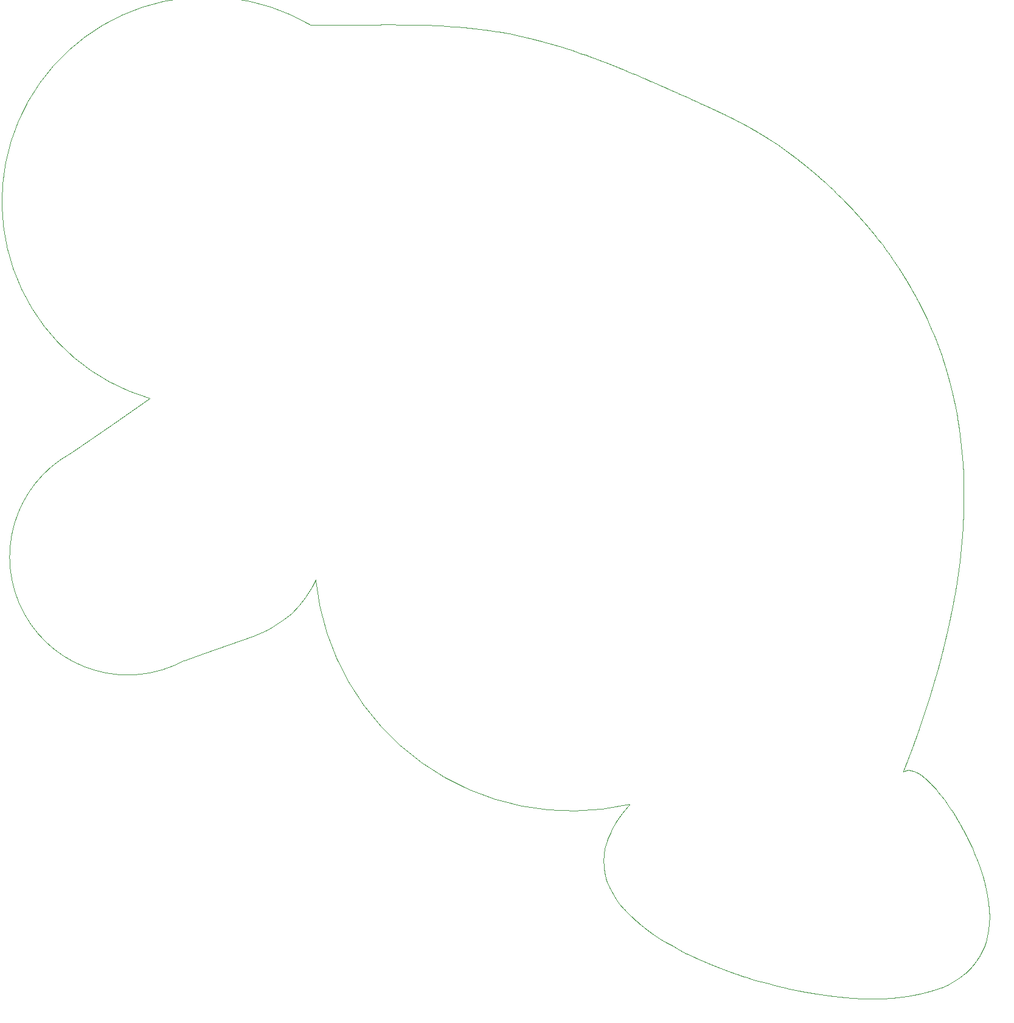
<source format=gm1>
G04 #@! TF.GenerationSoftware,KiCad,Pcbnew,(5.1.4-0)*
G04 #@! TF.CreationDate,2021-02-07T01:11:20-05:00*
G04 #@! TF.ProjectId,mxnatee_bottom_plate,6d786e61-7465-4655-9f62-6f74746f6d5f,rev?*
G04 #@! TF.SameCoordinates,Original*
G04 #@! TF.FileFunction,Profile,NP*
%FSLAX46Y46*%
G04 Gerber Fmt 4.6, Leading zero omitted, Abs format (unit mm)*
G04 Created by KiCad (PCBNEW (5.1.4-0)) date 2021-02-07 01:11:20*
%MOMM*%
%LPD*%
G04 APERTURE LIST*
%ADD10C,0.050000*%
G04 APERTURE END LIST*
D10*
X149534131Y-140141370D02*
X149491611Y-141067280D01*
X145750961Y-87082864D02*
X145586094Y-88845714D01*
X148213018Y-133292024D02*
X148544887Y-134276358D01*
X147064600Y-130401812D02*
X147472874Y-131354751D01*
X145698371Y-75426073D02*
X145832789Y-77017071D01*
X145153967Y-92427312D02*
X144886708Y-94246061D01*
X145105127Y-70771275D02*
X145334540Y-72303175D01*
X149534131Y-140141370D02*
X149532138Y-140088343D01*
X149532138Y-140088343D02*
X149530120Y-140038076D01*
X149530120Y-140038076D02*
X149527971Y-139987776D01*
X149527971Y-139987776D02*
X149524639Y-139915064D01*
X149524639Y-139915064D02*
X149522174Y-139864684D01*
X149522174Y-139864684D02*
X149519579Y-139814271D01*
X149519579Y-139814271D02*
X149516857Y-139763829D01*
X149516857Y-139763829D02*
X149514006Y-139713352D01*
X149514006Y-139713352D02*
X149511026Y-139662842D01*
X149511026Y-139662842D02*
X149507921Y-139612306D01*
X149507921Y-139612306D02*
X149504686Y-139561735D01*
X149504686Y-139561735D02*
X149501324Y-139511136D01*
X149501324Y-139511136D02*
X149497834Y-139460505D01*
X149497834Y-139460505D02*
X149494218Y-139409844D01*
X149494218Y-139409844D02*
X149490475Y-139359153D01*
X149490475Y-139359153D02*
X149486605Y-139308433D01*
X149486605Y-139308433D02*
X149481251Y-139240760D01*
X149481251Y-139240760D02*
X149477087Y-139189971D01*
X149477087Y-139189971D02*
X149472799Y-139139153D01*
X149472799Y-139139153D02*
X149468385Y-139088309D01*
X149468385Y-139088309D02*
X149463846Y-139037436D01*
X149463846Y-139037436D02*
X149459180Y-138986534D01*
X149459180Y-138986534D02*
X149454392Y-138935604D01*
X149454392Y-138935604D02*
X149449480Y-138884650D01*
X149449480Y-138884650D02*
X149444442Y-138833667D01*
X149444442Y-138833667D02*
X149439280Y-138782657D01*
X149439280Y-138782657D02*
X149434589Y-138737292D01*
X149434589Y-138737292D02*
X149429801Y-138691908D01*
X149429801Y-138691908D02*
X149424913Y-138646501D01*
X149424913Y-138646501D02*
X149419930Y-138601075D01*
X149419930Y-138601075D02*
X149414848Y-138555630D01*
X149414848Y-138555630D02*
X149409016Y-138504479D01*
X149409016Y-138504479D02*
X149403730Y-138458989D01*
X149403730Y-138458989D02*
X149398348Y-138413481D01*
X149398348Y-138413481D02*
X149392870Y-138367955D01*
X149392870Y-138367955D02*
X149387293Y-138322409D01*
X149387293Y-138322409D02*
X149381623Y-138276842D01*
X149381623Y-138276842D02*
X149375857Y-138231259D01*
X149375857Y-138231259D02*
X149369995Y-138185656D01*
X149369995Y-138185656D02*
X149364037Y-138140035D01*
X149364037Y-138140035D02*
X149357983Y-138094396D01*
X149357983Y-138094396D02*
X149351835Y-138048738D01*
X149351835Y-138048738D02*
X149345200Y-138000209D01*
X149345200Y-138000209D02*
X149338856Y-137954516D01*
X149338856Y-137954516D02*
X149330793Y-137897373D01*
X149330793Y-137897373D02*
X149324237Y-137851640D01*
X149324237Y-137851640D02*
X149317168Y-137803030D01*
X149317168Y-137803030D02*
X149309568Y-137751540D01*
X149309568Y-137751540D02*
X149302711Y-137705754D01*
X149302711Y-137705754D02*
X149295762Y-137659950D01*
X149295762Y-137659950D02*
X149288722Y-137614133D01*
X149288722Y-137614133D02*
X149281586Y-137568298D01*
X149281586Y-137568298D02*
X149273902Y-137519580D01*
X149273902Y-137519580D02*
X149265190Y-137465112D01*
X149265190Y-137465112D02*
X149257286Y-137416358D01*
X149257286Y-137416358D02*
X149247851Y-137358978D01*
X149247851Y-137358978D02*
X149240680Y-137315928D01*
X149240680Y-137315928D02*
X149232944Y-137269995D01*
X149232944Y-137269995D02*
X149227573Y-137238409D01*
X149227573Y-137238409D02*
X149219181Y-137189575D01*
X149219181Y-137189575D02*
X149210689Y-137140728D01*
X149210689Y-137140728D02*
X149202091Y-137091863D01*
X149202091Y-137091863D02*
X149192878Y-137040108D01*
X149192878Y-137040108D02*
X149184592Y-136994088D01*
X149184592Y-136994088D02*
X149176213Y-136948057D01*
X149176213Y-136948057D02*
X149166681Y-136896255D01*
X149166681Y-136896255D02*
X149158650Y-136853075D01*
X149158650Y-136853075D02*
X149150538Y-136809881D01*
X149150538Y-136809881D02*
X149141249Y-136760917D01*
X149141249Y-136760917D02*
X149131859Y-136711939D01*
X149131859Y-136711939D02*
X149123489Y-136668710D01*
X149123489Y-136668710D02*
X149115040Y-136625472D01*
X149115040Y-136625472D02*
X149105370Y-136576457D01*
X149105370Y-136576457D02*
X149095599Y-136527428D01*
X149095599Y-136527428D02*
X149086311Y-136481271D01*
X149086311Y-136481271D02*
X149076933Y-136435103D01*
X149076933Y-136435103D02*
X149063298Y-136368715D01*
X149063298Y-136368715D02*
X149054307Y-136325406D01*
X149054307Y-136325406D02*
X149044628Y-136279202D01*
X149044628Y-136279202D02*
X149034252Y-136230098D01*
X149034252Y-136230098D02*
X149025012Y-136186761D01*
X149025012Y-136186761D02*
X149012574Y-136128967D01*
X149012574Y-136128967D02*
X148999363Y-136068263D01*
X148999363Y-136068263D02*
X148989199Y-136022001D01*
X148989199Y-136022001D02*
X148977015Y-135967056D01*
X148977015Y-135967056D02*
X148966660Y-135920775D01*
X148966660Y-135920775D02*
X148952280Y-135857127D01*
X148952280Y-135857127D02*
X148941718Y-135810824D01*
X148941718Y-135810824D02*
X148929065Y-135755832D01*
X148929065Y-135755832D02*
X148916287Y-135700823D01*
X148916287Y-135700823D02*
X148906796Y-135660285D01*
X148906796Y-135660285D02*
X148893809Y-135605260D01*
X148893809Y-135605260D02*
X148883473Y-135561810D01*
X148883473Y-135561810D02*
X148871666Y-135512560D01*
X148871666Y-135512560D02*
X148861168Y-135469098D01*
X148861168Y-135469098D02*
X148846345Y-135408242D01*
X148846345Y-135408242D02*
X148835668Y-135364763D01*
X148835668Y-135364763D02*
X148822756Y-135312583D01*
X148822756Y-135312583D02*
X148812640Y-135271993D01*
X148812640Y-135271993D02*
X148800999Y-135225599D01*
X148800999Y-135225599D02*
X148789274Y-135179199D01*
X148789274Y-135179199D02*
X148775984Y-135126991D01*
X148775984Y-135126991D02*
X148765574Y-135086380D01*
X148765574Y-135086380D02*
X148753598Y-135039963D01*
X148753598Y-135039963D02*
X148743050Y-134999342D01*
X148743050Y-134999342D02*
X148727871Y-134941307D01*
X148727871Y-134941307D02*
X148717168Y-134900677D01*
X148717168Y-134900677D02*
X148704086Y-134851338D01*
X148704086Y-134851338D02*
X148691687Y-134804895D01*
X148691687Y-134804895D02*
X148679207Y-134758447D01*
X148679207Y-134758447D02*
X148666645Y-134711997D01*
X148666645Y-134711997D02*
X148654792Y-134668446D01*
X148654792Y-134668446D02*
X148638077Y-134607469D01*
X148638077Y-134607469D02*
X148625247Y-134561007D01*
X148625247Y-134561007D02*
X148613144Y-134517444D01*
X148613144Y-134517444D02*
X148592815Y-134444834D01*
X148592815Y-134444834D02*
X148579698Y-134398360D01*
X148579698Y-134398360D02*
X148567329Y-134354788D01*
X148567329Y-134354788D02*
X148553225Y-134305405D01*
X148553225Y-134305405D02*
X148544887Y-134276358D01*
X148213018Y-133292024D02*
X147842946Y-132323388D01*
X147842946Y-132323388D02*
X147472874Y-131354751D01*
X147064600Y-130401812D02*
X147046620Y-130363732D01*
X147046620Y-130363732D02*
X147030547Y-130329763D01*
X147030547Y-130329763D02*
X147010594Y-130287685D01*
X147010594Y-130287685D02*
X146993836Y-130252426D01*
X146993836Y-130252426D02*
X146974476Y-130211784D01*
X146974476Y-130211784D02*
X146955734Y-130172535D01*
X146955734Y-130172535D02*
X146938264Y-130136031D01*
X146938264Y-130136031D02*
X146918827Y-130095510D01*
X146918827Y-130095510D02*
X146896768Y-130049637D01*
X146896768Y-130049637D02*
X146877925Y-130010553D01*
X146877925Y-130010553D02*
X146859057Y-129971509D01*
X146859057Y-129971509D02*
X146839514Y-129931161D01*
X146839514Y-129931161D02*
X146817335Y-129885486D01*
X146817335Y-129885486D02*
X146799697Y-129849253D01*
X146799697Y-129849253D02*
X146782039Y-129813055D01*
X146782039Y-129813055D02*
X146765017Y-129778233D01*
X146765017Y-129778233D02*
X146745353Y-129738095D01*
X146745353Y-129738095D02*
X146727961Y-129702673D01*
X146727961Y-129702673D02*
X146707921Y-129661949D01*
X146707921Y-129661949D02*
X146687527Y-129620604D01*
X146687527Y-129620604D02*
X146662490Y-129569986D01*
X146662490Y-129569986D02*
X146642532Y-129529744D01*
X146642532Y-129529744D02*
X146625193Y-129494859D01*
X146625193Y-129494859D02*
X146607011Y-129458351D01*
X146607011Y-129458351D02*
X146587150Y-129418566D01*
X146587150Y-129418566D02*
X146565941Y-129376178D01*
X146565941Y-129376178D02*
X146548685Y-129341773D01*
X146548685Y-129341773D02*
X146530751Y-129306083D01*
X146530751Y-129306083D02*
X146512798Y-129270430D01*
X146512798Y-129270430D02*
X146493493Y-129232176D01*
X146493493Y-129232176D02*
X146476166Y-129197918D01*
X146476166Y-129197918D02*
X146458155Y-129162376D01*
X146458155Y-129162376D02*
X146439456Y-129125556D01*
X146439456Y-129125556D02*
X146421407Y-129090089D01*
X146421407Y-129090089D02*
X146402002Y-129052040D01*
X146402002Y-129052040D02*
X146384587Y-129017962D01*
X146384587Y-129017962D02*
X146363128Y-128976066D01*
X146363128Y-128976066D02*
X146345674Y-128942065D01*
X146345674Y-128942065D02*
X146325514Y-128902876D01*
X146325514Y-128902876D02*
X146303314Y-128859822D01*
X146303314Y-128859822D02*
X146283783Y-128822034D01*
X146283783Y-128822034D02*
X146266256Y-128788193D01*
X146266256Y-128788193D02*
X146244662Y-128746592D01*
X146244662Y-128746592D02*
X146223044Y-128705044D01*
X146223044Y-128705044D02*
X146205459Y-128671323D01*
X146205459Y-128671323D02*
X146185152Y-128632462D01*
X146185152Y-128632462D02*
X146167535Y-128598820D01*
X146167535Y-128598820D02*
X146148545Y-128562631D01*
X146148545Y-128562631D02*
X146130217Y-128527773D01*
X146130217Y-128527773D02*
X146110513Y-128490377D01*
X146110513Y-128490377D02*
X146092832Y-128456887D01*
X146092832Y-128456887D02*
X146071049Y-128415719D01*
X146071049Y-128415719D02*
X146053333Y-128382311D01*
X146053333Y-128382311D02*
X146032874Y-128343808D01*
X146032874Y-128343808D02*
X146010345Y-128301511D01*
X146010345Y-128301511D02*
X145987450Y-128258631D01*
X145987450Y-128258631D02*
X145967270Y-128220925D01*
X145967270Y-128220925D02*
X145945358Y-128180075D01*
X145945358Y-128180075D02*
X145923425Y-128139281D01*
X145923425Y-128139281D02*
X145901469Y-128098544D01*
X145901469Y-128098544D02*
X145883616Y-128065487D01*
X145883616Y-128065487D02*
X145864372Y-128029929D01*
X145864372Y-128029929D02*
X145845112Y-127994413D01*
X145845112Y-127994413D02*
X145824460Y-127956410D01*
X145824460Y-127956410D02*
X145805856Y-127922248D01*
X145805856Y-127922248D02*
X145785860Y-127885603D01*
X145785860Y-127885603D02*
X145763774Y-127845220D01*
X145763774Y-127845220D02*
X145743050Y-127807413D01*
X145743050Y-127807413D02*
X145721962Y-127769028D01*
X145721962Y-127769028D02*
X145702936Y-127734467D01*
X145702936Y-127734467D02*
X145694629Y-127719399D01*
X145694629Y-127719399D02*
X145672978Y-127680191D01*
X145672978Y-127680191D02*
X145653044Y-127644173D01*
X145653044Y-127644173D02*
X145630839Y-127604136D01*
X145630839Y-127604136D02*
X145611047Y-127568528D01*
X145611047Y-127568528D02*
X145590543Y-127531720D01*
X145590543Y-127531720D02*
X145569677Y-127494339D01*
X145569677Y-127494339D02*
X145546703Y-127453279D01*
X145546703Y-127453279D02*
X145525106Y-127414767D01*
X145525106Y-127414767D02*
X145506979Y-127382508D01*
X145506979Y-127382508D02*
X145486047Y-127345334D01*
X145486047Y-127345334D02*
X145465099Y-127308213D01*
X145465099Y-127308213D02*
X145445534Y-127273613D01*
X145445534Y-127273613D02*
X145424557Y-127236596D01*
X145424557Y-127236596D02*
X145400585Y-127194394D01*
X145400585Y-127194394D02*
X145379752Y-127157797D01*
X145379752Y-127157797D02*
X145357325Y-127118488D01*
X145357325Y-127118488D02*
X145336284Y-127081691D01*
X145336284Y-127081691D02*
X145318035Y-127049842D01*
X145318035Y-127049842D02*
X145299774Y-127018034D01*
X145299774Y-127018034D02*
X145278692Y-126981382D01*
X145278692Y-126981382D02*
X145256189Y-126942346D01*
X145256189Y-126942346D02*
X145232787Y-126901849D01*
X145232787Y-126901849D02*
X145211133Y-126864458D01*
X145211133Y-126864458D02*
X145188582Y-126825606D01*
X145188582Y-126825606D02*
X145167426Y-126789239D01*
X145167426Y-126789239D02*
X145147669Y-126755345D01*
X145147669Y-126755345D02*
X145126485Y-126719082D01*
X145126485Y-126719082D02*
X145105290Y-126682874D01*
X145105290Y-126682874D02*
X145082666Y-126644312D01*
X145082666Y-126644312D02*
X145062859Y-126610623D01*
X145062859Y-126610623D02*
X145043040Y-126576981D01*
X145043040Y-126576981D02*
X145018959Y-126536194D01*
X145018959Y-126536194D02*
X144996279Y-126497872D01*
X144996279Y-126497872D02*
X144975716Y-126463198D01*
X144975716Y-126463198D02*
X144956557Y-126430959D01*
X144956557Y-126430959D02*
X144935258Y-126395193D01*
X144935258Y-126395193D02*
X144912171Y-126356507D01*
X144912171Y-126356507D02*
X144887651Y-126315517D01*
X144887651Y-126315517D02*
X144859912Y-126269267D01*
X144859912Y-126269267D02*
X144837137Y-126231390D01*
X144837137Y-126231390D02*
X144814349Y-126193576D01*
X144814349Y-126193576D02*
X144795470Y-126162311D01*
X144795470Y-126162311D02*
X144774441Y-126127557D01*
X144774441Y-126127557D02*
X144751619Y-126089922D01*
X144751619Y-126089922D02*
X144732352Y-126058216D01*
X144732352Y-126058216D02*
X144710222Y-126021872D01*
X144710222Y-126021872D02*
X144687366Y-125984418D01*
X144687366Y-125984418D02*
X144667357Y-125951701D01*
X144667357Y-125951701D02*
X144644478Y-125914371D01*
X144644478Y-125914371D02*
X144624091Y-125881179D01*
X144624091Y-125881179D02*
X144603696Y-125848041D01*
X144603696Y-125848041D02*
X144581502Y-125812053D01*
X144581502Y-125812053D02*
X144558582Y-125774970D01*
X144558582Y-125774970D02*
X144538159Y-125741997D01*
X144538159Y-125741997D02*
X144517729Y-125709079D01*
X144517729Y-125709079D02*
X144495496Y-125673333D01*
X144495496Y-125673333D02*
X144471102Y-125634200D01*
X144471102Y-125634200D02*
X144443823Y-125590552D01*
X144443823Y-125590552D02*
X144418684Y-125550433D01*
X144418684Y-125550433D02*
X144397847Y-125517253D01*
X144397847Y-125517253D02*
X144377721Y-125485270D01*
X144377721Y-125485270D02*
X144356151Y-125451060D01*
X144356151Y-125451060D02*
X144328815Y-125407812D01*
X144328815Y-125407812D02*
X144304345Y-125369197D01*
X144304345Y-125369197D02*
X144282748Y-125335190D01*
X144282748Y-125335190D02*
X144262583Y-125303504D01*
X144262583Y-125303504D02*
X144243855Y-125274131D01*
X145334540Y-72303175D02*
X145516455Y-73864624D01*
X145516455Y-73864624D02*
X145698371Y-75426073D01*
X145832789Y-77017071D02*
X145835536Y-77069291D01*
X145835536Y-77069291D02*
X145838128Y-77119159D01*
X145838128Y-77119159D02*
X145840933Y-77173799D01*
X145840933Y-77173799D02*
X145843818Y-77230835D01*
X145843818Y-77230835D02*
X145846311Y-77280762D01*
X145846311Y-77280762D02*
X145849470Y-77344982D01*
X145849470Y-77344982D02*
X145852690Y-77411611D01*
X145852690Y-77411611D02*
X145855183Y-77463986D01*
X145855183Y-77463986D02*
X145857640Y-77516379D01*
X145857640Y-77516379D02*
X145860719Y-77583092D01*
X145860719Y-77583092D02*
X145863743Y-77649837D01*
X145863743Y-77649837D02*
X145866709Y-77716613D01*
X145866709Y-77716613D02*
X145869209Y-77773878D01*
X145869209Y-77773878D02*
X145872072Y-77840714D01*
X145872072Y-77840714D02*
X145874607Y-77901014D01*
X145874607Y-77901014D02*
X145877539Y-77972096D01*
X145877539Y-77972096D02*
X145879569Y-78022293D01*
X145879569Y-78022293D02*
X145881852Y-78079684D01*
X145881852Y-78079684D02*
X145884000Y-78134705D01*
X145884000Y-78134705D02*
X145885884Y-78183763D01*
X145885884Y-78183763D02*
X145888142Y-78243617D01*
X145888142Y-78243617D02*
X145890573Y-78309483D01*
X145890573Y-78309483D02*
X145892563Y-78364594D01*
X145892563Y-78364594D02*
X145894351Y-78414933D01*
X145894351Y-78414933D02*
X145897013Y-78491674D01*
X145897013Y-78491674D02*
X145898883Y-78546860D01*
X145898883Y-78546860D02*
X145900556Y-78597264D01*
X145900556Y-78597264D02*
X145902351Y-78652490D01*
X145902351Y-78652490D02*
X145903961Y-78702935D01*
X145903961Y-78702935D02*
X145905537Y-78753394D01*
X145905537Y-78753394D02*
X145907228Y-78808683D01*
X145907228Y-78808683D02*
X145909519Y-78885641D01*
X145909519Y-78885641D02*
X145911052Y-78938574D01*
X145911052Y-78938574D02*
X145912550Y-78991528D01*
X145912550Y-78991528D02*
X145914290Y-79054734D01*
X145914290Y-79054734D02*
X145915699Y-79107130D01*
X145915699Y-79107130D02*
X145917151Y-79162558D01*
X145917151Y-79162558D02*
X145918442Y-79213184D01*
X145918442Y-79213184D02*
X145919879Y-79271065D01*
X145919879Y-79271065D02*
X145921220Y-79326556D01*
X145921220Y-79326556D02*
X145922412Y-79377242D01*
X145922412Y-79377242D02*
X145924017Y-79447868D01*
X145924017Y-79447868D02*
X145925226Y-79502826D01*
X145925226Y-79502826D02*
X145926460Y-79560825D01*
X145926460Y-79560825D02*
X145927604Y-79616431D01*
X145927604Y-79616431D02*
X145928803Y-79676894D01*
X145928803Y-79676894D02*
X145929754Y-79726493D01*
X145929754Y-79726493D02*
X145930811Y-79783375D01*
X145930811Y-79783375D02*
X145931931Y-79846332D01*
X145931931Y-79846332D02*
X145932841Y-79899624D01*
X145932841Y-79899624D02*
X145933679Y-79950514D01*
X145933679Y-79950514D02*
X145934486Y-80001422D01*
X145934486Y-80001422D02*
X145935440Y-80064476D01*
X145935440Y-80064476D02*
X145936225Y-80119063D01*
X145936225Y-80119063D02*
X145937010Y-80176101D01*
X145937010Y-80176101D02*
X145937801Y-80236802D01*
X145937801Y-80236802D02*
X145938429Y-80287811D01*
X145938429Y-80287811D02*
X145939027Y-80338839D01*
X145939027Y-80338839D02*
X145939648Y-80394750D01*
X145939648Y-80394750D02*
X145940166Y-80444596D01*
X145940166Y-80444596D02*
X145940726Y-80501764D01*
X145940726Y-80501764D02*
X145941342Y-80569907D01*
X145941342Y-80569907D02*
X145941976Y-80647822D01*
X145941976Y-80647822D02*
X145942457Y-80713599D01*
X145942457Y-80713599D02*
X145942791Y-80764776D01*
X145942791Y-80764776D02*
X145943123Y-80820849D01*
X145943123Y-80820849D02*
X145943396Y-80872068D01*
X145943396Y-80872068D02*
X145943634Y-80923300D01*
X145943634Y-80923300D02*
X145943859Y-80979436D01*
X145943859Y-80979436D02*
X145944105Y-81055130D01*
X145944105Y-81055130D02*
X145944237Y-81108872D01*
X145944237Y-81108872D02*
X145944339Y-81165080D01*
X145944339Y-81165080D02*
X145944410Y-81234755D01*
X145944410Y-81234755D02*
X145944427Y-81306915D01*
X145944427Y-81306915D02*
X145944388Y-81370540D01*
X145944388Y-81370540D02*
X145944309Y-81429296D01*
X145944309Y-81429296D02*
X145944191Y-81488077D01*
X145944191Y-81488077D02*
X145944030Y-81546879D01*
X145944030Y-81546879D02*
X145943752Y-81625321D01*
X145943752Y-81625321D02*
X145943518Y-81679274D01*
X145943518Y-81679274D02*
X145943251Y-81733246D01*
X145943251Y-81733246D02*
X145942919Y-81792149D01*
X145942919Y-81792149D02*
X145942480Y-81860896D01*
X145942480Y-81860896D02*
X145942095Y-81914937D01*
X145942095Y-81914937D02*
X145941718Y-81964083D01*
X145941718Y-81964083D02*
X145941137Y-82032910D01*
X145941137Y-82032910D02*
X145940596Y-82091930D01*
X145940596Y-82091930D02*
X145940063Y-82146053D01*
X145940063Y-82146053D02*
X145939334Y-82214967D01*
X145939334Y-82214967D02*
X145938725Y-82269138D01*
X145938725Y-82269138D02*
X145938079Y-82323325D01*
X145938079Y-82323325D02*
X145937335Y-82382463D01*
X145937335Y-82382463D02*
X145936484Y-82446555D01*
X145936484Y-82446555D02*
X145935296Y-82530409D01*
X145935296Y-82530409D02*
X145934560Y-82579759D01*
X145934560Y-82579759D02*
X145933559Y-82643937D01*
X145933559Y-82643937D02*
X145932592Y-82703202D01*
X145932592Y-82703202D02*
X145931584Y-82762491D01*
X145931584Y-82762491D02*
X145930534Y-82821804D01*
X145930534Y-82821804D02*
X145929444Y-82881139D01*
X145929444Y-82881139D02*
X145928216Y-82945445D01*
X145928216Y-82945445D02*
X145927238Y-82994931D01*
X145927238Y-82994931D02*
X145926028Y-83054336D01*
X145926028Y-83054336D02*
X145924562Y-83123670D01*
X145924562Y-83123670D02*
X145923482Y-83173215D01*
X145923482Y-83173215D02*
X145922375Y-83222778D01*
X145922375Y-83222778D02*
X145921235Y-83272353D01*
X145921235Y-83272353D02*
X145919712Y-83336828D01*
X145919712Y-83336828D02*
X145918265Y-83396369D01*
X145918265Y-83396369D02*
X145916775Y-83455932D01*
X145916775Y-83455932D02*
X145915245Y-83515519D01*
X145915245Y-83515519D02*
X145913804Y-83570161D01*
X145913804Y-83570161D02*
X145912466Y-83619852D01*
X145912466Y-83619852D02*
X145910960Y-83674532D01*
X145910960Y-83674532D02*
X145909420Y-83729231D01*
X145909420Y-83729231D02*
X145907118Y-83808828D01*
X145907118Y-83808828D02*
X145905194Y-83873535D01*
X145905194Y-83873535D02*
X145903373Y-83933286D01*
X145903373Y-83933286D02*
X145901667Y-83988078D01*
X145901667Y-83988078D02*
X145899609Y-84052859D01*
X145899609Y-84052859D02*
X145897665Y-84112682D01*
X145897665Y-84112682D02*
X145895680Y-84172528D01*
X145895680Y-84172528D02*
X145893652Y-84232397D01*
X145893652Y-84232397D02*
X145891410Y-84297281D01*
X145891410Y-84297281D02*
X145889653Y-84347212D01*
X145889653Y-84347212D02*
X145887866Y-84397158D01*
X145887866Y-84397158D02*
X145886051Y-84447120D01*
X145886051Y-84447120D02*
X145884208Y-84497101D01*
X145884208Y-84497101D02*
X145882334Y-84547094D01*
X145882334Y-84547094D02*
X145879855Y-84612113D01*
X145879855Y-84612113D02*
X145877526Y-84672155D01*
X145877526Y-84672155D02*
X145875154Y-84732218D01*
X145875154Y-84732218D02*
X145872741Y-84792307D01*
X145872741Y-84792307D02*
X145870492Y-84847409D01*
X145870492Y-84847409D02*
X145868417Y-84897518D01*
X145868417Y-84897518D02*
X145866102Y-84952656D01*
X145866102Y-84952656D02*
X145863537Y-85012830D01*
X145863537Y-85012830D02*
X145861149Y-85068011D01*
X145861149Y-85068011D02*
X145858948Y-85118193D01*
X145858948Y-85118193D02*
X145856495Y-85173411D01*
X145856495Y-85173411D02*
X145853777Y-85233670D01*
X145853777Y-85233670D02*
X145851018Y-85293955D01*
X145851018Y-85293955D02*
X145848217Y-85354262D01*
X145848217Y-85354262D02*
X145845137Y-85419620D01*
X145845137Y-85419620D02*
X145842737Y-85469917D01*
X145842737Y-85469917D02*
X145840304Y-85520226D01*
X145840304Y-85520226D02*
X145837597Y-85575589D01*
X145837597Y-85575589D02*
X145834603Y-85636005D01*
X145834603Y-85636005D02*
X145831822Y-85691406D01*
X145831822Y-85691406D02*
X145828749Y-85751869D01*
X145828749Y-85751869D02*
X145825635Y-85812354D01*
X145825635Y-85812354D02*
X145821947Y-85882948D01*
X145821947Y-85882948D02*
X145819012Y-85938439D01*
X145819012Y-85938439D02*
X145815768Y-85998996D01*
X145815768Y-85998996D02*
X145812759Y-86054527D01*
X145812759Y-86054527D02*
X145809994Y-86105028D01*
X145809994Y-86105028D02*
X145807198Y-86155543D01*
X145807198Y-86155543D02*
X145803522Y-86221239D01*
X145803522Y-86221239D02*
X145800087Y-86281906D01*
X145800087Y-86281906D02*
X145796608Y-86342595D01*
X145796608Y-86342595D02*
X145793089Y-86403309D01*
X145793089Y-86403309D02*
X145789825Y-86458983D01*
X145789825Y-86458983D02*
X145786829Y-86509613D01*
X145786829Y-86509613D02*
X145783499Y-86565324D01*
X145783499Y-86565324D02*
X145779826Y-86626123D01*
X145779826Y-86626123D02*
X145776424Y-86681876D01*
X145776424Y-86681876D02*
X145772672Y-86742721D01*
X145772672Y-86742721D02*
X145768561Y-86808661D01*
X145768561Y-86808661D02*
X145765043Y-86864477D01*
X145765043Y-86864477D02*
X145761166Y-86925392D01*
X145761166Y-86925392D02*
X145756920Y-86991408D01*
X145756920Y-86991408D02*
X145752957Y-87052372D01*
X145752957Y-87052372D02*
X145750961Y-87082864D01*
X145586094Y-88845714D02*
X145370030Y-90636513D01*
X145370030Y-90636513D02*
X145153967Y-92427312D01*
X143753338Y-124556622D02*
X144243855Y-125274131D01*
X144143891Y-66356574D02*
X144157747Y-66411468D01*
X144157747Y-66411468D02*
X144171827Y-66467448D01*
X144171827Y-66467448D02*
X144182691Y-66510776D01*
X144182691Y-66510776D02*
X144192737Y-66550952D01*
X144192737Y-66550952D02*
X144206446Y-66605953D01*
X144206446Y-66605953D02*
X144216963Y-66648281D01*
X144216963Y-66648281D02*
X144229550Y-66699100D01*
X144229550Y-66699100D02*
X144242101Y-66749942D01*
X144242101Y-66749942D02*
X144252533Y-66792330D01*
X144252533Y-66792330D02*
X144262421Y-66832616D01*
X144262421Y-66832616D02*
X144273324Y-66877162D01*
X144273324Y-66877162D02*
X144283680Y-66919603D01*
X144283680Y-66919603D02*
X144293496Y-66959937D01*
X144293496Y-66959937D02*
X144306378Y-67013033D01*
X144306378Y-67013033D02*
X144316655Y-67055531D01*
X144316655Y-67055531D02*
X144331002Y-67115057D01*
X144331002Y-67115057D02*
X144341219Y-67157598D01*
X144341219Y-67157598D02*
X144357006Y-67223568D01*
X144357006Y-67223568D02*
X144366653Y-67264023D01*
X144366653Y-67264023D02*
X144377795Y-67310885D01*
X144377795Y-67310885D02*
X144390923Y-67366295D01*
X144390923Y-67366295D02*
X144401998Y-67413203D01*
X144401998Y-67413203D02*
X144415547Y-67470801D01*
X144415547Y-67470801D02*
X144428053Y-67524160D01*
X144428053Y-67524160D02*
X144443506Y-67590365D01*
X144443506Y-67590365D02*
X144453566Y-67633633D01*
X144453566Y-67633633D02*
X144463851Y-67677990D01*
X144463851Y-67677990D02*
X144473489Y-67719692D01*
X144473489Y-67719692D02*
X144483596Y-67763549D01*
X144483596Y-67763549D02*
X144493432Y-67806355D01*
X144493432Y-67806355D02*
X144503243Y-67849179D01*
X144503243Y-67849179D02*
X144513027Y-67892019D01*
X144513027Y-67892019D02*
X144524737Y-67943452D01*
X144524737Y-67943452D02*
X144534955Y-67988477D01*
X144534955Y-67988477D02*
X144546110Y-68037808D01*
X144546110Y-68037808D02*
X144555784Y-68080726D01*
X144555784Y-68080726D02*
X144567361Y-68132251D01*
X144567361Y-68132251D02*
X144578899Y-68183799D01*
X144578899Y-68183799D02*
X144590404Y-68235375D01*
X144590404Y-68235375D02*
X144599961Y-68278374D01*
X144599961Y-68278374D02*
X144609731Y-68322463D01*
X144609731Y-68322463D02*
X144618881Y-68363882D01*
X144618881Y-68363882D02*
X144628484Y-68407473D01*
X144628484Y-68407473D02*
X144641245Y-68465619D01*
X144641245Y-68465619D02*
X144651139Y-68510865D01*
X144651139Y-68510865D02*
X144661004Y-68556131D01*
X144661004Y-68556131D02*
X144670842Y-68601417D01*
X144670842Y-68601417D02*
X144681117Y-68648878D01*
X144681117Y-68648878D02*
X144690432Y-68692044D01*
X144690432Y-68692044D02*
X144700184Y-68737386D01*
X144700184Y-68737386D02*
X144711760Y-68791392D01*
X144711760Y-68791392D02*
X144723870Y-68848124D01*
X144723870Y-68848124D02*
X144732954Y-68890830D01*
X144732954Y-68890830D02*
X144745329Y-68949239D01*
X144745329Y-68949239D02*
X144754926Y-68994691D01*
X144754926Y-68994691D02*
X144764037Y-69037997D01*
X144764037Y-69037997D02*
X144774939Y-69089987D01*
X144774939Y-69089987D02*
X144783995Y-69133330D01*
X144783995Y-69133330D02*
X144794376Y-69183194D01*
X144794376Y-69183194D02*
X144803828Y-69228747D01*
X144803828Y-69228747D02*
X144812801Y-69272145D01*
X144812801Y-69272145D02*
X144824541Y-69329132D01*
X144824541Y-69329132D02*
X144834237Y-69376376D01*
X144834237Y-69376376D02*
X144846228Y-69435048D01*
X144846228Y-69435048D02*
X144855523Y-69480704D01*
X144855523Y-69480704D02*
X144864350Y-69524205D01*
X144864350Y-69524205D02*
X144873152Y-69567724D01*
X144873152Y-69567724D02*
X144881927Y-69611259D01*
X144881927Y-69611259D02*
X144890677Y-69654813D01*
X144890677Y-69654813D02*
X144899400Y-69698381D01*
X144899400Y-69698381D02*
X144908098Y-69741968D01*
X144908098Y-69741968D02*
X144918070Y-69792115D01*
X144918070Y-69792115D02*
X144927144Y-69837921D01*
X144927144Y-69837921D02*
X144935760Y-69881565D01*
X144935760Y-69881565D02*
X144944782Y-69927410D01*
X144944782Y-69927410D02*
X144956336Y-69986379D01*
X144956336Y-69986379D02*
X144967845Y-70045379D01*
X144967845Y-70045379D02*
X144976764Y-70091293D01*
X144976764Y-70091293D02*
X144989878Y-70159103D01*
X144989878Y-70159103D02*
X144998728Y-70205065D01*
X144998728Y-70205065D02*
X145007128Y-70248852D01*
X145007128Y-70248852D02*
X145015504Y-70292658D01*
X145015504Y-70292658D02*
X145024687Y-70340866D01*
X145024687Y-70340866D02*
X145033215Y-70385803D01*
X145033215Y-70385803D02*
X145042131Y-70432954D01*
X145042131Y-70432954D02*
X145054934Y-70500975D01*
X145054934Y-70500975D02*
X145063572Y-70547077D01*
X145063572Y-70547077D02*
X145071773Y-70591001D01*
X145071773Y-70591001D02*
X145079743Y-70633843D01*
X145079743Y-70633843D02*
X145087687Y-70676702D01*
X145087687Y-70676702D02*
X145099057Y-70738275D01*
X145099057Y-70738275D02*
X145105127Y-70771275D01*
X144886708Y-94246061D02*
X144878290Y-94294752D01*
X144878290Y-94294752D02*
X144869851Y-94343459D01*
X144869851Y-94343459D02*
X144861387Y-94392177D01*
X144861387Y-94392177D02*
X144853843Y-94435495D01*
X144853843Y-94435495D02*
X144844388Y-94489654D01*
X144844388Y-94489654D02*
X144834902Y-94543830D01*
X144834902Y-94543830D02*
X144827295Y-94587183D01*
X144827295Y-94587183D02*
X144815844Y-94652229D01*
X144815844Y-94652229D02*
X144806271Y-94706451D01*
X144806271Y-94706451D02*
X144797630Y-94755267D01*
X144797630Y-94755267D02*
X144788964Y-94804094D01*
X144788964Y-94804094D02*
X144781242Y-94847508D01*
X144781242Y-94847508D02*
X144771561Y-94901788D01*
X144771561Y-94901788D02*
X144762826Y-94950655D01*
X144762826Y-94950655D02*
X144755038Y-94994101D01*
X144755038Y-94994101D02*
X144746255Y-95042991D01*
X144746255Y-95042991D02*
X144736470Y-95097328D01*
X144736470Y-95097328D02*
X144727637Y-95146244D01*
X144727637Y-95146244D02*
X144718781Y-95195174D01*
X144718781Y-95195174D02*
X144706934Y-95260433D01*
X144706934Y-95260433D02*
X144697031Y-95314833D01*
X144697031Y-95314833D02*
X144687097Y-95369249D01*
X144687097Y-95369249D02*
X144679129Y-95412793D01*
X144679129Y-95412793D02*
X144671143Y-95456349D01*
X144671143Y-95456349D02*
X144661131Y-95510805D01*
X144661131Y-95510805D02*
X144652098Y-95559831D01*
X144652098Y-95559831D02*
X144644047Y-95603419D01*
X144644047Y-95603419D02*
X144634967Y-95652468D01*
X144634967Y-95652468D02*
X144626875Y-95696076D01*
X144626875Y-95696076D02*
X144618766Y-95739696D01*
X144618766Y-95739696D02*
X144610636Y-95783327D01*
X144610636Y-95783327D02*
X144600449Y-95837878D01*
X144600449Y-95837878D02*
X144591255Y-95886989D01*
X144591255Y-95886989D02*
X144582036Y-95936111D01*
X144582036Y-95936111D02*
X144569710Y-96001629D01*
X144569710Y-96001629D02*
X144561466Y-96045318D01*
X144561466Y-96045318D02*
X144550103Y-96105409D01*
X144550103Y-96105409D02*
X144541817Y-96149125D01*
X144541817Y-96149125D02*
X144532470Y-96198315D01*
X144532470Y-96198315D02*
X144522060Y-96252988D01*
X144522060Y-96252988D02*
X144512664Y-96302206D01*
X144512664Y-96302206D02*
X144504292Y-96345967D01*
X144504292Y-96345967D02*
X144491698Y-96411625D01*
X144491698Y-96411625D02*
X144482225Y-96460884D01*
X144482225Y-96460884D02*
X144469556Y-96526583D01*
X144469556Y-96526583D02*
X144458968Y-96581349D01*
X144458968Y-96581349D02*
X144449413Y-96630652D01*
X144449413Y-96630652D02*
X144436637Y-96696411D01*
X144436637Y-96696411D02*
X144428093Y-96740261D01*
X144428093Y-96740261D02*
X144419532Y-96784122D01*
X144419532Y-96784122D02*
X144410952Y-96827993D01*
X144410952Y-96827993D02*
X144401278Y-96877361D01*
X144401278Y-96877361D02*
X144390500Y-96932227D01*
X144390500Y-96932227D02*
X144380775Y-96981622D01*
X144380775Y-96981622D02*
X144372111Y-97025540D01*
X144372111Y-97025540D02*
X144362339Y-97074957D01*
X144362339Y-97074957D02*
X144347092Y-97151854D01*
X144347092Y-97151854D02*
X144338354Y-97195810D01*
X144338354Y-97195810D02*
X144328501Y-97245272D01*
X144328501Y-97245272D02*
X144319723Y-97289249D01*
X144319723Y-97289249D02*
X144310926Y-97333236D01*
X144310926Y-97333236D02*
X144302110Y-97377234D01*
X144302110Y-97377234D02*
X144288850Y-97443248D01*
X144288850Y-97443248D02*
X144278877Y-97492774D01*
X144278877Y-97492774D02*
X144267768Y-97547818D01*
X144267768Y-97547818D02*
X144257745Y-97597371D01*
X144257745Y-97597371D02*
X144248817Y-97641429D01*
X144248817Y-97641429D02*
X144238748Y-97691006D01*
X144238748Y-97691006D02*
X144227534Y-97746108D01*
X144227534Y-97746108D02*
X144218539Y-97790198D01*
X144218539Y-97790198D02*
X144208400Y-97839813D01*
X144208400Y-97839813D02*
X144198235Y-97889440D01*
X144198235Y-97889440D02*
X144186914Y-97944598D01*
X144186914Y-97944598D02*
X144176700Y-97994254D01*
X144176700Y-97994254D02*
X144163044Y-98060481D01*
X144163044Y-98060481D02*
X144153916Y-98104645D01*
X144153916Y-98104645D02*
X144143623Y-98154339D01*
X144143623Y-98154339D02*
X144132161Y-98209572D01*
X144132161Y-98209572D02*
X144121819Y-98259297D01*
X144121819Y-98259297D02*
X144111452Y-98309032D01*
X144111452Y-98309032D02*
X144099907Y-98364309D01*
X144099907Y-98364309D02*
X144090649Y-98408543D01*
X144090649Y-98408543D02*
X144080213Y-98458318D01*
X144080213Y-98458318D02*
X144070913Y-98502571D01*
X144070913Y-98502571D02*
X144061596Y-98546835D01*
X144061596Y-98546835D02*
X144052260Y-98591109D01*
X144052260Y-98591109D02*
X144041735Y-98640930D01*
X144041735Y-98640930D02*
X144030011Y-98696302D01*
X144030011Y-98696302D02*
X144019435Y-98746150D01*
X144019435Y-98746150D02*
X144010015Y-98790471D01*
X144010015Y-98790471D02*
X143999393Y-98840341D01*
X143999393Y-98840341D02*
X143987564Y-98895769D01*
X143987564Y-98895769D02*
X143976892Y-98945668D01*
X143976892Y-98945668D02*
X143967387Y-98990034D01*
X143967387Y-98990034D02*
X143956669Y-99039955D01*
X143956669Y-99039955D02*
X143943539Y-99100990D01*
X143943539Y-99100990D02*
X143933968Y-99145392D01*
X143933968Y-99145392D02*
X143923176Y-99195353D01*
X143923176Y-99195353D02*
X143913563Y-99239775D01*
X143913563Y-99239775D02*
X143899108Y-99306426D01*
X143899108Y-99306426D02*
X143885822Y-99367543D01*
X143885822Y-99367543D02*
X143876137Y-99412005D01*
X143876137Y-99412005D02*
X143865217Y-99462035D01*
X143865217Y-99462035D02*
X143850623Y-99528763D01*
X143850623Y-99528763D02*
X143840867Y-99573259D01*
X143840867Y-99573259D02*
X143827425Y-99634461D01*
X143827425Y-99634461D02*
X143817627Y-99678983D01*
X143817627Y-99678983D02*
X143806579Y-99729081D01*
X143806579Y-99729081D02*
X143794279Y-99784762D01*
X143794279Y-99784762D02*
X143783182Y-99834888D01*
X143783182Y-99834888D02*
X143775772Y-99868314D01*
X55245000Y-94234000D02*
X55753000Y-93218000D01*
X54292500Y-95694500D02*
X55245000Y-94234000D01*
X53467000Y-96774000D02*
X54292500Y-95694500D01*
X52324000Y-97917000D02*
X53467000Y-96774000D01*
X51371500Y-98742500D02*
X52324000Y-97917000D01*
X50609500Y-99250500D02*
X51371500Y-98742500D01*
X49593500Y-99885500D02*
X50609500Y-99250500D01*
X48831500Y-100330000D02*
X49593500Y-99885500D01*
X46990000Y-101092000D02*
X48831500Y-100330000D01*
X27569071Y-71515427D02*
X32634872Y-67979333D01*
X37473310Y-104472714D02*
G75*
G02X21661099Y-75639385I-7882310J14429714D01*
G01*
X27569071Y-71515427D02*
X21661098Y-75639384D01*
X40251889Y-103484974D02*
X37470428Y-104472782D01*
X46990000Y-101092000D02*
X40251889Y-103484974D01*
X140521090Y-111661371D02*
X139840936Y-113699637D01*
X142355047Y-105655535D02*
X141778146Y-107639320D01*
X142432520Y-60778791D02*
X142921951Y-62126234D01*
X140814715Y-56865176D02*
X141378902Y-58148262D01*
X136123670Y-48687707D02*
X136860019Y-49767237D01*
X133844307Y-45592637D02*
X134615814Y-46600407D01*
X128259937Y-39431112D02*
X129060305Y-40214055D01*
X125887840Y-37234177D02*
X126673704Y-37941173D01*
X120731903Y-33167553D02*
X121422702Y-33658087D01*
X118737848Y-31821670D02*
X119389476Y-32249344D01*
X114575664Y-29422150D02*
X115139053Y-29715900D01*
X112898543Y-28582092D02*
X113455409Y-28855247D01*
X108812215Y-26692535D02*
X109434429Y-26974016D01*
X106856454Y-25810957D02*
X107523228Y-26111005D01*
X101578644Y-23473780D02*
X102397391Y-23828618D01*
X99033690Y-22394774D02*
X99896794Y-22756858D01*
X92600414Y-19934344D02*
X93549402Y-20265602D01*
X89733118Y-18995629D02*
X90692272Y-19299358D01*
X83051673Y-17305593D02*
X83993655Y-17496491D01*
X80258737Y-16810737D02*
X81184213Y-16962716D01*
X74032234Y-16155638D02*
X74892429Y-16211528D01*
X71499552Y-16031460D02*
X72335795Y-16065604D01*
X65934754Y-15951975D02*
X66699020Y-15952673D01*
X63689090Y-15956298D02*
X64429789Y-15953788D01*
X58783919Y-15973021D02*
X59454855Y-15972373D01*
X56817219Y-15970530D02*
X57465101Y-15972099D01*
X97454689Y-127074681D02*
X96994505Y-127917947D01*
X96274839Y-129589913D02*
X96015356Y-130418611D01*
X96599220Y-136030013D02*
X96260868Y-135250572D01*
X97999464Y-138327071D02*
X97468518Y-137568262D01*
X103873178Y-143316925D02*
X102819129Y-142645702D01*
X107320769Y-145245856D02*
X106123998Y-144617003D01*
X116963908Y-148968622D02*
X115487636Y-148523114D01*
X121461390Y-150141400D02*
X119950784Y-149777765D01*
X131859734Y-151517223D02*
X130434912Y-151458208D01*
X135956525Y-151459516D02*
X134620540Y-151517877D01*
X143764823Y-149563365D02*
X142843504Y-149995480D01*
X146183268Y-148023705D02*
X145434705Y-148577477D01*
X149242554Y-142852232D02*
X149036018Y-143711273D01*
X142308701Y-122636113D02*
X142785761Y-123237614D01*
X139356778Y-120015372D02*
X139727413Y-120211492D01*
X138333611Y-119711309D02*
X138659877Y-119765280D01*
X138923975Y-53214490D02*
X138951035Y-53263038D01*
X138951035Y-53263038D02*
X138972276Y-53301210D01*
X138972276Y-53301210D02*
X138991569Y-53335931D01*
X138991569Y-53335931D02*
X139012771Y-53374148D01*
X139012771Y-53374148D02*
X139036841Y-53417603D01*
X139036841Y-53417603D02*
X139057041Y-53454131D01*
X139057041Y-53454131D02*
X139082982Y-53501124D01*
X139082982Y-53501124D02*
X139105297Y-53541620D01*
X139105297Y-53541620D02*
X139123757Y-53575168D01*
X139123757Y-53575168D02*
X139142439Y-53609172D01*
X139142439Y-53609172D02*
X139164456Y-53649303D01*
X139164456Y-53649303D02*
X139183581Y-53684218D01*
X139183581Y-53684218D02*
X139202690Y-53719153D01*
X139202690Y-53719153D02*
X139221782Y-53754107D01*
X139221782Y-53754107D02*
X139243718Y-53794328D01*
X139243718Y-53794328D02*
X139271344Y-53845080D01*
X139271344Y-53845080D02*
X139292518Y-53884047D01*
X139292518Y-53884047D02*
X139310816Y-53917777D01*
X139310816Y-53917777D02*
X139331238Y-53955472D01*
X139331238Y-53955472D02*
X139354960Y-53999333D01*
X139354960Y-53999333D02*
X139372494Y-54031807D01*
X139372494Y-54031807D02*
X139392857Y-54069571D01*
X139392857Y-54069571D02*
X139411783Y-54104721D01*
X139411783Y-54104721D02*
X139430688Y-54139887D01*
X139430688Y-54139887D02*
X139449576Y-54175073D01*
X139449576Y-54175073D02*
X139467035Y-54207636D01*
X139467035Y-54207636D02*
X139484712Y-54240657D01*
X139484712Y-54240657D02*
X139502377Y-54273698D01*
X139502377Y-54273698D02*
X139524023Y-54314247D01*
X139524023Y-54314247D02*
X139545649Y-54354824D01*
X139545649Y-54354824D02*
X139563025Y-54387479D01*
X139563025Y-54387479D02*
X139581326Y-54421918D01*
X139581326Y-54421918D02*
X139600079Y-54457258D01*
X139600079Y-54457258D02*
X139620687Y-54496157D01*
X139620687Y-54496157D02*
X139640340Y-54533307D01*
X139640340Y-54533307D02*
X139659974Y-54570479D01*
X139659974Y-54570479D02*
X139678653Y-54605902D01*
X139678653Y-54605902D02*
X139697317Y-54641343D01*
X139697317Y-54641343D02*
X139715964Y-54676803D01*
X139715964Y-54676803D02*
X139734592Y-54712282D01*
X139734592Y-54712282D02*
X139756924Y-54754884D01*
X139756924Y-54754884D02*
X139777373Y-54793960D01*
X139777373Y-54793960D02*
X139797800Y-54833057D01*
X139797800Y-54833057D02*
X139826550Y-54888191D01*
X139826550Y-54888191D02*
X139849010Y-54931350D01*
X139849010Y-54931350D02*
X139866360Y-54964743D01*
X139866360Y-54964743D02*
X139885773Y-55002161D01*
X139885773Y-55002161D02*
X139908856Y-55046733D01*
X139908856Y-55046733D02*
X139927303Y-55082412D01*
X139927303Y-55082412D02*
X139945734Y-55118111D01*
X139945734Y-55118111D02*
X139964147Y-55153830D01*
X139964147Y-55153830D02*
X139984380Y-55193142D01*
X139984380Y-55193142D02*
X140004593Y-55232476D01*
X140004593Y-55232476D02*
X140022950Y-55268257D01*
X140022950Y-55268257D02*
X140041288Y-55304054D01*
X140041288Y-55304054D02*
X140059609Y-55339870D01*
X140059609Y-55339870D02*
X140077913Y-55375709D01*
X140077913Y-55375709D02*
X140096200Y-55411566D01*
X140096200Y-55411566D02*
X140117208Y-55452825D01*
X140117208Y-55452825D02*
X140136368Y-55490518D01*
X140136368Y-55490518D02*
X140154596Y-55526435D01*
X140154596Y-55526435D02*
X140175537Y-55567763D01*
X140175537Y-55567763D02*
X140198729Y-55613613D01*
X140198729Y-55613613D02*
X140219166Y-55654096D01*
X140219166Y-55654096D02*
X140248197Y-55711713D01*
X140248197Y-55711713D02*
X140269260Y-55753607D01*
X140269260Y-55753607D02*
X140286682Y-55788313D01*
X140286682Y-55788313D02*
X140304313Y-55823487D01*
X140304313Y-55823487D02*
X140325085Y-55864998D01*
X140325085Y-55864998D02*
X140343130Y-55901114D01*
X140343130Y-55901114D02*
X140360257Y-55935445D01*
X140360257Y-55935445D02*
X140382764Y-55980639D01*
X140382764Y-55980639D02*
X140400750Y-56016816D01*
X140400750Y-56016816D02*
X140420516Y-56056635D01*
X140420516Y-56056635D02*
X140438688Y-56093304D01*
X140438688Y-56093304D02*
X140455946Y-56128184D01*
X140455946Y-56128184D02*
X140476098Y-56168975D01*
X140476098Y-56168975D02*
X140493990Y-56205252D01*
X140493990Y-56205252D02*
X140511865Y-56241548D01*
X140511865Y-56241548D02*
X140529724Y-56277865D01*
X140529724Y-56277865D02*
X140547562Y-56314198D01*
X140547562Y-56314198D02*
X140565382Y-56350553D01*
X140565382Y-56350553D02*
X140583185Y-56386926D01*
X140583185Y-56386926D02*
X140600969Y-56423317D01*
X140600969Y-56423317D02*
X140618735Y-56459729D01*
X140618735Y-56459729D02*
X140636482Y-56496158D01*
X140636482Y-56496158D02*
X140654212Y-56532608D01*
X140654212Y-56532608D02*
X140671924Y-56569078D01*
X140671924Y-56569078D02*
X140689617Y-56605565D01*
X140689617Y-56605565D02*
X140707293Y-56642072D01*
X140707293Y-56642072D02*
X140724066Y-56676770D01*
X140724066Y-56676770D02*
X140740824Y-56711486D01*
X140740824Y-56711486D02*
X140760208Y-56751706D01*
X140760208Y-56751706D02*
X140777809Y-56788287D01*
X140777809Y-56788287D02*
X140794514Y-56823059D01*
X140794514Y-56823059D02*
X140812958Y-56861512D01*
X140812958Y-56861512D02*
X140814715Y-56865176D01*
X136860019Y-49767237D02*
X136883037Y-49803171D01*
X136883037Y-49803171D02*
X136903951Y-49835861D01*
X136903951Y-49835861D02*
X136929028Y-49875116D01*
X136929028Y-49875116D02*
X136956170Y-49917674D01*
X136956170Y-49917674D02*
X136979118Y-49953710D01*
X136979118Y-49953710D02*
X136999964Y-49986492D01*
X136999964Y-49986492D02*
X137020793Y-50019292D01*
X137020793Y-50019292D02*
X137041610Y-50052113D01*
X137041610Y-50052113D02*
X137062412Y-50084954D01*
X137062412Y-50084954D02*
X137082677Y-50116992D01*
X137082677Y-50116992D02*
X137103969Y-50150694D01*
X137103969Y-50150694D02*
X137124728Y-50183596D01*
X137124728Y-50183596D02*
X137148578Y-50221452D01*
X137148578Y-50221452D02*
X137178625Y-50269226D01*
X137178625Y-50269226D02*
X137199328Y-50302196D01*
X137199328Y-50302196D02*
X137220016Y-50335187D01*
X137220016Y-50335187D02*
X137244823Y-50374802D01*
X137244823Y-50374802D02*
X137272705Y-50419402D01*
X137272705Y-50419402D02*
X137294888Y-50454942D01*
X137294888Y-50454942D02*
X137314993Y-50487197D01*
X137314993Y-50487197D02*
X137335596Y-50520297D01*
X137335596Y-50520297D02*
X137356187Y-50553418D01*
X137356187Y-50553418D02*
X137378819Y-50589874D01*
X137378819Y-50589874D02*
X137399890Y-50623863D01*
X137399890Y-50623863D02*
X137421972Y-50659536D01*
X137421972Y-50659536D02*
X137442498Y-50692739D01*
X137442498Y-50692739D02*
X137463008Y-50725960D01*
X137463008Y-50725960D02*
X137483505Y-50759202D01*
X137483505Y-50759202D02*
X137502961Y-50790801D01*
X137502961Y-50790801D02*
X137526497Y-50829076D01*
X137526497Y-50829076D02*
X137548989Y-50865710D01*
X137548989Y-50865710D02*
X137569421Y-50899035D01*
X137569421Y-50899035D02*
X137589838Y-50932380D01*
X137589838Y-50932380D02*
X137621454Y-50984103D01*
X137621454Y-50984103D02*
X137642852Y-51019168D01*
X137642852Y-51019168D02*
X137671353Y-51065955D01*
X137671353Y-51065955D02*
X137695759Y-51106088D01*
X137695759Y-51106088D02*
X137718621Y-51143740D01*
X137718621Y-51143740D02*
X137743491Y-51184764D01*
X137743491Y-51184764D02*
X137764792Y-51219954D01*
X137764792Y-51219954D02*
X137787087Y-51256842D01*
X137787087Y-51256842D02*
X137811387Y-51297109D01*
X137811387Y-51297109D02*
X137836676Y-51339084D01*
X137836676Y-51339084D02*
X137860427Y-51378570D01*
X137860427Y-51378570D02*
X137882138Y-51414718D01*
X137882138Y-51414718D02*
X137906352Y-51455097D01*
X137906352Y-51455097D02*
X137926513Y-51488766D01*
X137926513Y-51488766D02*
X137946658Y-51522456D01*
X137946658Y-51522456D02*
X137966787Y-51556165D01*
X137966787Y-51556165D02*
X137989915Y-51594953D01*
X137989915Y-51594953D02*
X138018045Y-51642210D01*
X138018045Y-51642210D02*
X138037118Y-51674301D01*
X138037118Y-51674301D02*
X138059181Y-51711479D01*
X138059181Y-51711479D02*
X138083229Y-51752062D01*
X138083229Y-51752062D02*
X138106256Y-51790984D01*
X138106256Y-51790984D02*
X138126260Y-51824848D01*
X138126260Y-51824848D02*
X138147248Y-51860427D01*
X138147248Y-51860427D02*
X138166721Y-51893483D01*
X138166721Y-51893483D02*
X138187178Y-51928256D01*
X138187178Y-51928256D02*
X138207117Y-51962199D01*
X138207117Y-51962199D02*
X138227044Y-51996163D01*
X138227044Y-51996163D02*
X138246952Y-52030146D01*
X138246952Y-52030146D02*
X138268834Y-52067550D01*
X138268834Y-52067550D02*
X138292684Y-52108382D01*
X138292684Y-52108382D02*
X138314772Y-52146259D01*
X138314772Y-52146259D02*
X138338331Y-52186720D01*
X138338331Y-52186720D02*
X138358151Y-52220812D01*
X138358151Y-52220812D02*
X138376965Y-52253216D01*
X138376965Y-52253216D02*
X138401699Y-52295883D01*
X138401699Y-52295883D02*
X138424433Y-52335163D01*
X138424433Y-52335163D02*
X138445170Y-52371049D01*
X138445170Y-52371049D02*
X138466875Y-52408666D01*
X138466875Y-52408666D02*
X138490532Y-52449732D01*
X138490532Y-52449732D02*
X138514166Y-52490825D01*
X138514166Y-52490825D02*
X138537777Y-52531946D01*
X138537777Y-52531946D02*
X138558417Y-52567949D01*
X138558417Y-52567949D02*
X138577076Y-52600543D01*
X138577076Y-52600543D02*
X138595721Y-52633153D01*
X138595721Y-52633153D02*
X138614352Y-52665783D01*
X138614352Y-52665783D02*
X138633946Y-52700147D01*
X138633946Y-52700147D02*
X138653525Y-52734531D01*
X138653525Y-52734531D02*
X138673088Y-52768936D01*
X138673088Y-52768936D02*
X138692633Y-52803358D01*
X138692633Y-52803358D02*
X138712163Y-52837802D01*
X138712163Y-52837802D02*
X138736063Y-52880020D01*
X138736063Y-52880020D02*
X138756044Y-52915369D01*
X138756044Y-52915369D02*
X138778440Y-52955051D01*
X138778440Y-52955051D02*
X138801789Y-52996489D01*
X138801789Y-52996489D02*
X138821226Y-53031041D01*
X138821226Y-53031041D02*
X138840647Y-53065611D01*
X138840647Y-53065611D02*
X138860053Y-53100203D01*
X138860053Y-53100203D02*
X138883316Y-53141736D01*
X138883316Y-53141736D02*
X138901717Y-53174636D01*
X138901717Y-53174636D02*
X138923975Y-53214490D01*
X134615814Y-46600407D02*
X135087019Y-47252688D01*
X135087019Y-47252688D02*
X135652465Y-48035425D01*
X135652465Y-48035425D02*
X136123670Y-48687707D01*
X123606853Y-35337400D02*
X123637414Y-35361850D01*
X123637414Y-35361850D02*
X123672364Y-35389845D01*
X123672364Y-35389845D02*
X123707338Y-35417893D01*
X123707338Y-35417893D02*
X123742336Y-35445995D01*
X123742336Y-35445995D02*
X123777355Y-35474148D01*
X123777355Y-35474148D02*
X123812401Y-35502356D01*
X123812401Y-35502356D02*
X123847468Y-35530617D01*
X123847468Y-35530617D02*
X123882561Y-35558933D01*
X123882561Y-35558933D02*
X123917673Y-35587300D01*
X123917673Y-35587300D02*
X123952812Y-35615720D01*
X123952812Y-35615720D02*
X123987972Y-35644194D01*
X123987972Y-35644194D02*
X124023157Y-35672723D01*
X124023157Y-35672723D02*
X124058363Y-35701304D01*
X124058363Y-35701304D02*
X124093594Y-35729938D01*
X124093594Y-35729938D02*
X124128847Y-35758625D01*
X124128847Y-35758625D02*
X124164124Y-35787368D01*
X124164124Y-35787368D02*
X124199421Y-35816161D01*
X124199421Y-35816161D02*
X124234743Y-35845009D01*
X124234743Y-35845009D02*
X124270087Y-35873910D01*
X124270087Y-35873910D02*
X124305455Y-35902866D01*
X124305455Y-35902866D02*
X124340843Y-35931874D01*
X124340843Y-35931874D02*
X124376255Y-35960936D01*
X124376255Y-35960936D02*
X124411690Y-35990052D01*
X124411690Y-35990052D02*
X124447149Y-36019223D01*
X124447149Y-36019223D02*
X124482627Y-36048446D01*
X124482627Y-36048446D02*
X124518129Y-36077722D01*
X124518129Y-36077722D02*
X124553653Y-36107052D01*
X124553653Y-36107052D02*
X124589200Y-36136437D01*
X124589200Y-36136437D02*
X124624768Y-36165875D01*
X124624768Y-36165875D02*
X124660360Y-36195367D01*
X124660360Y-36195367D02*
X124695973Y-36224913D01*
X124695973Y-36224913D02*
X124731609Y-36254513D01*
X124731609Y-36254513D02*
X124767266Y-36284165D01*
X124767266Y-36284165D02*
X124802945Y-36313873D01*
X124802945Y-36313873D02*
X124838645Y-36343632D01*
X124838645Y-36343632D02*
X124874369Y-36373448D01*
X124874369Y-36373448D02*
X124910113Y-36403316D01*
X124910113Y-36403316D02*
X124945880Y-36433240D01*
X124945880Y-36433240D02*
X124981668Y-36463216D01*
X124981668Y-36463216D02*
X125017479Y-36493248D01*
X125017479Y-36493248D02*
X125053310Y-36523332D01*
X125053310Y-36523332D02*
X125089164Y-36553472D01*
X125089164Y-36553472D02*
X125125037Y-36583664D01*
X125125037Y-36583664D02*
X125160934Y-36613912D01*
X125160934Y-36613912D02*
X125196852Y-36644213D01*
X125196852Y-36644213D02*
X125232792Y-36674569D01*
X125232792Y-36674569D02*
X125268752Y-36704979D01*
X125268752Y-36704979D02*
X125304735Y-36735443D01*
X125304735Y-36735443D02*
X125340736Y-36765961D01*
X125340736Y-36765961D02*
X125376761Y-36796533D01*
X125376761Y-36796533D02*
X125412806Y-36827159D01*
X125412806Y-36827159D02*
X125439854Y-36850164D01*
X125439854Y-36850164D02*
X125466914Y-36873200D01*
X125466914Y-36873200D02*
X125493985Y-36896267D01*
X125493985Y-36896267D02*
X125521069Y-36919365D01*
X125521069Y-36919365D02*
X125548163Y-36942492D01*
X125548163Y-36942492D02*
X125575270Y-36965651D01*
X125575270Y-36965651D02*
X125602390Y-36988841D01*
X125602390Y-36988841D02*
X125629519Y-37012060D01*
X125629519Y-37012060D02*
X125656660Y-37035310D01*
X125656660Y-37035310D02*
X125683814Y-37058591D01*
X125683814Y-37058591D02*
X125710980Y-37081902D01*
X125710980Y-37081902D02*
X125738157Y-37105245D01*
X125738157Y-37105245D02*
X125765345Y-37128617D01*
X125765345Y-37128617D02*
X125792545Y-37152020D01*
X125792545Y-37152020D02*
X125819759Y-37175455D01*
X125819759Y-37175455D02*
X125846982Y-37198920D01*
X125846982Y-37198920D02*
X125874217Y-37222416D01*
X125874217Y-37222416D02*
X125887840Y-37234177D01*
X121422702Y-33658087D02*
X121451849Y-33679606D01*
X121451849Y-33679606D02*
X121485188Y-33704249D01*
X121485188Y-33704249D02*
X121518553Y-33728943D01*
X121518553Y-33728943D02*
X121551946Y-33753690D01*
X121551946Y-33753690D02*
X121587454Y-33780039D01*
X121587454Y-33780039D02*
X121618811Y-33803338D01*
X121618811Y-33803338D02*
X121652283Y-33828240D01*
X121652283Y-33828240D02*
X121685783Y-33853195D01*
X121685783Y-33853195D02*
X121719307Y-33878199D01*
X121719307Y-33878199D02*
X121752858Y-33903256D01*
X121752858Y-33903256D02*
X121786436Y-33928364D01*
X121786436Y-33928364D02*
X121820042Y-33953526D01*
X121820042Y-33953526D02*
X121853672Y-33978738D01*
X121853672Y-33978738D02*
X121887329Y-34004003D01*
X121887329Y-34004003D02*
X121921012Y-34029320D01*
X121921012Y-34029320D02*
X121954723Y-34054689D01*
X121954723Y-34054689D02*
X121988457Y-34080109D01*
X121988457Y-34080109D02*
X122022218Y-34105581D01*
X122022218Y-34105581D02*
X122056005Y-34131105D01*
X122056005Y-34131105D02*
X122089818Y-34156682D01*
X122089818Y-34156682D02*
X122123657Y-34182310D01*
X122123657Y-34182310D02*
X122157522Y-34207991D01*
X122157522Y-34207991D02*
X122191412Y-34233723D01*
X122191412Y-34233723D02*
X122225330Y-34259509D01*
X122225330Y-34259509D02*
X122259271Y-34285345D01*
X122259271Y-34285345D02*
X122291115Y-34309614D01*
X122291115Y-34309614D02*
X122327232Y-34337175D01*
X122327232Y-34337175D02*
X122361251Y-34363169D01*
X122361251Y-34363169D02*
X122395295Y-34389213D01*
X122395295Y-34389213D02*
X122429364Y-34415311D01*
X122429364Y-34415311D02*
X122463459Y-34441462D01*
X122463459Y-34441462D02*
X122497580Y-34467666D01*
X122497580Y-34467666D02*
X122531725Y-34493920D01*
X122531725Y-34493920D02*
X122565895Y-34520226D01*
X122565895Y-34520226D02*
X122608644Y-34553183D01*
X122608644Y-34553183D02*
X122642871Y-34579609D01*
X122642871Y-34579609D02*
X122677122Y-34606086D01*
X122677122Y-34606086D02*
X122711399Y-34632617D01*
X122711399Y-34632617D02*
X122745701Y-34659199D01*
X122745701Y-34659199D02*
X122780029Y-34685835D01*
X122780029Y-34685835D02*
X122814381Y-34712521D01*
X122814381Y-34712521D02*
X122848758Y-34739263D01*
X122848758Y-34739263D02*
X122883159Y-34766054D01*
X122883159Y-34766054D02*
X122917586Y-34792900D01*
X122917586Y-34792900D02*
X122952036Y-34819797D01*
X122952036Y-34819797D02*
X122986512Y-34846749D01*
X122986512Y-34846749D02*
X123021012Y-34873752D01*
X123021012Y-34873752D02*
X123055537Y-34900809D01*
X123055537Y-34900809D02*
X123090085Y-34927915D01*
X123090085Y-34927915D02*
X123124658Y-34955078D01*
X123124658Y-34955078D02*
X123159255Y-34982292D01*
X123159255Y-34982292D02*
X123193877Y-35009559D01*
X123193877Y-35009559D02*
X123222025Y-35031751D01*
X123222025Y-35031751D02*
X123254524Y-35057403D01*
X123254524Y-35057403D02*
X123289213Y-35084815D01*
X123289213Y-35084815D02*
X123323926Y-35112281D01*
X123323926Y-35112281D02*
X123358660Y-35139798D01*
X123358660Y-35139798D02*
X123393421Y-35167369D01*
X123393421Y-35167369D02*
X123428206Y-35194992D01*
X123428206Y-35194992D02*
X123471721Y-35229598D01*
X123471721Y-35229598D02*
X123504380Y-35255604D01*
X123504380Y-35255604D02*
X123532703Y-35278184D01*
X123532703Y-35278184D02*
X123567583Y-35306019D01*
X123567583Y-35306019D02*
X123602488Y-35333909D01*
X123602488Y-35333909D02*
X123606853Y-35337400D01*
X119389476Y-32249344D02*
X120060690Y-32708449D01*
X120060690Y-32708449D02*
X120731903Y-33167553D01*
X116892879Y-30701138D02*
X116927982Y-30721654D01*
X116927982Y-30721654D02*
X116959606Y-30740164D01*
X116959606Y-30740164D02*
X117001817Y-30764911D01*
X117001817Y-30764911D02*
X117037030Y-30785591D01*
X117037030Y-30785591D02*
X117082860Y-30812552D01*
X117082860Y-30812552D02*
X117121689Y-30835436D01*
X117121689Y-30835436D02*
X117157021Y-30856293D01*
X117157021Y-30856293D02*
X117192392Y-30877203D01*
X117192392Y-30877203D02*
X117227800Y-30898168D01*
X117227800Y-30898168D02*
X117263241Y-30919184D01*
X117263241Y-30919184D02*
X117295170Y-30938146D01*
X117295170Y-30938146D02*
X117341342Y-30965611D01*
X117341342Y-30965611D02*
X117376899Y-30986799D01*
X117376899Y-30986799D02*
X117419616Y-31012295D01*
X117419616Y-31012295D02*
X117455256Y-31033603D01*
X117455256Y-31033603D02*
X117490930Y-31054964D01*
X117490930Y-31054964D02*
X117523069Y-31074236D01*
X117523069Y-31074236D02*
X117555240Y-31093551D01*
X117555240Y-31093551D02*
X117591019Y-31115065D01*
X117591019Y-31115065D02*
X117626836Y-31136634D01*
X117626836Y-31136634D02*
X117662690Y-31158257D01*
X117662690Y-31158257D02*
X117694992Y-31177767D01*
X117694992Y-31177767D02*
X117727323Y-31197319D01*
X117727323Y-31197319D02*
X117763282Y-31219098D01*
X117763282Y-31219098D02*
X117799282Y-31240934D01*
X117799282Y-31240934D02*
X117835316Y-31262822D01*
X117835316Y-31262822D02*
X117871390Y-31284767D01*
X117871390Y-31284767D02*
X117907502Y-31306769D01*
X117907502Y-31306769D02*
X117943652Y-31328827D01*
X117943652Y-31328827D02*
X117979842Y-31350941D01*
X117979842Y-31350941D02*
X118012445Y-31370892D01*
X118012445Y-31370892D02*
X118045080Y-31390890D01*
X118045080Y-31390890D02*
X118081378Y-31413163D01*
X118081378Y-31413163D02*
X118132261Y-31444443D01*
X118132261Y-31444443D02*
X118172295Y-31469097D01*
X118172295Y-31469097D02*
X118205085Y-31489321D01*
X118205085Y-31489321D02*
X118241556Y-31511847D01*
X118241556Y-31511847D02*
X118278067Y-31534431D01*
X118278067Y-31534431D02*
X118314616Y-31557072D01*
X118314616Y-31557072D02*
X118351206Y-31579772D01*
X118351206Y-31579772D02*
X118387837Y-31602530D01*
X118387837Y-31602530D02*
X118420838Y-31623062D01*
X118420838Y-31623062D02*
X118461218Y-31648221D01*
X118461218Y-31648221D02*
X118494292Y-31668859D01*
X118494292Y-31668859D02*
X118534761Y-31694147D01*
X118534761Y-31694147D02*
X118571593Y-31717198D01*
X118571593Y-31717198D02*
X118608466Y-31740309D01*
X118608466Y-31740309D02*
X118645380Y-31763480D01*
X118645380Y-31763480D02*
X118686033Y-31789037D01*
X118686033Y-31789037D02*
X118719333Y-31810000D01*
X118719333Y-31810000D02*
X118737848Y-31821670D01*
X115139053Y-29715900D02*
X115172542Y-29733984D01*
X115172542Y-29733984D02*
X115209414Y-29753928D01*
X115209414Y-29753928D02*
X115242967Y-29772106D01*
X115242967Y-29772106D02*
X115276544Y-29790327D01*
X115276544Y-29790327D02*
X115310152Y-29808592D01*
X115310152Y-29808592D02*
X115343790Y-29826903D01*
X115343790Y-29826903D02*
X115377456Y-29845254D01*
X115377456Y-29845254D02*
X115411150Y-29863653D01*
X115411150Y-29863653D02*
X115444874Y-29882095D01*
X115444874Y-29882095D02*
X115478628Y-29900583D01*
X115478628Y-29900583D02*
X115512411Y-29919115D01*
X115512411Y-29919115D02*
X115546224Y-29937692D01*
X115546224Y-29937692D02*
X115586838Y-29960044D01*
X115586838Y-29960044D02*
X115630884Y-29984333D01*
X115630884Y-29984333D02*
X115668194Y-30004945D01*
X115668194Y-30004945D02*
X115702145Y-30023732D01*
X115702145Y-30023732D02*
X115736126Y-30042563D01*
X115736126Y-30042563D02*
X115770137Y-30061443D01*
X115770137Y-30061443D02*
X115804178Y-30080367D01*
X115804178Y-30080367D02*
X115838251Y-30099339D01*
X115838251Y-30099339D02*
X115872354Y-30118356D01*
X115872354Y-30118356D02*
X115906488Y-30137422D01*
X115906488Y-30137422D02*
X115940654Y-30156534D01*
X115940654Y-30156534D02*
X115974851Y-30175692D01*
X115974851Y-30175692D02*
X116009079Y-30194900D01*
X116009079Y-30194900D02*
X116043337Y-30214151D01*
X116043337Y-30214151D02*
X116084490Y-30237318D01*
X116084490Y-30237318D02*
X116118819Y-30256677D01*
X116118819Y-30256677D02*
X116163493Y-30281915D01*
X116163493Y-30281915D02*
X116201337Y-30303334D01*
X116201337Y-30303334D02*
X116242667Y-30326766D01*
X116242667Y-30326766D02*
X116277144Y-30346346D01*
X116277144Y-30346346D02*
X116311653Y-30365977D01*
X116311653Y-30365977D02*
X116353107Y-30389596D01*
X116353107Y-30389596D02*
X116387689Y-30409333D01*
X116387689Y-30409333D02*
X116422303Y-30429119D01*
X116422303Y-30429119D02*
X116463883Y-30452928D01*
X116463883Y-30452928D02*
X116498571Y-30472823D01*
X116498571Y-30472823D02*
X116536764Y-30494765D01*
X116536764Y-30494765D02*
X116574997Y-30516767D01*
X116574997Y-30516767D02*
X116623718Y-30544859D01*
X116623718Y-30544859D02*
X116658560Y-30564984D01*
X116658560Y-30564984D02*
X116700414Y-30589201D01*
X116700414Y-30589201D02*
X116745811Y-30615519D01*
X116745811Y-30615519D02*
X116784270Y-30637856D01*
X116784270Y-30637856D02*
X116826271Y-30662292D01*
X116826271Y-30662292D02*
X116861311Y-30682713D01*
X116861311Y-30682713D02*
X116892879Y-30701138D01*
X113455409Y-28855247D02*
X114015536Y-29138698D01*
X114015536Y-29138698D02*
X114575664Y-29422150D01*
X111199637Y-27782897D02*
X111246847Y-27804782D01*
X111246847Y-27804782D02*
X111287275Y-27823535D01*
X111287275Y-27823535D02*
X111327667Y-27842284D01*
X111327667Y-27842284D02*
X111368023Y-27861029D01*
X111368023Y-27861029D02*
X111408345Y-27879771D01*
X111408345Y-27879771D02*
X111448632Y-27898508D01*
X111448632Y-27898508D02*
X111488885Y-27917241D01*
X111488885Y-27917241D02*
X111529104Y-27935972D01*
X111529104Y-27935972D02*
X111569289Y-27954698D01*
X111569289Y-27954698D02*
X111609442Y-27973422D01*
X111609442Y-27973422D02*
X111649562Y-27992144D01*
X111649562Y-27992144D02*
X111689649Y-28010862D01*
X111689649Y-28010862D02*
X111743048Y-28035818D01*
X111743048Y-28035818D02*
X111783061Y-28054532D01*
X111783061Y-28054532D02*
X111823042Y-28073245D01*
X111823042Y-28073245D02*
X111862992Y-28091959D01*
X111862992Y-28091959D02*
X111902912Y-28110670D01*
X111902912Y-28110670D02*
X111942802Y-28129381D01*
X111942802Y-28129381D02*
X111982661Y-28148092D01*
X111982661Y-28148092D02*
X112022492Y-28166803D01*
X112022492Y-28166803D02*
X112063950Y-28186292D01*
X112063950Y-28186292D02*
X112102065Y-28204224D01*
X112102065Y-28204224D02*
X112141808Y-28222935D01*
X112141808Y-28222935D02*
X112181522Y-28241647D01*
X112181522Y-28241647D02*
X112221212Y-28260361D01*
X112221212Y-28260361D02*
X112260873Y-28279078D01*
X112260873Y-28279078D02*
X112300505Y-28297794D01*
X112300505Y-28297794D02*
X112340112Y-28316514D01*
X112340112Y-28316514D02*
X112389584Y-28339916D01*
X112389584Y-28339916D02*
X112432427Y-28360203D01*
X112432427Y-28360203D02*
X112468653Y-28377371D01*
X112468653Y-28377371D02*
X112508150Y-28396101D01*
X112508150Y-28396101D02*
X112550911Y-28416399D01*
X112550911Y-28416399D02*
X112590357Y-28435138D01*
X112590357Y-28435138D02*
X112642913Y-28460129D01*
X112642913Y-28460129D02*
X112682304Y-28478879D01*
X112682304Y-28478879D02*
X112721669Y-28497633D01*
X112721669Y-28497633D02*
X112762651Y-28517171D01*
X112762651Y-28517171D02*
X112800334Y-28535156D01*
X112800334Y-28535156D02*
X112839634Y-28553925D01*
X112839634Y-28553925D02*
X112879727Y-28573090D01*
X112879727Y-28573090D02*
X112898543Y-28582092D01*
X109434429Y-26974016D02*
X109469713Y-26990037D01*
X109469713Y-26990037D02*
X109512006Y-27009250D01*
X109512006Y-27009250D02*
X109554251Y-27028446D01*
X109554251Y-27028446D02*
X109589416Y-27044432D01*
X109589416Y-27044432D02*
X109638588Y-27066792D01*
X109638588Y-27066792D02*
X109673671Y-27082752D01*
X109673671Y-27082752D02*
X109708716Y-27098698D01*
X109708716Y-27098698D02*
X109750727Y-27117822D01*
X109750727Y-27117822D02*
X109792690Y-27136931D01*
X109792690Y-27136931D02*
X109834604Y-27156027D01*
X109834604Y-27156027D02*
X109869498Y-27171930D01*
X109869498Y-27171930D02*
X109904355Y-27187821D01*
X109904355Y-27187821D02*
X109946141Y-27206878D01*
X109946141Y-27206878D02*
X109987880Y-27225922D01*
X109987880Y-27225922D02*
X110029573Y-27244952D01*
X110029573Y-27244952D02*
X110071219Y-27263969D01*
X110071219Y-27263969D02*
X110112819Y-27282975D01*
X110112819Y-27282975D02*
X110154373Y-27301966D01*
X110154373Y-27301966D02*
X110202797Y-27324110D01*
X110202797Y-27324110D02*
X110237346Y-27339914D01*
X110237346Y-27339914D02*
X110278766Y-27358871D01*
X110278766Y-27358871D02*
X110320142Y-27377817D01*
X110320142Y-27377817D02*
X110361472Y-27396750D01*
X110361472Y-27396750D02*
X110402758Y-27415674D01*
X110402758Y-27415674D02*
X110444003Y-27434587D01*
X110444003Y-27434587D02*
X110485202Y-27453489D01*
X110485202Y-27453489D02*
X110526360Y-27472381D01*
X110526360Y-27472381D02*
X110560627Y-27488118D01*
X110560627Y-27488118D02*
X110608550Y-27510136D01*
X110608550Y-27510136D02*
X110649583Y-27529000D01*
X110649583Y-27529000D02*
X110697403Y-27550997D01*
X110697403Y-27550997D02*
X110745166Y-27572981D01*
X110745166Y-27572981D02*
X110786064Y-27591816D01*
X110786064Y-27591816D02*
X110826919Y-27610642D01*
X110826919Y-27610642D02*
X110867736Y-27629461D01*
X110867736Y-27629461D02*
X110908513Y-27648272D01*
X110908513Y-27648272D02*
X110949252Y-27667077D01*
X110949252Y-27667077D02*
X110989953Y-27685876D01*
X110989953Y-27685876D02*
X111030614Y-27704665D01*
X111030614Y-27704665D02*
X111071238Y-27723450D01*
X111071238Y-27723450D02*
X111111824Y-27742229D01*
X111111824Y-27742229D02*
X111152374Y-27761000D01*
X111152374Y-27761000D02*
X111192888Y-27779769D01*
X111192888Y-27779769D02*
X111199637Y-27782897D01*
X107523228Y-26111005D02*
X108167722Y-26401770D01*
X108167722Y-26401770D02*
X108812215Y-26692535D01*
X104704103Y-24848215D02*
X104747620Y-24867582D01*
X104747620Y-24867582D02*
X104791081Y-24886931D01*
X104791081Y-24886931D02*
X104834481Y-24906256D01*
X104834481Y-24906256D02*
X104895145Y-24933275D01*
X104895145Y-24933275D02*
X104929758Y-24948696D01*
X104929758Y-24948696D02*
X104990239Y-24975648D01*
X104990239Y-24975648D02*
X105041987Y-24998715D01*
X105041987Y-24998715D02*
X105102256Y-25025588D01*
X105102256Y-25025588D02*
X105162405Y-25052415D01*
X105162405Y-25052415D02*
X105205302Y-25071554D01*
X105205302Y-25071554D02*
X105273810Y-25102127D01*
X105273810Y-25102127D02*
X105342168Y-25132640D01*
X105342168Y-25132640D02*
X105410374Y-25163098D01*
X105410374Y-25163098D02*
X105478429Y-25193498D01*
X105478429Y-25193498D02*
X105546335Y-25223841D01*
X105546335Y-25223841D02*
X105614087Y-25254125D01*
X105614087Y-25254125D02*
X105656356Y-25273022D01*
X105656356Y-25273022D02*
X105715434Y-25299442D01*
X105715434Y-25299442D02*
X105757560Y-25318284D01*
X105757560Y-25318284D02*
X105816442Y-25344628D01*
X105816442Y-25344628D02*
X105883590Y-25374677D01*
X105883590Y-25374677D02*
X105950588Y-25404668D01*
X105950588Y-25404668D02*
X106017434Y-25434600D01*
X106017434Y-25434600D02*
X106084129Y-25464473D01*
X106084129Y-25464473D02*
X106150672Y-25494285D01*
X106150672Y-25494285D02*
X106217065Y-25524039D01*
X106217065Y-25524039D02*
X106283306Y-25553732D01*
X106283306Y-25553732D02*
X106349397Y-25583365D01*
X106349397Y-25583365D02*
X106415333Y-25612937D01*
X106415333Y-25612937D02*
X106481120Y-25642448D01*
X106481120Y-25642448D02*
X106546756Y-25671899D01*
X106546756Y-25671899D02*
X106612240Y-25701289D01*
X106612240Y-25701289D02*
X106677571Y-25730618D01*
X106677571Y-25730618D02*
X106742752Y-25759886D01*
X106742752Y-25759886D02*
X106807781Y-25789092D01*
X106807781Y-25789092D02*
X106856454Y-25810957D01*
X102397391Y-23828618D02*
X102443914Y-23849031D01*
X102443914Y-23849031D02*
X102490382Y-23869430D01*
X102490382Y-23869430D02*
X102536789Y-23889807D01*
X102536789Y-23889807D02*
X102573873Y-23906095D01*
X102573873Y-23906095D02*
X102629429Y-23930504D01*
X102629429Y-23930504D02*
X102675662Y-23950825D01*
X102675662Y-23950825D02*
X102712606Y-23967067D01*
X102712606Y-23967067D02*
X102758731Y-23987351D01*
X102758731Y-23987351D02*
X102795590Y-24003563D01*
X102795590Y-24003563D02*
X102832412Y-24019766D01*
X102832412Y-24019766D02*
X102869196Y-24035954D01*
X102869196Y-24035954D02*
X102933479Y-24064256D01*
X102933479Y-24064256D02*
X102979325Y-24084446D01*
X102979325Y-24084446D02*
X103015959Y-24100584D01*
X103015959Y-24100584D02*
X103079980Y-24128796D01*
X103079980Y-24128796D02*
X103125637Y-24148922D01*
X103125637Y-24148922D02*
X103162121Y-24165009D01*
X103162121Y-24165009D02*
X103225879Y-24193132D01*
X103225879Y-24193132D02*
X103271348Y-24213195D01*
X103271348Y-24213195D02*
X103307682Y-24229231D01*
X103307682Y-24229231D02*
X103343979Y-24245254D01*
X103343979Y-24245254D02*
X103398352Y-24269264D01*
X103398352Y-24269264D02*
X103443602Y-24289252D01*
X103443602Y-24289252D02*
X103488790Y-24309217D01*
X103488790Y-24309217D02*
X103551957Y-24337138D01*
X103551957Y-24337138D02*
X103597003Y-24357054D01*
X103597003Y-24357054D02*
X103659972Y-24384905D01*
X103659972Y-24384905D02*
X103704879Y-24404772D01*
X103704879Y-24404772D02*
X103758688Y-24428586D01*
X103758688Y-24428586D02*
X103794515Y-24444446D01*
X103794515Y-24444446D02*
X103839248Y-24464254D01*
X103839248Y-24464254D02*
X103883918Y-24484038D01*
X103883918Y-24484038D02*
X103946362Y-24511704D01*
X103946362Y-24511704D02*
X103981991Y-24527495D01*
X103981991Y-24527495D02*
X104017583Y-24543272D01*
X104017583Y-24543272D02*
X104053138Y-24559035D01*
X104053138Y-24559035D02*
X104088655Y-24574785D01*
X104088655Y-24574785D02*
X104132997Y-24594454D01*
X104132997Y-24594454D02*
X104194978Y-24621955D01*
X104194978Y-24621955D02*
X104230345Y-24637651D01*
X104230345Y-24637651D02*
X104265673Y-24653334D01*
X104265673Y-24653334D02*
X104300963Y-24669003D01*
X104300963Y-24669003D02*
X104336216Y-24684658D01*
X104336216Y-24684658D02*
X104371433Y-24700300D01*
X104371433Y-24700300D02*
X104406611Y-24715929D01*
X104406611Y-24715929D02*
X104450529Y-24735443D01*
X104450529Y-24735443D02*
X104485622Y-24751040D01*
X104485622Y-24751040D02*
X104546946Y-24778304D01*
X104546946Y-24778304D02*
X104590675Y-24797751D01*
X104590675Y-24797751D02*
X104643075Y-24821059D01*
X104643075Y-24821059D02*
X104677962Y-24836581D01*
X104677962Y-24836581D02*
X104704103Y-24848215D01*
X99896794Y-22756858D02*
X100185861Y-22880078D01*
X100185861Y-22880078D02*
X100580044Y-23048106D01*
X100580044Y-23048106D02*
X101053065Y-23249741D01*
X101053065Y-23249741D02*
X101578644Y-23473780D01*
X96334755Y-21314764D02*
X96382994Y-21333534D01*
X96382994Y-21333534D02*
X96433884Y-21353358D01*
X96433884Y-21353358D02*
X96479394Y-21371106D01*
X96479394Y-21371106D02*
X96515517Y-21385205D01*
X96515517Y-21385205D02*
X96564994Y-21404535D01*
X96564994Y-21404535D02*
X96607762Y-21421260D01*
X96607762Y-21421260D02*
X96645167Y-21435901D01*
X96645167Y-21435901D02*
X96687895Y-21452640D01*
X96687895Y-21452640D02*
X96730600Y-21469384D01*
X96730600Y-21469384D02*
X96778617Y-21488230D01*
X96778617Y-21488230D02*
X96821277Y-21504991D01*
X96821277Y-21504991D02*
X96861249Y-21520708D01*
X96861249Y-21520708D02*
X96898540Y-21535384D01*
X96898540Y-21535384D02*
X96943800Y-21553213D01*
X96943800Y-21553213D02*
X96986375Y-21570000D01*
X96986375Y-21570000D02*
X97034244Y-21588890D01*
X97034244Y-21588890D02*
X97071456Y-21603590D01*
X97071456Y-21603590D02*
X97113963Y-21620394D01*
X97113963Y-21620394D02*
X97156449Y-21637205D01*
X97156449Y-21637205D02*
X97198912Y-21654022D01*
X97198912Y-21654022D02*
X97241352Y-21670845D01*
X97241352Y-21670845D02*
X97283770Y-21687673D01*
X97283770Y-21687673D02*
X97331463Y-21706613D01*
X97331463Y-21706613D02*
X97368539Y-21721351D01*
X97368539Y-21721351D02*
X97410887Y-21738198D01*
X97410887Y-21738198D02*
X97453214Y-21755050D01*
X97453214Y-21755050D02*
X97495518Y-21771909D01*
X97495518Y-21771909D02*
X97537799Y-21788773D01*
X97537799Y-21788773D02*
X97580057Y-21805642D01*
X97580057Y-21805642D02*
X97617014Y-21820408D01*
X97617014Y-21820408D02*
X97664504Y-21839398D01*
X97664504Y-21839398D02*
X97701421Y-21854174D01*
X97701421Y-21854174D02*
X97740953Y-21870007D01*
X97740953Y-21870007D02*
X97790998Y-21890072D01*
X97790998Y-21890072D02*
X97827852Y-21904859D01*
X97827852Y-21904859D02*
X97875212Y-21923880D01*
X97875212Y-21923880D02*
X97917284Y-21940790D01*
X97917284Y-21940790D02*
X97954076Y-21955592D01*
X97954076Y-21955592D02*
X98006606Y-21976743D01*
X98006606Y-21976743D02*
X98043356Y-21991555D01*
X98043356Y-21991555D02*
X98085332Y-22008485D01*
X98085332Y-22008485D02*
X98132525Y-22027537D01*
X98132525Y-22027537D02*
X98195404Y-22052950D01*
X98195404Y-22052950D02*
X98232059Y-22067778D01*
X98232059Y-22067778D02*
X98268694Y-22082609D01*
X98268694Y-22082609D02*
X98320999Y-22103803D01*
X98320999Y-22103803D02*
X98378490Y-22127126D01*
X98378490Y-22127126D02*
X98415050Y-22141970D01*
X98415050Y-22141970D02*
X98456811Y-22158940D01*
X98456811Y-22158940D02*
X98498547Y-22175912D01*
X98498547Y-22175912D02*
X98540911Y-22193154D01*
X98540911Y-22193154D02*
X98581947Y-22209870D01*
X98581947Y-22209870D02*
X98628817Y-22228979D01*
X98628817Y-22228979D02*
X98670451Y-22245969D01*
X98670451Y-22245969D02*
X98706863Y-22260838D01*
X98706863Y-22260838D02*
X98748450Y-22277832D01*
X98748450Y-22277832D02*
X98790013Y-22294832D01*
X98790013Y-22294832D02*
X98836742Y-22313961D01*
X98836742Y-22313961D02*
X98883439Y-22333093D01*
X98883439Y-22333093D02*
X98940470Y-22356485D01*
X98940470Y-22356485D02*
X98981915Y-22373500D01*
X98981915Y-22373500D02*
X99023338Y-22390518D01*
X99023338Y-22390518D02*
X99033690Y-22394774D01*
X93549402Y-20265602D02*
X93587984Y-20279654D01*
X93587984Y-20279654D02*
X93643080Y-20299747D01*
X93643080Y-20299747D02*
X93687138Y-20315834D01*
X93687138Y-20315834D02*
X93731179Y-20331933D01*
X93731179Y-20331933D02*
X93775204Y-20348042D01*
X93775204Y-20348042D02*
X93831584Y-20368702D01*
X93831584Y-20368702D02*
X93874195Y-20384335D01*
X93874195Y-20384335D02*
X93918165Y-20400485D01*
X93918165Y-20400485D02*
X93968981Y-20419169D01*
X93968981Y-20419169D02*
X94006050Y-20432816D01*
X94006050Y-20432816D02*
X94049967Y-20448998D01*
X94049967Y-20448998D02*
X94093867Y-20465193D01*
X94093867Y-20465193D02*
X94137748Y-20481398D01*
X94137748Y-20481398D02*
X94176132Y-20495587D01*
X94176132Y-20495587D02*
X94214500Y-20509783D01*
X94214500Y-20509783D02*
X94258334Y-20526020D01*
X94258334Y-20526020D02*
X94314807Y-20546961D01*
X94314807Y-20546961D02*
X94356891Y-20562589D01*
X94356891Y-20562589D02*
X94397931Y-20577843D01*
X94397931Y-20577843D02*
X94436220Y-20592087D01*
X94436220Y-20592087D02*
X94477229Y-20607359D01*
X94477229Y-20607359D02*
X94521636Y-20623912D01*
X94521636Y-20623912D02*
X94564662Y-20639969D01*
X94564662Y-20639969D02*
X94608352Y-20656291D01*
X94608352Y-20656291D02*
X94660206Y-20675683D01*
X94660206Y-20675683D02*
X94707944Y-20693559D01*
X94707944Y-20693559D02*
X94758390Y-20712470D01*
X94758390Y-20712470D02*
X94804722Y-20729860D01*
X94804722Y-20729860D02*
X94853756Y-20748285D01*
X94853756Y-20748285D02*
X94891877Y-20762624D01*
X94891877Y-20762624D02*
X94943590Y-20782096D01*
X94943590Y-20782096D02*
X94981676Y-20796452D01*
X94981676Y-20796452D02*
X95022468Y-20811842D01*
X95022468Y-20811842D02*
X95065960Y-20828268D01*
X95065960Y-20828268D02*
X95120300Y-20848814D01*
X95120300Y-20848814D02*
X95163749Y-20865261D01*
X95163749Y-20865261D02*
X95213963Y-20884290D01*
X95213963Y-20884290D02*
X95261439Y-20902302D01*
X95261439Y-20902302D02*
X95312958Y-20921870D01*
X95312958Y-20921870D02*
X95359031Y-20939389D01*
X95359031Y-20939389D02*
X95396958Y-20953826D01*
X95396958Y-20953826D02*
X95433514Y-20967752D01*
X95433514Y-20967752D02*
X95483591Y-20986848D01*
X95483591Y-20986848D02*
X95529579Y-21004403D01*
X95529579Y-21004403D02*
X95570143Y-21019905D01*
X95570143Y-21019905D02*
X95607985Y-21034378D01*
X95607985Y-21034378D02*
X95657967Y-21053514D01*
X95657967Y-21053514D02*
X95694423Y-21067487D01*
X95694423Y-21067487D02*
X95737613Y-21084052D01*
X95737613Y-21084052D02*
X95780781Y-21100627D01*
X95780781Y-21100627D02*
X95823931Y-21117212D01*
X95823931Y-21117212D02*
X95872449Y-21135878D01*
X95872449Y-21135878D02*
X95910166Y-21150403D01*
X95910166Y-21150403D02*
X95946523Y-21164416D01*
X95946523Y-21164416D02*
X95993631Y-21182591D01*
X95993631Y-21182591D02*
X96039368Y-21200253D01*
X96039368Y-21200253D02*
X96094491Y-21221563D01*
X96094491Y-21221563D02*
X96130774Y-21235608D01*
X96130774Y-21235608D02*
X96171070Y-21251216D01*
X96171070Y-21251216D02*
X96219400Y-21269955D01*
X96219400Y-21269955D02*
X96259658Y-21285580D01*
X96259658Y-21285580D02*
X96295872Y-21299646D01*
X96295872Y-21299646D02*
X96334755Y-21314764D01*
X90692272Y-19299358D02*
X91288566Y-19497790D01*
X91288566Y-19497790D02*
X92004119Y-19735910D01*
X92004119Y-19735910D02*
X92600414Y-19934344D01*
X86854221Y-18188680D02*
X86904706Y-18201888D01*
X86904706Y-18201888D02*
X86949588Y-18213660D01*
X86949588Y-18213660D02*
X86994473Y-18225460D01*
X86994473Y-18225460D02*
X87039365Y-18237289D01*
X87039365Y-18237289D02*
X87106707Y-18255083D01*
X87106707Y-18255083D02*
X87151609Y-18266980D01*
X87151609Y-18266980D02*
X87218970Y-18284881D01*
X87218970Y-18284881D02*
X87263879Y-18296848D01*
X87263879Y-18296848D02*
X87308795Y-18308844D01*
X87308795Y-18308844D02*
X87376175Y-18326890D01*
X87376175Y-18326890D02*
X87421101Y-18338954D01*
X87421101Y-18338954D02*
X87466029Y-18351046D01*
X87466029Y-18351046D02*
X87510962Y-18363168D01*
X87510962Y-18363168D02*
X87555900Y-18375317D01*
X87555900Y-18375317D02*
X87600839Y-18387492D01*
X87600839Y-18387492D02*
X87690729Y-18411926D01*
X87690729Y-18411926D02*
X87735681Y-18424184D01*
X87735681Y-18424184D02*
X87780634Y-18436470D01*
X87780634Y-18436470D02*
X87825592Y-18448785D01*
X87825592Y-18448785D02*
X87870554Y-18461127D01*
X87870554Y-18461127D02*
X87915518Y-18473496D01*
X87915518Y-18473496D02*
X88005457Y-18498316D01*
X88005457Y-18498316D02*
X88050431Y-18510767D01*
X88050431Y-18510767D02*
X88117899Y-18529496D01*
X88117899Y-18529496D02*
X88162880Y-18542016D01*
X88162880Y-18542016D02*
X88207865Y-18554564D01*
X88207865Y-18554564D02*
X88252853Y-18567138D01*
X88252853Y-18567138D02*
X88309092Y-18582897D01*
X88309092Y-18582897D02*
X88354086Y-18595532D01*
X88354086Y-18595532D02*
X88399082Y-18608195D01*
X88399082Y-18608195D02*
X88466582Y-18627242D01*
X88466582Y-18627242D02*
X88511584Y-18639973D01*
X88511584Y-18639973D02*
X88556591Y-18652732D01*
X88556591Y-18652732D02*
X88635358Y-18675125D01*
X88635358Y-18675125D02*
X88680371Y-18687958D01*
X88680371Y-18687958D02*
X88725385Y-18700818D01*
X88725385Y-18700818D02*
X88792912Y-18720161D01*
X88792912Y-18720161D02*
X88837934Y-18733090D01*
X88837934Y-18733090D02*
X88882958Y-18746045D01*
X88882958Y-18746045D02*
X88927983Y-18759028D01*
X88927983Y-18759028D02*
X88995525Y-18778553D01*
X88995525Y-18778553D02*
X89040556Y-18791602D01*
X89040556Y-18791602D02*
X89085587Y-18804678D01*
X89085587Y-18804678D02*
X89175658Y-18830913D01*
X89175658Y-18830913D02*
X89220695Y-18844070D01*
X89220695Y-18844070D02*
X89265735Y-18857255D01*
X89265735Y-18857255D02*
X89367083Y-18887019D01*
X89367083Y-18887019D02*
X89412127Y-18900290D01*
X89412127Y-18900290D02*
X89457174Y-18913589D01*
X89457174Y-18913589D02*
X89547271Y-18940267D01*
X89547271Y-18940267D02*
X89592322Y-18953645D01*
X89592322Y-18953645D02*
X89637374Y-18967051D01*
X89637374Y-18967051D02*
X89733118Y-18995629D01*
X83993655Y-17496491D02*
X84043701Y-17507632D01*
X84043701Y-17507632D02*
X84099321Y-17520058D01*
X84099321Y-17520058D02*
X84143825Y-17530031D01*
X84143825Y-17530031D02*
X84188337Y-17540034D01*
X84188337Y-17540034D02*
X84232857Y-17550066D01*
X84232857Y-17550066D02*
X84299651Y-17565169D01*
X84299651Y-17565169D02*
X84344192Y-17575275D01*
X84344192Y-17575275D02*
X84411011Y-17590486D01*
X84411011Y-17590486D02*
X84455568Y-17600665D01*
X84455568Y-17600665D02*
X84511275Y-17613429D01*
X84511275Y-17613429D02*
X84555847Y-17623673D01*
X84555847Y-17623673D02*
X84611574Y-17636520D01*
X84611574Y-17636520D02*
X84656164Y-17646830D01*
X84656164Y-17646830D02*
X84700761Y-17657169D01*
X84700761Y-17657169D02*
X84745363Y-17667536D01*
X84745363Y-17667536D02*
X84801127Y-17680537D01*
X84801127Y-17680537D02*
X84845746Y-17690969D01*
X84845746Y-17690969D02*
X84890372Y-17701432D01*
X84890372Y-17701432D02*
X84935003Y-17711922D01*
X84935003Y-17711922D02*
X84979643Y-17722443D01*
X84979643Y-17722443D02*
X85024287Y-17732992D01*
X85024287Y-17732992D02*
X85068940Y-17743571D01*
X85068940Y-17743571D02*
X85113598Y-17754176D01*
X85113598Y-17754176D02*
X85169429Y-17767475D01*
X85169429Y-17767475D02*
X85258783Y-17788848D01*
X85258783Y-17788848D02*
X85303469Y-17799576D01*
X85303469Y-17799576D02*
X85348160Y-17810336D01*
X85348160Y-17810336D02*
X85392860Y-17821123D01*
X85392860Y-17821123D02*
X85437564Y-17831939D01*
X85437564Y-17831939D02*
X85493452Y-17845498D01*
X85493452Y-17845498D02*
X85538170Y-17856378D01*
X85538170Y-17856378D02*
X85594077Y-17870018D01*
X85594077Y-17870018D02*
X85638807Y-17880962D01*
X85638807Y-17880962D02*
X85717101Y-17900184D01*
X85717101Y-17900184D02*
X85761849Y-17911208D01*
X85761849Y-17911208D02*
X85806602Y-17922260D01*
X85806602Y-17922260D02*
X85851362Y-17933339D01*
X85851362Y-17933339D02*
X85896125Y-17944448D01*
X85896125Y-17944448D02*
X85940896Y-17955586D01*
X85940896Y-17955586D02*
X85985671Y-17966752D01*
X85985671Y-17966752D02*
X86041649Y-17980749D01*
X86041649Y-17980749D02*
X86086436Y-17991978D01*
X86086436Y-17991978D02*
X86131231Y-18003239D01*
X86131231Y-18003239D02*
X86176028Y-18014525D01*
X86176028Y-18014525D02*
X86220833Y-18025839D01*
X86220833Y-18025839D02*
X86265641Y-18037181D01*
X86265641Y-18037181D02*
X86310456Y-18048553D01*
X86310456Y-18048553D02*
X86355275Y-18059952D01*
X86355275Y-18059952D02*
X86411306Y-18074242D01*
X86411306Y-18074242D02*
X86456137Y-18085706D01*
X86456137Y-18085706D02*
X86500973Y-18097198D01*
X86500973Y-18097198D02*
X86579446Y-18117375D01*
X86579446Y-18117375D02*
X86624294Y-18128944D01*
X86624294Y-18128944D02*
X86669149Y-18140543D01*
X86669149Y-18140543D02*
X86714006Y-18152167D01*
X86714006Y-18152167D02*
X86758870Y-18163821D01*
X86758870Y-18163821D02*
X86803737Y-18175503D01*
X86803737Y-18175503D02*
X86848611Y-18187213D01*
X86848611Y-18187213D02*
X86854221Y-18188680D01*
X81184213Y-16962716D02*
X82117943Y-17134154D01*
X82117943Y-17134154D02*
X83051673Y-17305593D01*
X77542652Y-16462769D02*
X77589835Y-16468022D01*
X77589835Y-16468022D02*
X77642285Y-16473895D01*
X77642285Y-16473895D02*
X77700012Y-16480399D01*
X77700012Y-16480399D02*
X77789284Y-16490538D01*
X77789284Y-16490538D02*
X77852344Y-16497760D01*
X77852344Y-16497760D02*
X77915439Y-16505034D01*
X77915439Y-16505034D02*
X77968046Y-16511139D01*
X77968046Y-16511139D02*
X78041737Y-16519749D01*
X78041737Y-16519749D02*
X78094403Y-16525944D01*
X78094403Y-16525944D02*
X78147094Y-16532176D01*
X78147094Y-16532176D02*
X78199811Y-16538446D01*
X78199811Y-16538446D02*
X78273655Y-16547286D01*
X78273655Y-16547286D02*
X78347549Y-16556201D01*
X78347549Y-16556201D02*
X78400359Y-16562614D01*
X78400359Y-16562614D02*
X78453193Y-16569064D01*
X78453193Y-16569064D02*
X78506054Y-16575554D01*
X78506054Y-16575554D02*
X78569518Y-16583392D01*
X78569518Y-16583392D02*
X78622431Y-16589965D01*
X78622431Y-16589965D02*
X78675371Y-16596577D01*
X78675371Y-16596577D02*
X78728334Y-16603228D01*
X78728334Y-16603228D02*
X78781321Y-16609916D01*
X78781321Y-16609916D02*
X78834334Y-16616644D01*
X78834334Y-16616644D02*
X78897983Y-16624768D01*
X78897983Y-16624768D02*
X78951048Y-16631578D01*
X78951048Y-16631578D02*
X79014758Y-16639804D01*
X79014758Y-16639804D02*
X79067880Y-16646701D01*
X79067880Y-16646701D02*
X79142287Y-16656422D01*
X79142287Y-16656422D02*
X79206104Y-16664815D01*
X79206104Y-16664815D02*
X79259311Y-16671853D01*
X79259311Y-16671853D02*
X79312543Y-16678929D01*
X79312543Y-16678929D02*
X79365798Y-16686046D01*
X79365798Y-16686046D02*
X79419078Y-16693202D01*
X79419078Y-16693202D02*
X79472382Y-16700395D01*
X79472382Y-16700395D02*
X79525712Y-16707630D01*
X79525712Y-16707630D02*
X79579065Y-16714904D01*
X79579065Y-16714904D02*
X79632441Y-16722216D01*
X79632441Y-16722216D02*
X79685842Y-16729568D01*
X79685842Y-16729568D02*
X79739268Y-16736961D01*
X79739268Y-16736961D02*
X79792717Y-16744392D01*
X79792717Y-16744392D02*
X79846189Y-16751863D01*
X79846189Y-16751863D02*
X79899686Y-16759375D01*
X79899686Y-16759375D02*
X79974622Y-16769958D01*
X79974622Y-16769958D02*
X80028177Y-16777564D01*
X80028177Y-16777564D02*
X80081757Y-16785213D01*
X80081757Y-16785213D02*
X80135359Y-16792900D01*
X80135359Y-16792900D02*
X80188985Y-16800628D01*
X80188985Y-16800628D02*
X80242636Y-16808397D01*
X80242636Y-16808397D02*
X80258737Y-16810737D01*
X74892429Y-16211528D02*
X74943537Y-16215565D01*
X74943537Y-16215565D02*
X75004902Y-16220456D01*
X75004902Y-16220456D02*
X75071425Y-16225808D01*
X75071425Y-16225808D02*
X75122626Y-16229964D01*
X75122626Y-16229964D02*
X75173855Y-16234153D01*
X75173855Y-16234153D02*
X75225110Y-16238378D01*
X75225110Y-16238378D02*
X75276390Y-16242633D01*
X75276390Y-16242633D02*
X75353361Y-16249084D01*
X75353361Y-16249084D02*
X75399571Y-16252991D01*
X75399571Y-16252991D02*
X75450941Y-16257364D01*
X75450941Y-16257364D02*
X75502338Y-16261771D01*
X75502338Y-16261771D02*
X75558905Y-16266661D01*
X75558905Y-16266661D02*
X75605208Y-16270688D01*
X75605208Y-16270688D02*
X75656682Y-16275199D01*
X75656682Y-16275199D02*
X75708184Y-16279744D01*
X75708184Y-16279744D02*
X75770019Y-16285241D01*
X75770019Y-16285241D02*
X75831891Y-16290791D01*
X75831891Y-16290791D02*
X75883482Y-16295454D01*
X75883482Y-16295454D02*
X75935096Y-16300150D01*
X75935096Y-16300150D02*
X75986737Y-16304880D01*
X75986737Y-16304880D02*
X76038405Y-16309648D01*
X76038405Y-16309648D02*
X76100438Y-16315414D01*
X76100438Y-16315414D02*
X76162510Y-16321230D01*
X76162510Y-16321230D02*
X76214266Y-16326118D01*
X76214266Y-16326118D02*
X76266045Y-16331038D01*
X76266045Y-16331038D02*
X76317850Y-16335993D01*
X76317850Y-16335993D02*
X76369683Y-16340985D01*
X76369683Y-16340985D02*
X76431915Y-16347020D01*
X76431915Y-16347020D02*
X76494183Y-16353107D01*
X76494183Y-16353107D02*
X76546104Y-16358220D01*
X76546104Y-16358220D02*
X76598047Y-16363366D01*
X76598047Y-16363366D02*
X76650017Y-16368549D01*
X76650017Y-16368549D02*
X76702015Y-16373769D01*
X76702015Y-16373769D02*
X76754035Y-16379023D01*
X76754035Y-16379023D02*
X76806082Y-16384314D01*
X76806082Y-16384314D02*
X76863366Y-16390176D01*
X76863366Y-16390176D02*
X76925887Y-16396618D01*
X76925887Y-16396618D02*
X76972804Y-16401483D01*
X76972804Y-16401483D02*
X77035393Y-16408019D01*
X77035393Y-16408019D02*
X77087576Y-16413503D01*
X77087576Y-16413503D02*
X77139786Y-16419025D01*
X77139786Y-16419025D02*
X77197247Y-16425142D01*
X77197247Y-16425142D02*
X77244282Y-16430178D01*
X77244282Y-16430178D02*
X77317488Y-16438071D01*
X77317488Y-16438071D02*
X77369810Y-16443755D01*
X77369810Y-16443755D02*
X77422156Y-16449474D01*
X77422156Y-16449474D02*
X77474528Y-16455229D01*
X77474528Y-16455229D02*
X77526927Y-16461022D01*
X77526927Y-16461022D02*
X77542652Y-16462769D01*
X72335795Y-16065604D02*
X73184015Y-16110621D01*
X73184015Y-16110621D02*
X74032234Y-16155638D01*
X69063270Y-15975648D02*
X69128925Y-15976692D01*
X69128925Y-15976692D02*
X69185245Y-15977607D01*
X69185245Y-15977607D02*
X69241605Y-15978541D01*
X69241605Y-15978541D02*
X69298005Y-15979493D01*
X69298005Y-15979493D02*
X69354446Y-15980464D01*
X69354446Y-15980464D02*
X69410923Y-15981453D01*
X69410923Y-15981453D02*
X69467442Y-15982462D01*
X69467442Y-15982462D02*
X69524001Y-15983490D01*
X69524001Y-15983490D02*
X69580598Y-15984537D01*
X69580598Y-15984537D02*
X69637236Y-15985603D01*
X69637236Y-15985603D02*
X69693913Y-15986688D01*
X69693913Y-15986688D02*
X69750629Y-15987792D01*
X69750629Y-15987792D02*
X69807385Y-15988917D01*
X69807385Y-15988917D02*
X69864181Y-15990060D01*
X69864181Y-15990060D02*
X69921017Y-15991224D01*
X69921017Y-15991224D02*
X69977894Y-15992408D01*
X69977894Y-15992408D02*
X70034808Y-15993610D01*
X70034808Y-15993610D02*
X70091762Y-15994834D01*
X70091762Y-15994834D02*
X70148756Y-15996078D01*
X70148756Y-15996078D02*
X70205790Y-15997343D01*
X70205790Y-15997343D02*
X70262866Y-15998629D01*
X70262866Y-15998629D02*
X70319977Y-15999934D01*
X70319977Y-15999934D02*
X70377129Y-16001259D01*
X70377129Y-16001259D02*
X70434323Y-16002607D01*
X70434323Y-16002607D02*
X70491555Y-16003975D01*
X70491555Y-16003975D02*
X70548827Y-16005365D01*
X70548827Y-16005365D02*
X70606138Y-16006776D01*
X70606138Y-16006776D02*
X70663490Y-16008208D01*
X70663490Y-16008208D02*
X70720882Y-16009661D01*
X70720882Y-16009661D02*
X70778312Y-16011136D01*
X70778312Y-16011136D02*
X70835782Y-16012634D01*
X70835782Y-16012634D02*
X70893294Y-16014154D01*
X70893294Y-16014154D02*
X70950842Y-16015693D01*
X70950842Y-16015693D02*
X71008432Y-16017256D01*
X71008432Y-16017256D02*
X71066062Y-16018841D01*
X71066062Y-16018841D02*
X71123730Y-16020450D01*
X71123730Y-16020450D02*
X71181440Y-16022081D01*
X71181440Y-16022081D02*
X71239188Y-16023733D01*
X71239188Y-16023733D02*
X71296977Y-16025410D01*
X71296977Y-16025410D02*
X71354805Y-16027110D01*
X71354805Y-16027110D02*
X71412673Y-16028831D01*
X71412673Y-16028831D02*
X71470581Y-16030577D01*
X71470581Y-16030577D02*
X71499552Y-16031460D01*
X66699020Y-15952673D02*
X66762710Y-15952946D01*
X66762710Y-15952946D02*
X66817346Y-15953196D01*
X66817346Y-15953196D02*
X66872023Y-15953460D01*
X66872023Y-15953460D02*
X66926738Y-15953736D01*
X66926738Y-15953736D02*
X66981493Y-15954026D01*
X66981493Y-15954026D02*
X67036287Y-15954329D01*
X67036287Y-15954329D02*
X67091119Y-15954645D01*
X67091119Y-15954645D02*
X67145992Y-15954976D01*
X67145992Y-15954976D02*
X67200904Y-15955320D01*
X67200904Y-15955320D02*
X67255856Y-15955678D01*
X67255856Y-15955678D02*
X67310848Y-15956050D01*
X67310848Y-15956050D02*
X67365878Y-15956436D01*
X67365878Y-15956436D02*
X67420948Y-15956836D01*
X67420948Y-15956836D02*
X67476056Y-15957250D01*
X67476056Y-15957250D02*
X67531205Y-15957680D01*
X67531205Y-15957680D02*
X67586395Y-15958125D01*
X67586395Y-15958125D02*
X67641621Y-15958584D01*
X67641621Y-15958584D02*
X67696887Y-15959056D01*
X67696887Y-15959056D02*
X67752195Y-15959545D01*
X67752195Y-15959545D02*
X67807541Y-15960049D01*
X67807541Y-15960049D02*
X67862928Y-15960569D01*
X67862928Y-15960569D02*
X67918352Y-15961103D01*
X67918352Y-15961103D02*
X67973814Y-15961652D01*
X67973814Y-15961652D02*
X68029319Y-15962217D01*
X68029319Y-15962217D02*
X68084863Y-15962798D01*
X68084863Y-15962798D02*
X68140446Y-15963395D01*
X68140446Y-15963395D02*
X68196068Y-15964008D01*
X68196068Y-15964008D02*
X68251730Y-15964637D01*
X68251730Y-15964637D02*
X68307431Y-15965283D01*
X68307431Y-15965283D02*
X68363170Y-15965944D01*
X68363170Y-15965944D02*
X68418952Y-15966622D01*
X68418952Y-15966622D02*
X68474773Y-15967318D01*
X68474773Y-15967318D02*
X68530631Y-15968029D01*
X68530631Y-15968029D02*
X68586530Y-15968757D01*
X68586530Y-15968757D02*
X68642468Y-15969502D01*
X68642468Y-15969502D02*
X68698446Y-15970264D01*
X68698446Y-15970264D02*
X68754464Y-15971045D01*
X68754464Y-15971045D02*
X68810521Y-15971841D01*
X68810521Y-15971841D02*
X68866617Y-15972655D01*
X68866617Y-15972655D02*
X68922753Y-15973488D01*
X68922753Y-15973488D02*
X68978929Y-15974338D01*
X68978929Y-15974338D02*
X69035145Y-15975206D01*
X69035145Y-15975206D02*
X69063270Y-15975648D01*
X64429789Y-15953788D02*
X65182271Y-15952882D01*
X65182271Y-15952882D02*
X65934754Y-15951975D01*
X61537098Y-15965464D02*
X61636408Y-15965063D01*
X61636408Y-15965063D02*
X61702703Y-15964795D01*
X61702703Y-15964795D02*
X61769066Y-15964525D01*
X61769066Y-15964525D02*
X61835496Y-15964252D01*
X61835496Y-15964252D02*
X61901996Y-15963977D01*
X61901996Y-15963977D02*
X61968563Y-15963702D01*
X61968563Y-15963702D02*
X62035199Y-15963425D01*
X62035199Y-15963425D02*
X62135272Y-15963005D01*
X62135272Y-15963005D02*
X62235514Y-15962581D01*
X62235514Y-15962581D02*
X62302423Y-15962298D01*
X62302423Y-15962298D02*
X62369399Y-15962013D01*
X62369399Y-15962013D02*
X62436445Y-15961726D01*
X62436445Y-15961726D02*
X62503558Y-15961439D01*
X62503558Y-15961439D02*
X62570739Y-15961151D01*
X62570739Y-15961151D02*
X62637989Y-15960861D01*
X62637989Y-15960861D02*
X62705306Y-15960570D01*
X62705306Y-15960570D02*
X62806402Y-15960133D01*
X62806402Y-15960133D02*
X63009038Y-15959254D01*
X63009038Y-15959254D02*
X63280220Y-15958073D01*
X63280220Y-15958073D02*
X63484358Y-15957185D01*
X63484358Y-15957185D02*
X63620770Y-15956593D01*
X63620770Y-15956593D02*
X63689090Y-15956298D01*
X59454855Y-15972373D02*
X59534884Y-15972173D01*
X59534884Y-15972173D02*
X59615020Y-15971969D01*
X59615020Y-15971969D02*
X59679206Y-15971801D01*
X59679206Y-15971801D02*
X59743460Y-15971629D01*
X59743460Y-15971629D02*
X59807782Y-15971452D01*
X59807782Y-15971452D02*
X59872172Y-15971270D01*
X59872172Y-15971270D02*
X59936631Y-15971085D01*
X59936631Y-15971085D02*
X60001157Y-15970895D01*
X60001157Y-15970895D02*
X60081912Y-15970652D01*
X60081912Y-15970652D02*
X60195143Y-15970303D01*
X60195143Y-15970303D02*
X60259941Y-15970098D01*
X60259941Y-15970098D02*
X60341035Y-15969836D01*
X60341035Y-15969836D02*
X60438488Y-15969516D01*
X60438488Y-15969516D02*
X60503540Y-15969298D01*
X60503540Y-15969298D02*
X60584950Y-15969020D01*
X60584950Y-15969020D02*
X60666469Y-15968737D01*
X60666469Y-15968737D02*
X60780771Y-15968333D01*
X60780771Y-15968333D02*
X60846181Y-15968097D01*
X60846181Y-15968097D02*
X60928041Y-15967799D01*
X60928041Y-15967799D02*
X61042819Y-15967375D01*
X61042819Y-15967375D02*
X61108500Y-15967128D01*
X61108500Y-15967128D02*
X61174251Y-15966879D01*
X61174251Y-15966879D02*
X61240069Y-15966627D01*
X61240069Y-15966627D02*
X61305955Y-15966373D01*
X61305955Y-15966373D02*
X61371910Y-15966116D01*
X61371910Y-15966116D02*
X61437932Y-15965856D01*
X61437932Y-15965856D02*
X61504024Y-15965595D01*
X61504024Y-15965595D02*
X61537098Y-15965464D01*
X57465101Y-15972099D02*
X57583588Y-15972181D01*
X57583588Y-15972181D02*
X57776774Y-15972315D01*
X57776774Y-15972315D02*
X58000870Y-15972472D01*
X58000870Y-15972472D02*
X58371788Y-15972732D01*
X58371788Y-15972732D02*
X58783919Y-15973021D01*
X139840936Y-113699637D02*
X139825920Y-113741996D01*
X139825920Y-113741996D02*
X139810892Y-113784365D01*
X139810892Y-113784365D02*
X139795848Y-113826742D01*
X139795848Y-113826742D02*
X139774334Y-113887294D01*
X139774334Y-113887294D02*
X139759256Y-113929689D01*
X139759256Y-113929689D02*
X139733375Y-114002385D01*
X139733375Y-114002385D02*
X139718257Y-114044802D01*
X139718257Y-114044802D02*
X139700964Y-114093287D01*
X139700964Y-114093287D02*
X139681484Y-114147843D01*
X139681484Y-114147843D02*
X139666318Y-114190286D01*
X139666318Y-114190286D02*
X139646797Y-114244865D01*
X139646797Y-114244865D02*
X139629425Y-114293392D01*
X139629425Y-114293392D02*
X139603331Y-114366198D01*
X139603331Y-114366198D02*
X139585912Y-114414749D01*
X139585912Y-114414749D02*
X139568476Y-114463311D01*
X139568476Y-114463311D02*
X139553201Y-114505809D01*
X139553201Y-114505809D02*
X139516046Y-114609051D01*
X139516046Y-114609051D02*
X139500722Y-114651576D01*
X139500722Y-114651576D02*
X139481000Y-114706262D01*
X139481000Y-114706262D02*
X139463449Y-114754883D01*
X139463449Y-114754883D02*
X139443680Y-114809592D01*
X139443680Y-114809592D02*
X139428290Y-114852155D01*
X139428290Y-114852155D02*
X139410682Y-114900803D01*
X139410682Y-114900803D02*
X139395259Y-114943379D01*
X139395259Y-114943379D02*
X139375408Y-114998133D01*
X139375408Y-114998133D02*
X139357744Y-115046814D01*
X139357744Y-115046814D02*
X139342272Y-115089417D01*
X139342272Y-115089417D02*
X139322359Y-115144205D01*
X139322359Y-115144205D02*
X139306853Y-115186824D01*
X139306853Y-115186824D02*
X139289116Y-115235544D01*
X139289116Y-115235544D02*
X139269138Y-115290364D01*
X139269138Y-115290364D02*
X139251360Y-115339104D01*
X139251360Y-115339104D02*
X139233563Y-115387853D01*
X139233563Y-115387853D02*
X139215747Y-115436614D01*
X139215747Y-115436614D02*
X139200141Y-115479285D01*
X139200141Y-115479285D02*
X139182291Y-115528063D01*
X139182291Y-115528063D02*
X139159951Y-115589051D01*
X139159951Y-115589051D02*
X139146533Y-115625652D01*
X139146533Y-115625652D02*
X139126385Y-115680562D01*
X139126385Y-115680562D02*
X139108456Y-115729381D01*
X139108456Y-115729381D02*
X139092751Y-115772104D01*
X139092751Y-115772104D02*
X139072541Y-115827049D01*
X139072541Y-115827049D02*
X139056804Y-115869791D01*
X139056804Y-115869791D02*
X139034299Y-115930866D01*
X139034299Y-115930866D02*
X139018528Y-115973627D01*
X139018528Y-115973627D02*
X139002742Y-116016396D01*
X139002742Y-116016396D02*
X138973386Y-116095843D01*
X138973386Y-116095843D02*
X138957559Y-116138633D01*
X138957559Y-116138633D02*
X138943980Y-116175316D01*
X138943980Y-116175316D02*
X138930393Y-116212006D01*
X138930393Y-116212006D02*
X138916794Y-116248700D01*
X138916794Y-116248700D02*
X138898644Y-116297635D01*
X138898644Y-116297635D02*
X138882750Y-116340462D01*
X138882750Y-116340462D02*
X138866840Y-116383296D01*
X138866840Y-116383296D02*
X138839532Y-116456743D01*
X138839532Y-116456743D02*
X138816744Y-116517966D01*
X138816744Y-116517966D02*
X138803056Y-116554706D01*
X138803056Y-116554706D02*
X138784790Y-116603704D01*
X138784790Y-116603704D02*
X138764218Y-116658838D01*
X138764218Y-116658838D02*
X138745912Y-116707857D01*
X138745912Y-116707857D02*
X138727587Y-116756885D01*
X138727587Y-116756885D02*
X138709244Y-116805925D01*
X138709244Y-116805925D02*
X138693176Y-116848840D01*
X138693176Y-116848840D02*
X138679393Y-116885632D01*
X138679393Y-116885632D02*
X138665600Y-116922429D01*
X138665600Y-116922429D02*
X138647190Y-116971500D01*
X138647190Y-116971500D02*
X138633373Y-117008311D01*
X138633373Y-117008311D02*
X138619544Y-117045126D01*
X138619544Y-117045126D02*
X138598780Y-117100361D01*
X138598780Y-117100361D02*
X138582613Y-117143329D01*
X138582613Y-117143329D02*
X138561809Y-117198587D01*
X138561809Y-117198587D02*
X138543294Y-117247714D01*
X138543294Y-117247714D02*
X138522443Y-117302994D01*
X138522443Y-117302994D02*
X138506209Y-117345998D01*
X138506209Y-117345998D02*
X138487639Y-117395156D01*
X138487639Y-117395156D02*
X138471373Y-117438176D01*
X138471373Y-117438176D02*
X138450440Y-117493501D01*
X138450440Y-117493501D02*
X138429482Y-117548837D01*
X138429482Y-117548837D02*
X138415499Y-117585736D01*
X138415499Y-117585736D02*
X138394501Y-117641094D01*
X138394501Y-117641094D02*
X138375817Y-117690311D01*
X138375817Y-117690311D02*
X138357114Y-117739537D01*
X138357114Y-117739537D02*
X138338393Y-117788775D01*
X138338393Y-117788775D02*
X138321994Y-117831866D01*
X138321994Y-117831866D02*
X138298546Y-117893437D01*
X138298546Y-117893437D02*
X138284462Y-117930387D01*
X138284462Y-117930387D02*
X138270368Y-117967342D01*
X138270368Y-117967342D02*
X138253912Y-118010467D01*
X138253912Y-118010467D02*
X138237440Y-118053595D01*
X138237440Y-118053595D02*
X138216241Y-118109059D01*
X138216241Y-118109059D02*
X138197377Y-118158370D01*
X138197377Y-118158370D02*
X138180857Y-118201527D01*
X138180857Y-118201527D02*
X138159595Y-118257023D01*
X138159595Y-118257023D02*
X138143042Y-118300198D01*
X138143042Y-118300198D02*
X138119367Y-118361887D01*
X138119367Y-118361887D02*
X138102780Y-118405080D01*
X138102780Y-118405080D02*
X138083802Y-118454450D01*
X138083802Y-118454450D02*
X138062430Y-118510004D01*
X138062430Y-118510004D02*
X138045792Y-118553222D01*
X138045792Y-118553222D02*
X138017235Y-118627328D01*
X138017235Y-118627328D02*
X138000556Y-118670566D01*
X138000556Y-118670566D02*
X137979093Y-118726170D01*
X137979093Y-118726170D02*
X137959994Y-118775607D01*
X137959994Y-118775607D02*
X137943265Y-118818871D01*
X137943265Y-118818871D02*
X137924131Y-118868325D01*
X137924131Y-118868325D02*
X137909767Y-118905423D01*
X137909767Y-118905423D02*
X137892997Y-118948711D01*
X137892997Y-118948711D02*
X137873813Y-118998192D01*
X137873813Y-118998192D02*
X137857010Y-119041495D01*
X137857010Y-119041495D02*
X137835388Y-119097183D01*
X137835388Y-119097183D02*
X137816148Y-119146694D01*
X137816148Y-119146694D02*
X137799297Y-119190025D01*
X137799297Y-119190025D02*
X137784841Y-119227171D01*
X137784841Y-119227171D02*
X137760724Y-119289093D01*
X137760724Y-119289093D02*
X137741409Y-119338642D01*
X137741409Y-119338642D02*
X137726912Y-119375812D01*
X137726912Y-119375812D02*
X137712403Y-119412985D01*
X137712403Y-119412985D02*
X137690620Y-119468757D01*
X137690620Y-119468757D02*
X137673661Y-119512143D01*
X137673661Y-119512143D02*
X137651837Y-119567938D01*
X137651837Y-119567938D02*
X137632417Y-119617543D01*
X137632417Y-119617543D02*
X137615408Y-119660955D01*
X137615408Y-119660955D02*
X137593519Y-119716783D01*
X137593519Y-119716783D02*
X137574043Y-119766419D01*
X137574043Y-119766419D02*
X137556986Y-119809856D01*
X137556986Y-119809856D02*
X137535034Y-119865718D01*
X137535034Y-119865718D02*
X137517942Y-119909174D01*
X137517942Y-119909174D02*
X137493504Y-119971270D01*
X137493504Y-119971270D02*
X137491059Y-119977481D01*
X141778146Y-107639320D02*
X141149618Y-109650346D01*
X141149618Y-109650346D02*
X140521090Y-111661371D01*
X143775772Y-99868314D02*
X143762155Y-99929603D01*
X143762155Y-99929603D02*
X143749746Y-99985340D01*
X143749746Y-99985340D02*
X143738554Y-100035517D01*
X143738554Y-100035517D02*
X143727336Y-100085705D01*
X143727336Y-100085705D02*
X143717346Y-100130328D01*
X143717346Y-100130328D02*
X143704831Y-100186122D01*
X143704831Y-100186122D02*
X143693544Y-100236350D01*
X143693544Y-100236350D02*
X143683488Y-100281006D01*
X143683488Y-100281006D02*
X143672154Y-100331256D01*
X143672154Y-100331256D02*
X143659533Y-100387107D01*
X143659533Y-100387107D02*
X143648148Y-100437385D01*
X143648148Y-100437385D02*
X143636740Y-100487677D01*
X143636740Y-100487677D02*
X143624036Y-100543570D01*
X143624036Y-100543570D02*
X143608752Y-100610665D01*
X143608752Y-100610665D02*
X143595984Y-100666592D01*
X143595984Y-100666592D02*
X143583184Y-100722537D01*
X143583184Y-100722537D02*
X143571641Y-100772900D01*
X143571641Y-100772900D02*
X143560072Y-100823275D01*
X143560072Y-100823275D02*
X143544612Y-100890463D01*
X143544612Y-100890463D02*
X143531696Y-100946472D01*
X143531696Y-100946472D02*
X143518749Y-101002493D01*
X143518749Y-101002493D02*
X143508371Y-101047323D01*
X143508371Y-101047323D02*
X143495372Y-101103373D01*
X143495372Y-101103373D02*
X143484952Y-101148227D01*
X143484952Y-101148227D02*
X143473206Y-101198698D01*
X143473206Y-101198698D02*
X143461436Y-101249182D01*
X143461436Y-101249182D02*
X143448331Y-101305290D01*
X143448331Y-101305290D02*
X143437824Y-101350187D01*
X143437824Y-101350187D02*
X143425983Y-101400708D01*
X143425983Y-101400708D02*
X143414117Y-101451243D01*
X143414117Y-101451243D02*
X143403549Y-101496172D01*
X143403549Y-101496172D02*
X143390314Y-101552350D01*
X143390314Y-101552350D02*
X143379703Y-101597302D01*
X143379703Y-101597302D02*
X143369075Y-101642265D01*
X143369075Y-101642265D02*
X143357095Y-101692861D01*
X143357095Y-101692861D02*
X143346426Y-101737845D01*
X143346426Y-101737845D02*
X143334399Y-101788464D01*
X143334399Y-101788464D02*
X143315646Y-101867229D01*
X143315646Y-101867229D02*
X143304904Y-101912252D01*
X143304904Y-101912252D02*
X143292797Y-101962916D01*
X143292797Y-101962916D02*
X143280666Y-102013593D01*
X143280666Y-102013593D02*
X143265805Y-102075546D01*
X143265805Y-102075546D02*
X143253620Y-102126251D01*
X143253620Y-102126251D02*
X143240054Y-102182603D01*
X143240054Y-102182603D02*
X143227818Y-102233334D01*
X143227818Y-102233334D02*
X143216922Y-102278439D01*
X143216922Y-102278439D02*
X143206007Y-102323554D01*
X143206007Y-102323554D02*
X143195075Y-102368680D01*
X143195075Y-102368680D02*
X143182750Y-102419457D01*
X143182750Y-102419457D02*
X143169031Y-102475891D01*
X143169031Y-102475891D02*
X143158033Y-102521050D01*
X143158033Y-102521050D02*
X143145639Y-102571866D01*
X143145639Y-102571866D02*
X143133220Y-102622694D01*
X143133220Y-102622694D02*
X143119392Y-102679186D01*
X143119392Y-102679186D02*
X143106924Y-102730043D01*
X143106924Y-102730043D02*
X143095819Y-102775257D01*
X143095819Y-102775257D02*
X143083304Y-102826136D01*
X143083304Y-102826136D02*
X143066580Y-102893993D01*
X143066580Y-102893993D02*
X143052611Y-102950560D01*
X143052611Y-102950560D02*
X143040015Y-103001484D01*
X143040015Y-103001484D02*
X143027393Y-103052420D01*
X143027393Y-103052420D02*
X143011936Y-103114693D01*
X143011936Y-103114693D02*
X142999260Y-103165656D01*
X142999260Y-103165656D02*
X142985150Y-103222297D01*
X142985150Y-103222297D02*
X142972425Y-103273289D01*
X142972425Y-103273289D02*
X142959675Y-103324291D01*
X142959675Y-103324291D02*
X142948324Y-103369640D01*
X142948324Y-103369640D02*
X142928412Y-103449022D01*
X142928412Y-103449022D02*
X142917008Y-103494396D01*
X142917008Y-103494396D02*
X142904155Y-103545455D01*
X142904155Y-103545455D02*
X142891278Y-103596525D01*
X142891278Y-103596525D02*
X142869764Y-103681673D01*
X142869764Y-103681673D02*
X142856824Y-103732778D01*
X142856824Y-103732778D02*
X142842418Y-103789577D01*
X142842418Y-103789577D02*
X142830873Y-103835028D01*
X142830873Y-103835028D02*
X142817859Y-103886170D01*
X142817859Y-103886170D02*
X142804823Y-103937326D01*
X142804823Y-103937326D02*
X142790310Y-103994182D01*
X142790310Y-103994182D02*
X142777223Y-104045365D01*
X142777223Y-104045365D02*
X142765571Y-104090872D01*
X142765571Y-104090872D02*
X142753900Y-104136388D01*
X142753900Y-104136388D02*
X142742211Y-104181916D01*
X142742211Y-104181916D02*
X142730500Y-104227453D01*
X142730500Y-104227453D02*
X142717304Y-104278693D01*
X142717304Y-104278693D02*
X142707024Y-104318556D01*
X142707024Y-104318556D02*
X142695258Y-104364123D01*
X142695258Y-104364123D02*
X142677572Y-104432491D01*
X142677572Y-104432491D02*
X142665759Y-104478083D01*
X142665759Y-104478083D02*
X142653927Y-104523685D01*
X142653927Y-104523685D02*
X142643559Y-104563596D01*
X142643559Y-104563596D02*
X142628720Y-104620622D01*
X142628720Y-104620622D02*
X142618316Y-104660551D01*
X142618316Y-104660551D02*
X142607897Y-104700487D01*
X142607897Y-104700487D02*
X142590003Y-104768967D01*
X142590003Y-104768967D02*
X142575059Y-104826052D01*
X142575059Y-104826052D02*
X142563083Y-104871730D01*
X142563083Y-104871730D02*
X142546585Y-104934556D01*
X142546585Y-104934556D02*
X142534562Y-104980257D01*
X142534562Y-104980257D02*
X142522521Y-105025969D01*
X142522521Y-105025969D02*
X142510461Y-105071692D01*
X142510461Y-105071692D02*
X142499895Y-105111708D01*
X142499895Y-105111708D02*
X142484771Y-105168885D01*
X142484771Y-105168885D02*
X142472654Y-105214639D01*
X142472654Y-105214639D02*
X142455960Y-105277568D01*
X142455960Y-105277568D02*
X142445317Y-105317622D01*
X142445317Y-105317622D02*
X142431614Y-105369133D01*
X142431614Y-105369133D02*
X142420938Y-105409204D01*
X142420938Y-105409204D02*
X142402605Y-105477919D01*
X142402605Y-105477919D02*
X142390358Y-105523739D01*
X142390358Y-105523739D02*
X142376559Y-105575301D01*
X142376559Y-105575301D02*
X142365809Y-105615413D01*
X142365809Y-105615413D02*
X142355047Y-105655535D01*
X142921951Y-62126234D02*
X142934780Y-62165632D01*
X142934780Y-62165632D02*
X142949560Y-62211117D01*
X142949560Y-62211117D02*
X142962672Y-62251567D01*
X142962672Y-62251567D02*
X142977719Y-62298104D01*
X142977719Y-62298104D02*
X142992736Y-62344668D01*
X142992736Y-62344668D02*
X143005118Y-62383150D01*
X143005118Y-62383150D02*
X143020236Y-62430260D01*
X143020236Y-62430260D02*
X143032408Y-62468272D01*
X143032408Y-62468272D02*
X143046016Y-62510865D01*
X143046016Y-62510865D02*
X143060886Y-62557534D01*
X143060886Y-62557534D02*
X143077016Y-62608290D01*
X143077016Y-62608290D02*
X143089893Y-62648915D01*
X143089893Y-62648915D02*
X143104669Y-62695653D01*
X143104669Y-62695653D02*
X143117493Y-62736315D01*
X143117493Y-62736315D02*
X143130935Y-62779031D01*
X143130935Y-62779031D02*
X143146262Y-62827871D01*
X143146262Y-62827871D02*
X143158690Y-62867572D01*
X143158690Y-62867572D02*
X143174273Y-62917479D01*
X143174273Y-62917479D02*
X143188867Y-62964354D01*
X143188867Y-62964354D02*
X143203588Y-63011761D01*
X143203588Y-63011761D02*
X143216701Y-63054093D01*
X143216701Y-63054093D02*
X143229944Y-63096954D01*
X143229944Y-63096954D02*
X143244416Y-63143918D01*
X143244416Y-63143918D02*
X143257604Y-63186819D01*
X143257604Y-63186819D02*
X143270138Y-63227696D01*
X143270138Y-63227696D02*
X143287020Y-63282906D01*
X143287020Y-63282906D02*
X143299497Y-63323825D01*
X143299497Y-63323825D02*
X143312573Y-63366809D01*
X143312573Y-63366809D02*
X143328725Y-63420055D01*
X143328725Y-63420055D02*
X143342358Y-63465130D01*
X143342358Y-63465130D02*
X143354727Y-63506127D01*
X143354727Y-63506127D02*
X143368923Y-63553296D01*
X143368923Y-63553296D02*
X143384316Y-63604592D01*
X143384316Y-63604592D02*
X143397832Y-63649759D01*
X143397832Y-63649759D02*
X143413766Y-63703163D01*
X143413766Y-63703163D02*
X143425994Y-63744262D01*
X143425994Y-63744262D02*
X143438199Y-63785380D01*
X143438199Y-63785380D02*
X143450530Y-63827029D01*
X143450530Y-63827029D02*
X143464963Y-63875902D01*
X143464963Y-63875902D02*
X143479513Y-63925314D01*
X143479513Y-63925314D02*
X143495536Y-63979901D01*
X143495536Y-63979901D02*
X143508507Y-64024214D01*
X143508507Y-64024214D02*
X143522952Y-64073704D01*
X143522952Y-64073704D02*
X143534362Y-64112898D01*
X143534362Y-64112898D02*
X143549343Y-64164497D01*
X143549343Y-64164497D02*
X143563986Y-64215093D01*
X143563986Y-64215093D02*
X143577997Y-64263645D01*
X143577997Y-64263645D02*
X143589895Y-64304986D01*
X143589895Y-64304986D02*
X143601769Y-64346347D01*
X143601769Y-64346347D02*
X143613618Y-64387721D01*
X143613618Y-64387721D02*
X143625443Y-64429116D01*
X143625443Y-64429116D02*
X143641368Y-64485027D01*
X143641368Y-64485027D02*
X143656072Y-64536823D01*
X143656072Y-64536823D02*
X143667809Y-64578281D01*
X143667809Y-64578281D02*
X143679228Y-64618720D01*
X143679228Y-64618720D02*
X143691209Y-64661251D01*
X143691209Y-64661251D02*
X143702873Y-64702763D01*
X143702873Y-64702763D02*
X143714221Y-64743253D01*
X143714221Y-64743253D02*
X143727865Y-64792070D01*
X143727865Y-64792070D02*
X143742345Y-64844033D01*
X143742345Y-64844033D02*
X143755774Y-64892381D01*
X143755774Y-64892381D02*
X143767157Y-64933470D01*
X143767157Y-64933470D02*
X143779236Y-64977180D01*
X143779236Y-64977180D02*
X143790714Y-65018826D01*
X143790714Y-65018826D02*
X143804453Y-65068823D01*
X143804453Y-65068823D02*
X143818158Y-65118847D01*
X143818158Y-65118847D02*
X143833533Y-65175153D01*
X143833533Y-65175153D02*
X143845462Y-65218971D01*
X143845462Y-65218971D02*
X143859061Y-65269071D01*
X143859061Y-65269071D02*
X143870364Y-65310839D01*
X143870364Y-65310839D02*
X143881644Y-65352626D01*
X143881644Y-65352626D02*
X143892899Y-65394429D01*
X143892899Y-65394429D02*
X143903569Y-65434160D01*
X143903569Y-65434160D02*
X143917575Y-65486462D01*
X143917575Y-65486462D02*
X143928193Y-65526227D01*
X143928193Y-65526227D02*
X143940181Y-65571246D01*
X143940181Y-65571246D02*
X143951031Y-65612096D01*
X143951031Y-65612096D02*
X143962133Y-65654008D01*
X143962133Y-65654008D02*
X143977083Y-65710619D01*
X143977083Y-65710619D02*
X143988679Y-65754673D01*
X143988679Y-65754673D02*
X144001899Y-65805045D01*
X144001899Y-65805045D02*
X144012888Y-65847039D01*
X144012888Y-65847039D02*
X144023852Y-65889051D01*
X144023852Y-65889051D02*
X144034790Y-65931081D01*
X144034790Y-65931081D02*
X144045159Y-65971026D01*
X144045159Y-65971026D02*
X144056595Y-66015195D01*
X144056595Y-66015195D02*
X144069087Y-66063591D01*
X144069087Y-66063591D02*
X144079653Y-66104640D01*
X144079653Y-66104640D02*
X144091276Y-66149922D01*
X144091276Y-66149922D02*
X144105830Y-66206814D01*
X144105830Y-66206814D02*
X144116582Y-66248976D01*
X144116582Y-66248976D02*
X144127846Y-66293267D01*
X144127846Y-66293267D02*
X144143088Y-66353406D01*
X144143088Y-66353406D02*
X144143891Y-66356574D01*
X141378902Y-58148262D02*
X141905711Y-59463526D01*
X141905711Y-59463526D02*
X142432520Y-60778791D01*
X54942576Y-15958563D02*
X54996514Y-15959015D01*
X54996514Y-15959015D02*
X55050513Y-15959462D01*
X55050513Y-15959462D02*
X55100966Y-15959873D01*
X55100966Y-15959873D02*
X55153275Y-15960293D01*
X55153275Y-15960293D02*
X55206542Y-15960715D01*
X55206542Y-15960715D02*
X55267103Y-15961188D01*
X55267103Y-15961188D02*
X55328642Y-15961659D01*
X55328642Y-15961659D02*
X55383005Y-15962069D01*
X55383005Y-15962069D02*
X55448318Y-15962552D01*
X55448318Y-15962552D02*
X55506445Y-15962974D01*
X55506445Y-15962974D02*
X55557362Y-15963336D01*
X55557362Y-15963336D02*
X55614249Y-15963734D01*
X55614249Y-15963734D02*
X55681234Y-15964196D01*
X55681234Y-15964196D02*
X55736890Y-15964569D01*
X55736890Y-15964569D02*
X55798096Y-15964976D01*
X55798096Y-15964976D02*
X55856629Y-15965356D01*
X55856629Y-15965356D02*
X55911563Y-15965704D01*
X55911563Y-15965704D02*
X55966556Y-15966047D01*
X55966556Y-15966047D02*
X56032627Y-15966450D01*
X56032627Y-15966450D02*
X56084076Y-15966757D01*
X56084076Y-15966757D02*
X56142936Y-15967103D01*
X56142936Y-15967103D02*
X56209234Y-15967483D01*
X56209234Y-15967483D02*
X56260858Y-15967770D01*
X56260858Y-15967770D02*
X56321768Y-15968104D01*
X56321768Y-15968104D02*
X56386448Y-15968450D01*
X56386448Y-15968450D02*
X56436398Y-15968710D01*
X56436398Y-15968710D02*
X56493807Y-15969004D01*
X56493807Y-15969004D02*
X56564268Y-15969355D01*
X56564268Y-15969355D02*
X56619960Y-15969624D01*
X56619960Y-15969624D02*
X56675713Y-15969887D01*
X56675713Y-15969887D02*
X56742694Y-15970196D01*
X56742694Y-15970196D02*
X56794849Y-15970430D01*
X56794849Y-15970430D02*
X56817219Y-15970530D01*
X32634872Y-67979333D02*
G75*
G02X54942576Y-15958563I7953270J27382868D01*
G01*
X99436313Y-124502013D02*
G75*
G02X55752391Y-93214516I-8057582J34889639D01*
G01*
X138333611Y-119711309D02*
X138286216Y-119714622D01*
X138286216Y-119714622D02*
X138239633Y-119719058D01*
X138239633Y-119719058D02*
X138193852Y-119724585D01*
X138193852Y-119724585D02*
X138149503Y-119731062D01*
X138149503Y-119731062D02*
X138106353Y-119738456D01*
X138106353Y-119738456D02*
X138063317Y-119746921D01*
X138063317Y-119746921D02*
X138019349Y-119756726D01*
X138019349Y-119756726D02*
X137977404Y-119767194D01*
X137977404Y-119767194D02*
X137937443Y-119778202D01*
X137937443Y-119778202D02*
X137897781Y-119790152D01*
X137897781Y-119790152D02*
X137860050Y-119802482D01*
X137860050Y-119802482D02*
X137821378Y-119816122D01*
X137821378Y-119816122D02*
X137782898Y-119830722D01*
X137782898Y-119830722D02*
X137745314Y-119845997D01*
X137745314Y-119845997D02*
X137710294Y-119861148D01*
X137710294Y-119861148D02*
X137672769Y-119878392D01*
X137672769Y-119878392D02*
X137639054Y-119894797D01*
X137639054Y-119894797D02*
X137605188Y-119912157D01*
X137605188Y-119912157D02*
X137572338Y-119929866D01*
X137572338Y-119929866D02*
X137540109Y-119948092D01*
X137540109Y-119948092D02*
X137508486Y-119966805D01*
X137508486Y-119966805D02*
X137491059Y-119977481D01*
X139356778Y-120015372D02*
X139008328Y-119890326D01*
X139008328Y-119890326D02*
X138659877Y-119765280D01*
X140963547Y-121219921D02*
X140937049Y-121195101D01*
X140937049Y-121195101D02*
X140909343Y-121169286D01*
X140909343Y-121169286D02*
X140875408Y-121137863D01*
X140875408Y-121137863D02*
X140849066Y-121113617D01*
X140849066Y-121113617D02*
X140821524Y-121088403D01*
X140821524Y-121088403D02*
X140790284Y-121059980D01*
X140790284Y-121059980D02*
X140760356Y-121032923D01*
X140760356Y-121032923D02*
X140731732Y-121007203D01*
X140731732Y-121007203D02*
X140700684Y-120979484D01*
X140700684Y-120979484D02*
X140672179Y-120954197D01*
X140672179Y-120954197D02*
X140644967Y-120930204D01*
X140644967Y-120930204D02*
X140617805Y-120906397D01*
X140617805Y-120906397D02*
X140590695Y-120882783D01*
X140590695Y-120882783D02*
X140562411Y-120858300D01*
X140562411Y-120858300D02*
X140532955Y-120832970D01*
X140532955Y-120832970D02*
X140504787Y-120808911D01*
X140504787Y-120808911D02*
X140475457Y-120784027D01*
X140475457Y-120784027D02*
X140446187Y-120759369D01*
X140446187Y-120759369D02*
X140416981Y-120734937D01*
X140416981Y-120734937D02*
X140386626Y-120709728D01*
X140386626Y-120709728D02*
X140358761Y-120686754D01*
X140358761Y-120686754D02*
X140328540Y-120662020D01*
X140328540Y-120662020D02*
X140299590Y-120638505D01*
X140299590Y-120638505D02*
X140271907Y-120616183D01*
X140271907Y-120616183D02*
X140241883Y-120592159D01*
X140241883Y-120592159D02*
X140211932Y-120568381D01*
X140211932Y-120568381D02*
X140176082Y-120540175D01*
X140176082Y-120540175D02*
X140145091Y-120516016D01*
X140145091Y-120516016D02*
X140116554Y-120493954D01*
X140116554Y-120493954D02*
X140084527Y-120469409D01*
X140084527Y-120469409D02*
X140051403Y-120444259D01*
X140051403Y-120444259D02*
X140021904Y-120422067D01*
X140021904Y-120422067D02*
X139991297Y-120399249D01*
X139991297Y-120399249D02*
X139960769Y-120376702D01*
X139960769Y-120376702D02*
X139927980Y-120352721D01*
X139927980Y-120352721D02*
X139897614Y-120330734D01*
X139897614Y-120330734D02*
X139867327Y-120309015D01*
X139867327Y-120309015D02*
X139834797Y-120285927D01*
X139834797Y-120285927D02*
X139804674Y-120264768D01*
X139804674Y-120264768D02*
X139772320Y-120242285D01*
X139772320Y-120242285D02*
X139742361Y-120221687D01*
X139742361Y-120221687D02*
X139727413Y-120211492D01*
X142308701Y-122636113D02*
X142284193Y-122607764D01*
X142284193Y-122607764D02*
X142257000Y-122576409D01*
X142257000Y-122576409D02*
X142224416Y-122538987D01*
X142224416Y-122538987D02*
X142197302Y-122507966D01*
X142197302Y-122507966D02*
X142164813Y-122470940D01*
X142164813Y-122470940D02*
X142137783Y-122440254D01*
X142137783Y-122440254D02*
X142104041Y-122402107D01*
X142104041Y-122402107D02*
X142078438Y-122373275D01*
X142078438Y-122373275D02*
X142051525Y-122343074D01*
X142051525Y-122343074D02*
X142020617Y-122308527D01*
X142020617Y-122308527D02*
X141996466Y-122281634D01*
X141996466Y-122281634D02*
X141971005Y-122253380D01*
X141971005Y-122253380D02*
X141945577Y-122225262D01*
X141945577Y-122225262D02*
X141918848Y-122195812D01*
X141918848Y-122195812D02*
X141894822Y-122169436D01*
X141894822Y-122169436D02*
X141865502Y-122137369D01*
X141865502Y-122137369D02*
X141837555Y-122106931D01*
X141837555Y-122106931D02*
X141805668Y-122072352D01*
X141805668Y-122072352D02*
X141779137Y-122043703D01*
X141779137Y-122043703D02*
X141752646Y-122015207D01*
X141752646Y-122015207D02*
X141726192Y-121986863D01*
X141726192Y-121986863D02*
X141699777Y-121958673D01*
X141699777Y-121958673D02*
X141673399Y-121930637D01*
X141673399Y-121930637D02*
X141648376Y-121904142D01*
X141648376Y-121904142D02*
X141620762Y-121875023D01*
X141620762Y-121875023D02*
X141594499Y-121847443D01*
X141594499Y-121847443D02*
X141540788Y-121791389D01*
X141540788Y-121791389D02*
X141512031Y-121761576D01*
X141512031Y-121761576D02*
X141485933Y-121734637D01*
X141485933Y-121734637D02*
X141458575Y-121706516D01*
X141458575Y-121706516D02*
X141432556Y-121679890D01*
X141432556Y-121679890D02*
X141405279Y-121652097D01*
X141405279Y-121652097D02*
X141370275Y-121616616D01*
X141370275Y-121616616D02*
X141339221Y-121585312D01*
X141339221Y-121585312D02*
X141313387Y-121559396D01*
X141313387Y-121559396D02*
X141287594Y-121533634D01*
X141287594Y-121533634D02*
X141261839Y-121508026D01*
X141261839Y-121508026D02*
X141234840Y-121481303D01*
X141234840Y-121481303D02*
X141206606Y-121453493D01*
X141206606Y-121453493D02*
X141179697Y-121427120D01*
X141179697Y-121427120D02*
X141154115Y-121402161D01*
X141154115Y-121402161D02*
X141127297Y-121376123D01*
X141127297Y-121376123D02*
X141101795Y-121351481D01*
X141101795Y-121351481D02*
X141072521Y-121323336D01*
X141072521Y-121323336D02*
X141043303Y-121295397D01*
X141043303Y-121295397D02*
X141016670Y-121270066D01*
X141016670Y-121270066D02*
X140986291Y-121241326D01*
X140986291Y-121241326D02*
X140963547Y-121219921D01*
X143753338Y-124556622D02*
X143269549Y-123897118D01*
X143269549Y-123897118D02*
X142785761Y-123237614D01*
X149242554Y-142852232D02*
X149367082Y-141959756D01*
X149367082Y-141959756D02*
X149491611Y-141067280D01*
X147883242Y-146021711D02*
X147903370Y-145991079D01*
X147903370Y-145991079D02*
X147923392Y-145960389D01*
X147923392Y-145960389D02*
X147945357Y-145926451D01*
X147945357Y-145926451D02*
X147969230Y-145889248D01*
X147969230Y-145889248D02*
X147988889Y-145858353D01*
X147988889Y-145858353D02*
X148010455Y-145824191D01*
X148010455Y-145824191D02*
X148037556Y-145780847D01*
X148037556Y-145780847D02*
X148057827Y-145748129D01*
X148057827Y-145748129D02*
X148076986Y-145716955D01*
X148076986Y-145716955D02*
X148096036Y-145685720D01*
X148096036Y-145685720D02*
X148116279Y-145652264D01*
X148116279Y-145652264D02*
X148137367Y-145617114D01*
X148137367Y-145617114D02*
X148157675Y-145582974D01*
X148157675Y-145582974D02*
X148178174Y-145548218D01*
X148178174Y-145548218D02*
X148198538Y-145513387D01*
X148198538Y-145513387D02*
X148218771Y-145478485D01*
X148218771Y-145478485D02*
X148238868Y-145443506D01*
X148238868Y-145443506D02*
X148261319Y-145404070D01*
X148261319Y-145404070D02*
X148281133Y-145368935D01*
X148281133Y-145368935D02*
X148300816Y-145333729D01*
X148300816Y-145333729D02*
X148318686Y-145301481D01*
X148318686Y-145301481D02*
X148337357Y-145267519D01*
X148337357Y-145267519D02*
X148356055Y-145233208D01*
X148356055Y-145233208D02*
X148374180Y-145199663D01*
X148374180Y-145199663D02*
X148392482Y-145165498D01*
X148392482Y-145165498D02*
X148410809Y-145130983D01*
X148410809Y-145130983D02*
X148430181Y-145094172D01*
X148430181Y-145094172D02*
X148449120Y-145057840D01*
X148449120Y-145057840D02*
X148469652Y-145018072D01*
X148469652Y-145018072D02*
X148487446Y-144983271D01*
X148487446Y-144983271D02*
X148506251Y-144946151D01*
X148506251Y-144946151D02*
X148526608Y-144905569D01*
X148526608Y-144905569D02*
X148543998Y-144870548D01*
X148543998Y-144870548D02*
X148560711Y-144836593D01*
X148560711Y-144836593D02*
X148580060Y-144796901D01*
X148580060Y-144796901D02*
X148599251Y-144757124D01*
X148599251Y-144757124D02*
X148617198Y-144719540D01*
X148617198Y-144719540D02*
X148636617Y-144678452D01*
X148636617Y-144678452D02*
X148653736Y-144641856D01*
X148653736Y-144641856D02*
X148674950Y-144596010D01*
X148674950Y-144596010D02*
X148691245Y-144560401D01*
X148691245Y-144560401D02*
X148709106Y-144520983D01*
X148709106Y-144520983D02*
X148724754Y-144486101D01*
X148724754Y-144486101D02*
X148740924Y-144449710D01*
X148740924Y-144449710D02*
X148756204Y-144414989D01*
X148756204Y-144414989D02*
X148771870Y-144379047D01*
X148771870Y-144379047D02*
X148789907Y-144337223D01*
X148789907Y-144337223D02*
X148805800Y-144299971D01*
X148805800Y-144299971D02*
X148821557Y-144262650D01*
X148821557Y-144262650D02*
X148837183Y-144225257D01*
X148837183Y-144225257D02*
X148852676Y-144187797D01*
X148852676Y-144187797D02*
X148868037Y-144150265D01*
X148868037Y-144150265D02*
X148883265Y-144112664D01*
X148883265Y-144112664D02*
X148897889Y-144076171D01*
X148897889Y-144076171D02*
X148913323Y-144037252D01*
X148913323Y-144037252D02*
X148929998Y-143994712D01*
X148929998Y-143994712D02*
X148944222Y-143958008D01*
X148944222Y-143958008D02*
X148959226Y-143918867D01*
X148959226Y-143918867D02*
X148973643Y-143880841D01*
X148973643Y-143880841D02*
X148989702Y-143837979D01*
X148989702Y-143837979D02*
X149004055Y-143799209D01*
X149004055Y-143799209D02*
X149018273Y-143760370D01*
X149018273Y-143760370D02*
X149032140Y-143722059D01*
X149032140Y-143722059D02*
X149036018Y-143711273D01*
X146183268Y-148023705D02*
X146212139Y-147996736D01*
X146212139Y-147996736D02*
X146238023Y-147972402D01*
X146238023Y-147972402D02*
X146272624Y-147939639D01*
X146272624Y-147939639D02*
X146299946Y-147913585D01*
X146299946Y-147913585D02*
X146337774Y-147877222D01*
X146337774Y-147877222D02*
X146364131Y-147851692D01*
X146364131Y-147851692D02*
X146394126Y-147822439D01*
X146394126Y-147822439D02*
X146420261Y-147796776D01*
X146420261Y-147796776D02*
X146446291Y-147771049D01*
X146446291Y-147771049D02*
X146474992Y-147742494D01*
X146474992Y-147742494D02*
X146501727Y-147715714D01*
X146501727Y-147715714D02*
X146527892Y-147689329D01*
X146527892Y-147689329D02*
X146553040Y-147663811D01*
X146553040Y-147663811D02*
X146578542Y-147637767D01*
X146578542Y-147637767D02*
X146603942Y-147611662D01*
X146603942Y-147611662D02*
X146629237Y-147585494D01*
X146629237Y-147585494D02*
X146658022Y-147555515D01*
X146658022Y-147555515D02*
X146683096Y-147529214D01*
X146683096Y-147529214D02*
X146708068Y-147502852D01*
X146708068Y-147502852D02*
X146732937Y-147476429D01*
X146732937Y-147476429D02*
X146757704Y-147449945D01*
X146757704Y-147449945D02*
X146782368Y-147423400D01*
X146782368Y-147423400D02*
X146806928Y-147396792D01*
X146806928Y-147396792D02*
X146831388Y-147370126D01*
X146831388Y-147370126D02*
X146855743Y-147343398D01*
X146855743Y-147343398D02*
X146880426Y-147316129D01*
X146880426Y-147316129D02*
X146904144Y-147289758D01*
X146904144Y-147289758D02*
X146928618Y-147262364D01*
X146928618Y-147262364D02*
X146952134Y-147235874D01*
X146952134Y-147235874D02*
X146975975Y-147208841D01*
X146975975Y-147208841D02*
X146999715Y-147181750D01*
X146999715Y-147181750D02*
X147023350Y-147154595D01*
X147023350Y-147154595D02*
X147046883Y-147127382D01*
X147046883Y-147127382D02*
X147076154Y-147093278D01*
X147076154Y-147093278D02*
X147099456Y-147065929D01*
X147099456Y-147065929D02*
X147126787Y-147033616D01*
X147126787Y-147033616D02*
X147149864Y-147006135D01*
X147149864Y-147006135D02*
X147176111Y-146974654D01*
X147176111Y-146974654D02*
X147198970Y-146947044D01*
X147198970Y-146947044D02*
X147224966Y-146915416D01*
X147224966Y-146915416D02*
X147250829Y-146883710D01*
X147250829Y-146883710D02*
X147273350Y-146855902D01*
X147273350Y-146855902D02*
X147295769Y-146828036D01*
X147295769Y-146828036D02*
X147318084Y-146800111D01*
X147318084Y-146800111D02*
X147340295Y-146772125D01*
X147340295Y-146772125D02*
X147362406Y-146744080D01*
X147362406Y-146744080D02*
X147386764Y-146712960D01*
X147386764Y-146712960D02*
X147408658Y-146684790D01*
X147408658Y-146684790D02*
X147434523Y-146651260D01*
X147434523Y-146651260D02*
X147459089Y-146619166D01*
X147459089Y-146619166D02*
X147483713Y-146586742D01*
X147483713Y-146586742D02*
X147505530Y-146557799D01*
X147505530Y-146557799D02*
X147529521Y-146525738D01*
X147529521Y-146525738D02*
X147559799Y-146484919D01*
X147559799Y-146484919D02*
X147582745Y-146453714D01*
X147582745Y-146453714D02*
X147604825Y-146423466D01*
X147604825Y-146423466D02*
X147626043Y-146394180D01*
X147626043Y-146394180D02*
X147649376Y-146361743D01*
X147649376Y-146361743D02*
X147672947Y-146328715D01*
X147672947Y-146328715D02*
X147696384Y-146295610D01*
X147696384Y-146295610D02*
X147719686Y-146262429D01*
X147719686Y-146262429D02*
X147743215Y-146228649D01*
X147743215Y-146228649D02*
X147765889Y-146195837D01*
X147765889Y-146195837D02*
X147788077Y-146163473D01*
X147788077Y-146163473D02*
X147808719Y-146133134D01*
X147808719Y-146133134D02*
X147829251Y-146102731D01*
X147829251Y-146102731D02*
X147850028Y-146071741D01*
X147850028Y-146071741D02*
X147876273Y-146032256D01*
X147876273Y-146032256D02*
X147883242Y-146021711D01*
X143764823Y-149563365D02*
X144051833Y-149393915D01*
X144051833Y-149393915D02*
X144443211Y-149162848D01*
X144443211Y-149162848D02*
X144912866Y-148885567D01*
X144912866Y-148885567D02*
X145434705Y-148577477D01*
X139608730Y-150915318D02*
X139652501Y-150905998D01*
X139652501Y-150905998D02*
X139697046Y-150896437D01*
X139697046Y-150896437D02*
X139739845Y-150887180D01*
X139739845Y-150887180D02*
X139786766Y-150876947D01*
X139786766Y-150876947D02*
X139828593Y-150867753D01*
X139828593Y-150867753D02*
X139880371Y-150856272D01*
X139880371Y-150856272D02*
X139960353Y-150838326D01*
X139960353Y-150838326D02*
X140006903Y-150827763D01*
X140006903Y-150827763D02*
X140048399Y-150818272D01*
X140048399Y-150818272D02*
X140091487Y-150808341D01*
X140091487Y-150808341D02*
X140132854Y-150798736D01*
X140132854Y-150798736D02*
X140192311Y-150784805D01*
X140192311Y-150784805D02*
X140233523Y-150775063D01*
X140233523Y-150775063D02*
X140276317Y-150764871D01*
X140276317Y-150764871D02*
X140319041Y-150754619D01*
X140319041Y-150754619D02*
X140362106Y-150744206D01*
X140362106Y-150744206D02*
X140402650Y-150734333D01*
X140402650Y-150734333D02*
X140448440Y-150723097D01*
X140448440Y-150723097D02*
X140507194Y-150708546D01*
X140507194Y-150708546D02*
X140548729Y-150698169D01*
X140548729Y-150698169D02*
X140591826Y-150687324D01*
X140591826Y-150687324D02*
X140643771Y-150674143D01*
X140643771Y-150674143D02*
X140684278Y-150663780D01*
X140684278Y-150663780D02*
X140734418Y-150650855D01*
X140734418Y-150650855D02*
X140779622Y-150639106D01*
X140779622Y-150639106D02*
X140819915Y-150628556D01*
X140819915Y-150628556D02*
X140861750Y-150617526D01*
X140861750Y-150617526D02*
X140901911Y-150606861D01*
X140901911Y-150606861D02*
X140942807Y-150595923D01*
X140942807Y-150595923D02*
X140985237Y-150584498D01*
X140985237Y-150584498D02*
X141029990Y-150572357D01*
X141029990Y-150572357D02*
X141073464Y-150560472D01*
X141073464Y-150560472D02*
X141119248Y-150547861D01*
X141119248Y-150547861D02*
X141162166Y-150535950D01*
X141162166Y-150535950D02*
X141203426Y-150524421D01*
X141203426Y-150524421D02*
X141246196Y-150512383D01*
X141246196Y-150512383D02*
X141286520Y-150500953D01*
X141286520Y-150500953D02*
X141328354Y-150489012D01*
X141328354Y-150489012D02*
X141385065Y-150472689D01*
X141385065Y-150472689D02*
X141454194Y-150452581D01*
X141454194Y-150452581D02*
X141493381Y-150441078D01*
X141493381Y-150441078D02*
X141535629Y-150428593D01*
X141535629Y-150428593D02*
X141583262Y-150414410D01*
X141583262Y-150414410D02*
X141623010Y-150402486D01*
X141623010Y-150402486D02*
X141666577Y-150389329D01*
X141666577Y-150389329D02*
X141710060Y-150376100D01*
X141710060Y-150376100D02*
X141753459Y-150362800D01*
X141753459Y-150362800D02*
X141792138Y-150350865D01*
X141792138Y-150350865D02*
X141833839Y-150337914D01*
X141833839Y-150337914D02*
X141883930Y-150322236D01*
X141883930Y-150322236D02*
X141926227Y-150308896D01*
X141926227Y-150308896D02*
X141975344Y-150293289D01*
X141975344Y-150293289D02*
X142018231Y-150279555D01*
X142018231Y-150279555D02*
X142059506Y-150266246D01*
X142059506Y-150266246D02*
X142097656Y-150253864D01*
X142097656Y-150253864D02*
X142141061Y-150239678D01*
X142141061Y-150239678D02*
X142181346Y-150226425D01*
X142181346Y-150226425D02*
X142219281Y-150213862D01*
X142219281Y-150213862D02*
X142261686Y-150199726D01*
X142261686Y-150199726D02*
X142304007Y-150185519D01*
X142304007Y-150185519D02*
X142341723Y-150172774D01*
X142341723Y-150172774D02*
X142380123Y-150159716D01*
X142380123Y-150159716D02*
X142418454Y-150146601D01*
X142418454Y-150146601D02*
X142460461Y-150132132D01*
X142460461Y-150132132D02*
X142502381Y-150117590D01*
X142502381Y-150117590D02*
X142544217Y-150102978D01*
X142544217Y-150102978D02*
X142585968Y-150088297D01*
X142585968Y-150088297D02*
X142627633Y-150073545D01*
X142627633Y-150073545D02*
X142673663Y-150057129D01*
X142673663Y-150057129D02*
X142710708Y-150043828D01*
X142710708Y-150043828D02*
X142751008Y-150029266D01*
X142751008Y-150029266D02*
X142787909Y-150015846D01*
X142787909Y-150015846D02*
X142828791Y-150000886D01*
X142828791Y-150000886D02*
X142843504Y-149995480D01*
X135956525Y-151459516D02*
X136042825Y-151451394D01*
X136042825Y-151451394D02*
X136095263Y-151446359D01*
X136095263Y-151446359D02*
X136145762Y-151441439D01*
X136145762Y-151441439D02*
X136192465Y-151436825D01*
X136192465Y-151436825D02*
X136244701Y-151431590D01*
X136244701Y-151431590D02*
X136311762Y-151424760D01*
X136311762Y-151424760D02*
X136363838Y-151419365D01*
X136363838Y-151419365D02*
X136415844Y-151413904D01*
X136415844Y-151413904D02*
X136467779Y-151408372D01*
X136467779Y-151408372D02*
X136519643Y-151402768D01*
X136519643Y-151402768D02*
X136571435Y-151397097D01*
X136571435Y-151397097D02*
X136623158Y-151391354D01*
X136623158Y-151391354D02*
X136674808Y-151385543D01*
X136674808Y-151385543D02*
X136726385Y-151379661D01*
X136726385Y-151379661D02*
X136851351Y-151365088D01*
X136851351Y-151365088D02*
X136902684Y-151358969D01*
X136902684Y-151358969D02*
X136953944Y-151352776D01*
X136953944Y-151352776D02*
X137005132Y-151346517D01*
X137005132Y-151346517D02*
X137056247Y-151340186D01*
X137056247Y-151340186D02*
X137107293Y-151333786D01*
X137107293Y-151333786D02*
X137158264Y-151327317D01*
X137158264Y-151327317D02*
X137216428Y-151319836D01*
X137216428Y-151319836D02*
X137272685Y-151312502D01*
X137272685Y-151312502D02*
X137317990Y-151306527D01*
X137317990Y-151306527D02*
X137368662Y-151299769D01*
X137368662Y-151299769D02*
X137419258Y-151292938D01*
X137419258Y-151292938D02*
X137469783Y-151286040D01*
X137469783Y-151286040D02*
X137520234Y-151279070D01*
X137520234Y-151279070D02*
X137567914Y-151272410D01*
X137567914Y-151272410D02*
X137613734Y-151265943D01*
X137613734Y-151265943D02*
X137664871Y-151258643D01*
X137664871Y-151258643D02*
X137714145Y-151251535D01*
X137714145Y-151251535D02*
X137764238Y-151244226D01*
X137764238Y-151244226D02*
X137812474Y-151237112D01*
X137812474Y-151237112D02*
X137858857Y-151230201D01*
X137858857Y-151230201D02*
X137905176Y-151223228D01*
X137905176Y-151223228D02*
X137949656Y-151216467D01*
X137949656Y-151216467D02*
X137999400Y-151208828D01*
X137999400Y-151208828D02*
X138049071Y-151201120D01*
X138049071Y-151201120D02*
X138105745Y-151192223D01*
X138105745Y-151192223D02*
X138155257Y-151184366D01*
X138155257Y-151184366D02*
X138204694Y-151176438D01*
X138204694Y-151176438D02*
X138261101Y-151167291D01*
X138261101Y-151167291D02*
X138345528Y-151153399D01*
X138345528Y-151153399D02*
X138394676Y-151145201D01*
X138394676Y-151145201D02*
X138443746Y-151136932D01*
X138443746Y-151136932D02*
X138490120Y-151129041D01*
X138490120Y-151129041D02*
X138535554Y-151121239D01*
X138535554Y-151121239D02*
X138583538Y-151112920D01*
X138583538Y-151112920D02*
X138639281Y-151103157D01*
X138639281Y-151103157D02*
X138693188Y-151093610D01*
X138693188Y-151093610D02*
X138743534Y-151084603D01*
X138743534Y-151084603D02*
X138805915Y-151073315D01*
X138805915Y-151073315D02*
X138861262Y-151063184D01*
X138861262Y-151063184D02*
X138909608Y-151054244D01*
X138909608Y-151054244D02*
X138952711Y-151046205D01*
X138952711Y-151046205D02*
X138997471Y-151037781D01*
X138997471Y-151037781D02*
X139047318Y-151028318D01*
X139047318Y-151028318D02*
X139095369Y-151019108D01*
X139095369Y-151019108D02*
X139150191Y-151008497D01*
X139150191Y-151008497D02*
X139198077Y-150999137D01*
X139198077Y-150999137D02*
X139245886Y-150989706D01*
X139245886Y-150989706D02*
X139300429Y-150978842D01*
X139300429Y-150978842D02*
X139348073Y-150969262D01*
X139348073Y-150969262D02*
X139390549Y-150960650D01*
X139390549Y-150960650D02*
X139432535Y-150952066D01*
X139432535Y-150952066D02*
X139479116Y-150942465D01*
X139479116Y-150942465D02*
X139524357Y-150933064D01*
X139524357Y-150933064D02*
X139571634Y-150923152D01*
X139571634Y-150923152D02*
X139608730Y-150915318D01*
X131859734Y-151517223D02*
X132722485Y-151517427D01*
X132722485Y-151517427D02*
X133498961Y-151517610D01*
X133498961Y-151517610D02*
X134146026Y-151517764D01*
X134146026Y-151517764D02*
X134620540Y-151517877D01*
X125991297Y-150952472D02*
X126035208Y-150958915D01*
X126035208Y-150958915D02*
X126087894Y-150966610D01*
X126087894Y-150966610D02*
X126140567Y-150974264D01*
X126140567Y-150974264D02*
X126193228Y-150981874D01*
X126193228Y-150981874D02*
X126241491Y-150988814D01*
X126241491Y-150988814D02*
X126285358Y-150995093D01*
X126285358Y-150995093D02*
X126329214Y-151001342D01*
X126329214Y-151001342D02*
X126373063Y-151007562D01*
X126373063Y-151007562D02*
X126421287Y-151014371D01*
X126421287Y-151014371D02*
X126469500Y-151021143D01*
X126469500Y-151021143D02*
X126522084Y-151028492D01*
X126522084Y-151028492D02*
X126574654Y-151035798D01*
X126574654Y-151035798D02*
X126635969Y-151044268D01*
X126635969Y-151044268D02*
X126701646Y-151053280D01*
X126701646Y-151053280D02*
X126754172Y-151060441D01*
X126754172Y-151060441D02*
X126802308Y-151066969D01*
X126802308Y-151066969D02*
X126863557Y-151075225D01*
X126863557Y-151075225D02*
X126916041Y-151082257D01*
X126916041Y-151082257D02*
X126968513Y-151089246D01*
X126968513Y-151089246D02*
X127034083Y-151097922D01*
X127034083Y-151097922D02*
X127086522Y-151104814D01*
X127086522Y-151104814D02*
X127138949Y-151111664D01*
X127138949Y-151111664D02*
X127191360Y-151118472D01*
X127191360Y-151118472D02*
X127243758Y-151125237D01*
X127243758Y-151125237D02*
X127296139Y-151131958D01*
X127296139Y-151131958D02*
X127365962Y-151140855D01*
X127365962Y-151140855D02*
X127418313Y-151147477D01*
X127418313Y-151147477D02*
X127470648Y-151154058D01*
X127470648Y-151154058D02*
X127522969Y-151160596D01*
X127522969Y-151160596D02*
X127570915Y-151166550D01*
X127570915Y-151166550D02*
X127627566Y-151173542D01*
X127627566Y-151173542D02*
X127679842Y-151179951D01*
X127679842Y-151179951D02*
X127727747Y-151185788D01*
X127727747Y-151185788D02*
X127797407Y-151194213D01*
X127797407Y-151194213D02*
X127871390Y-151203083D01*
X127871390Y-151203083D02*
X127923594Y-151209291D01*
X127923594Y-151209291D02*
X127975783Y-151215457D01*
X127975783Y-151215457D02*
X128027957Y-151221579D01*
X128027957Y-151221579D02*
X128080114Y-151227658D01*
X128080114Y-151227658D02*
X128132256Y-151233694D01*
X128132256Y-151233694D02*
X128184381Y-151239688D01*
X128184381Y-151239688D02*
X128236493Y-151245639D01*
X128236493Y-151245639D02*
X128284244Y-151251054D01*
X128284244Y-151251054D02*
X128336322Y-151256920D01*
X128336322Y-151256920D02*
X128392722Y-151263228D01*
X128392722Y-151263228D02*
X128440430Y-151268525D01*
X128440430Y-151268525D02*
X128492459Y-151274262D01*
X128492459Y-151274262D02*
X128566139Y-151282316D01*
X128566139Y-151282316D02*
X128618127Y-151287948D01*
X128618127Y-151287948D02*
X128670099Y-151293537D01*
X128670099Y-151293537D02*
X128722053Y-151299083D01*
X128722053Y-151299083D02*
X128773992Y-151304586D01*
X128773992Y-151304586D02*
X128821586Y-151309590D01*
X128821586Y-151309590D02*
X128877814Y-151315458D01*
X128877814Y-151315458D02*
X128925377Y-151320384D01*
X128925377Y-151320384D02*
X128985889Y-151326600D01*
X128985889Y-151326600D02*
X129037739Y-151331881D01*
X129037739Y-151331881D02*
X129089570Y-151337118D01*
X129089570Y-151337118D02*
X129137067Y-151341880D01*
X129137067Y-151341880D02*
X129188864Y-151347034D01*
X129188864Y-151347034D02*
X129240643Y-151352143D01*
X129240643Y-151352143D02*
X129292404Y-151357210D01*
X129292404Y-151357210D02*
X129339838Y-151361816D01*
X129339838Y-151361816D02*
X129391561Y-151366796D01*
X129391561Y-151366796D02*
X129464810Y-151373780D01*
X129464810Y-151373780D02*
X129512183Y-151378249D01*
X129512183Y-151378249D02*
X129568153Y-151383486D01*
X129568153Y-151383486D02*
X129615494Y-151387878D01*
X129615494Y-151387878D02*
X129667119Y-151392624D01*
X129667119Y-151392624D02*
X129740225Y-151399276D01*
X129740225Y-151399276D02*
X129787507Y-151403531D01*
X129787507Y-151403531D02*
X129843367Y-151408514D01*
X129843367Y-151408514D02*
X129890616Y-151412691D01*
X129890616Y-151412691D02*
X129946432Y-151417576D01*
X129946432Y-151417576D02*
X129997934Y-151422041D01*
X129997934Y-151422041D02*
X130049419Y-151426461D01*
X130049419Y-151426461D02*
X130100883Y-151430838D01*
X130100883Y-151430838D02*
X130152327Y-151435171D01*
X130152327Y-151435171D02*
X130208035Y-151439813D01*
X130208035Y-151439813D02*
X130259437Y-151444053D01*
X130259437Y-151444053D02*
X130323662Y-151449292D01*
X130323662Y-151449292D02*
X130375018Y-151453431D01*
X130375018Y-151453431D02*
X130422079Y-151457189D01*
X130422079Y-151457189D02*
X130434912Y-151458208D01*
X121461390Y-150141400D02*
X121510287Y-150151669D01*
X121510287Y-150151669D02*
X121554735Y-150160976D01*
X121554735Y-150160976D02*
X121625853Y-150175811D01*
X121625853Y-150175811D02*
X121683630Y-150187814D01*
X121683630Y-150187814D02*
X121736960Y-150198853D01*
X121736960Y-150198853D02*
X121790284Y-150209851D01*
X121790284Y-150209851D02*
X121843605Y-150220808D01*
X121843605Y-150220808D02*
X121896924Y-150231728D01*
X121896924Y-150231728D02*
X121945794Y-150241702D01*
X121945794Y-150241702D02*
X122016874Y-150256152D01*
X122016874Y-150256152D02*
X122061294Y-150265146D01*
X122061294Y-150265146D02*
X122105711Y-150274113D01*
X122105711Y-150274113D02*
X122163450Y-150285728D01*
X122163450Y-150285728D02*
X122216741Y-150296408D01*
X122216741Y-150296408D02*
X122270027Y-150307051D01*
X122270027Y-150307051D02*
X122323311Y-150317652D01*
X122323311Y-150317652D02*
X122376588Y-150328213D01*
X122376588Y-150328213D02*
X122429861Y-150338734D01*
X122429861Y-150338734D02*
X122483129Y-150349216D01*
X122483129Y-150349216D02*
X122536391Y-150359658D01*
X122536391Y-150359658D02*
X122607401Y-150373518D01*
X122607401Y-150373518D02*
X122665086Y-150384726D01*
X122665086Y-150384726D02*
X122709456Y-150393315D01*
X122709456Y-150393315D02*
X122767131Y-150404440D01*
X122767131Y-150404440D02*
X122833670Y-150417219D01*
X122833670Y-150417219D02*
X122878028Y-150425703D01*
X122878028Y-150425703D02*
X122922377Y-150434159D01*
X122922377Y-150434159D02*
X122975592Y-150444269D01*
X122975592Y-150444269D02*
X123019935Y-150452663D01*
X123019935Y-150452663D02*
X123064272Y-150461030D01*
X123064272Y-150461030D02*
X123108606Y-150469367D01*
X123108606Y-150469367D02*
X123157368Y-150478510D01*
X123157368Y-150478510D02*
X123206124Y-150487616D01*
X123206124Y-150487616D02*
X123250443Y-150495863D01*
X123250443Y-150495863D02*
X123299188Y-150504906D01*
X123299188Y-150504906D02*
X123347926Y-150513913D01*
X123347926Y-150513913D02*
X123392231Y-150522070D01*
X123392231Y-150522070D02*
X123440961Y-150531015D01*
X123440961Y-150531015D02*
X123489683Y-150539923D01*
X123489683Y-150539923D02*
X123533972Y-150547990D01*
X123533972Y-150547990D02*
X123582684Y-150556836D01*
X123582684Y-150556836D02*
X123635816Y-150566444D01*
X123635816Y-150566444D02*
X123684514Y-150575216D01*
X123684514Y-150575216D02*
X123755339Y-150587916D01*
X123755339Y-150587916D02*
X123826147Y-150600542D01*
X123826147Y-150600542D02*
X123901367Y-150613877D01*
X123901367Y-150613877D02*
X123950031Y-150622462D01*
X123950031Y-150622462D02*
X123994263Y-150630238D01*
X123994263Y-150630238D02*
X124042915Y-150638757D01*
X124042915Y-150638757D02*
X124091559Y-150647242D01*
X124091559Y-150647242D02*
X124135774Y-150654928D01*
X124135774Y-150654928D02*
X124184406Y-150663348D01*
X124184406Y-150663348D02*
X124255128Y-150675535D01*
X124255128Y-150675535D02*
X124308161Y-150684628D01*
X124308161Y-150684628D02*
X124361184Y-150693677D01*
X124361184Y-150693677D02*
X124409780Y-150701937D01*
X124409780Y-150701937D02*
X124462787Y-150710910D01*
X124462787Y-150710910D02*
X124520202Y-150720584D01*
X124520202Y-150720584D02*
X124573190Y-150729471D01*
X124573190Y-150729471D02*
X124626168Y-150738315D01*
X124626168Y-150738315D02*
X124696792Y-150750045D01*
X124696792Y-150750045D02*
X124780636Y-150763879D01*
X124780636Y-150763879D02*
X124824756Y-150771119D01*
X124824756Y-150771119D02*
X124873280Y-150779051D01*
X124873280Y-150779051D02*
X124921794Y-150786945D01*
X124921794Y-150786945D02*
X124983528Y-150796943D01*
X124983528Y-150796943D02*
X125032024Y-150804761D01*
X125032024Y-150804761D02*
X125084919Y-150813248D01*
X125084919Y-150813248D02*
X125137805Y-150821696D01*
X125137805Y-150821696D02*
X125190679Y-150830099D01*
X125190679Y-150830099D02*
X125239138Y-150837766D01*
X125239138Y-150837766D02*
X125291995Y-150846092D01*
X125291995Y-150846092D02*
X125336031Y-150852998D01*
X125336031Y-150852998D02*
X125380062Y-150859875D01*
X125380062Y-150859875D02*
X125437293Y-150868774D01*
X125437293Y-150868774D02*
X125490107Y-150876942D01*
X125490107Y-150876942D02*
X125538510Y-150884394D01*
X125538510Y-150884394D02*
X125591305Y-150892483D01*
X125591305Y-150892483D02*
X125644089Y-150900531D01*
X125644089Y-150900531D02*
X125701259Y-150909203D01*
X125701259Y-150909203D02*
X125767205Y-150919147D01*
X125767205Y-150919147D02*
X125819952Y-150927055D01*
X125819952Y-150927055D02*
X125877079Y-150935576D01*
X125877079Y-150935576D02*
X125929801Y-150943398D01*
X125929801Y-150943398D02*
X125982512Y-150951179D01*
X125982512Y-150951179D02*
X125991297Y-150952472D01*
X116963908Y-148968622D02*
X118457346Y-149373194D01*
X118457346Y-149373194D02*
X119950784Y-149777765D01*
X111263614Y-146975980D02*
X111299593Y-146990403D01*
X111299593Y-146990403D02*
X111347601Y-147009613D01*
X111347601Y-147009613D02*
X111387639Y-147025603D01*
X111387639Y-147025603D02*
X111435717Y-147044766D01*
X111435717Y-147044766D02*
X111475813Y-147060718D01*
X111475813Y-147060718D02*
X111511923Y-147075060D01*
X111511923Y-147075060D02*
X111548052Y-147089386D01*
X111548052Y-147089386D02*
X111588222Y-147105288D01*
X111588222Y-147105288D02*
X111628418Y-147121172D01*
X111628418Y-147121172D02*
X111676688Y-147140210D01*
X111676688Y-147140210D02*
X111716943Y-147156056D01*
X111716943Y-147156056D02*
X111757223Y-147171884D01*
X111757223Y-147171884D02*
X111803578Y-147190065D01*
X111803578Y-147190065D02*
X111842906Y-147205461D01*
X111842906Y-147205461D02*
X111894371Y-147225568D01*
X111894371Y-147225568D02*
X111942848Y-147244466D01*
X111942848Y-147244466D02*
X111991362Y-147263338D01*
X111991362Y-147263338D02*
X112031821Y-147279046D01*
X112031821Y-147279046D02*
X112072302Y-147294735D01*
X112072302Y-147294735D02*
X112110785Y-147309623D01*
X112110785Y-147309623D02*
X112161457Y-147329189D01*
X112161457Y-147329189D02*
X112224342Y-147353412D01*
X112224342Y-147353412D02*
X112271042Y-147371356D01*
X112271042Y-147371356D02*
X112309644Y-147386162D01*
X112309644Y-147386162D02*
X112348268Y-147400950D01*
X112348268Y-147400950D02*
X112386916Y-147415723D01*
X112386916Y-147415723D02*
X112454097Y-147441344D01*
X112454097Y-147441344D02*
X112494846Y-147456847D01*
X112494846Y-147456847D02*
X112535619Y-147472331D01*
X112535619Y-147472331D02*
X112580500Y-147489344D01*
X112580500Y-147489344D02*
X112626431Y-147506720D01*
X112626431Y-147506720D02*
X112666265Y-147521763D01*
X112666265Y-147521763D02*
X112707145Y-147537172D01*
X112707145Y-147537172D02*
X112756235Y-147555640D01*
X112756235Y-147555640D02*
X112797169Y-147571010D01*
X112797169Y-147571010D02*
X112838127Y-147586360D01*
X112838127Y-147586360D02*
X112879111Y-147601693D01*
X112879111Y-147601693D02*
X112920119Y-147617008D01*
X112920119Y-147617008D02*
X112959101Y-147631539D01*
X112959101Y-147631539D02*
X113018641Y-147653689D01*
X113018641Y-147653689D02*
X113062302Y-147669892D01*
X113062302Y-147669892D02*
X113100851Y-147684176D01*
X113100851Y-147684176D02*
X113141993Y-147699393D01*
X113141993Y-147699393D02*
X113189334Y-147716868D01*
X113189334Y-147716868D02*
X113249074Y-147738870D01*
X113249074Y-147738870D02*
X113288755Y-147753450D01*
X113288755Y-147753450D02*
X113339812Y-147772177D01*
X113339812Y-147772177D02*
X113381093Y-147787286D01*
X113381093Y-147787286D02*
X113420333Y-147801621D01*
X113420333Y-147801621D02*
X113471999Y-147820462D01*
X113471999Y-147820462D02*
X113513358Y-147835512D01*
X113513358Y-147835512D02*
X113551636Y-147849416D01*
X113551636Y-147849416D02*
X113596148Y-147865558D01*
X113596148Y-147865558D02*
X113637580Y-147880552D01*
X113637580Y-147880552D02*
X113683181Y-147897025D01*
X113683181Y-147897025D02*
X113728811Y-147913476D01*
X113728811Y-147913476D02*
X113770320Y-147928412D01*
X113770320Y-147928412D02*
X113811851Y-147943329D01*
X113811851Y-147943329D02*
X113861719Y-147961205D01*
X113861719Y-147961205D02*
X113903301Y-147976080D01*
X113903301Y-147976080D02*
X113944907Y-147990937D01*
X113944907Y-147990937D02*
X113994864Y-148008741D01*
X113994864Y-148008741D02*
X114036523Y-148023558D01*
X114036523Y-148023558D02*
X114078203Y-148038355D01*
X114078203Y-148038355D02*
X114115214Y-148051471D01*
X114115214Y-148051471D02*
X114161634Y-148067893D01*
X114161634Y-148067893D02*
X114204429Y-148083002D01*
X114204429Y-148083002D02*
X114243069Y-148096621D01*
X114243069Y-148096621D02*
X114280685Y-148109855D01*
X114280685Y-148109855D02*
X114320410Y-148123809D01*
X114320410Y-148123809D02*
X114368525Y-148140678D01*
X114368525Y-148140678D02*
X114412485Y-148156058D01*
X114412485Y-148156058D02*
X114454372Y-148170684D01*
X114454372Y-148170684D02*
X114501523Y-148187117D01*
X114501523Y-148187117D02*
X114546607Y-148202799D01*
X114546607Y-148202799D02*
X114596961Y-148220277D01*
X114596961Y-148220277D02*
X114638951Y-148234822D01*
X114638951Y-148234822D02*
X114686214Y-148251162D01*
X114686214Y-148251162D02*
X114731403Y-148266753D01*
X114731403Y-148266753D02*
X114773465Y-148281236D01*
X114773465Y-148281236D02*
X114821862Y-148297870D01*
X114821862Y-148297870D02*
X114875554Y-148316281D01*
X114875554Y-148316281D02*
X114914530Y-148329619D01*
X114914530Y-148329619D02*
X114955106Y-148343479D01*
X114955106Y-148343479D02*
X114993593Y-148356602D01*
X114993593Y-148356602D02*
X115043179Y-148373480D01*
X115043179Y-148373480D02*
X115085404Y-148387823D01*
X115085404Y-148387823D02*
X115127651Y-148402145D01*
X115127651Y-148402145D02*
X115170976Y-148416804D01*
X115170976Y-148416804D02*
X115212212Y-148430734D01*
X115212212Y-148430734D02*
X115254524Y-148444998D01*
X115254524Y-148444998D02*
X115296859Y-148459244D01*
X115296859Y-148459244D02*
X115337097Y-148472760D01*
X115337097Y-148472760D02*
X115375235Y-148485546D01*
X115375235Y-148485546D02*
X115415512Y-148499030D01*
X115415512Y-148499030D02*
X115457929Y-148513202D01*
X115457929Y-148513202D02*
X115487636Y-148523114D01*
X107320769Y-145245856D02*
X107359582Y-145264453D01*
X107359582Y-145264453D02*
X107403987Y-145285691D01*
X107403987Y-145285691D02*
X107442880Y-145304256D01*
X107442880Y-145304256D02*
X107478097Y-145321036D01*
X107478097Y-145321036D02*
X107517055Y-145339567D01*
X107517055Y-145339567D02*
X107554193Y-145357201D01*
X107554193Y-145357201D02*
X107589500Y-145373937D01*
X107589500Y-145373937D02*
X107623442Y-145389998D01*
X107623442Y-145389998D02*
X107658342Y-145406489D01*
X107658342Y-145406489D02*
X107699327Y-145425819D01*
X107699327Y-145425819D02*
X107734753Y-145442498D01*
X107734753Y-145442498D02*
X107770208Y-145459162D01*
X107770208Y-145459162D02*
X107811763Y-145478657D01*
X107811763Y-145478657D02*
X107859904Y-145501198D01*
X107859904Y-145501198D02*
X107897331Y-145518685D01*
X107897331Y-145518685D02*
X107942283Y-145539650D01*
X107942283Y-145539650D02*
X107980716Y-145557539D01*
X107980716Y-145557539D02*
X108017306Y-145574542D01*
X108017306Y-145574542D02*
X108054864Y-145591963D01*
X108054864Y-145591963D02*
X108090572Y-145608499D01*
X108090572Y-145608499D02*
X108130073Y-145626759D01*
X108130073Y-145626759D02*
X108179026Y-145649342D01*
X108179026Y-145649342D02*
X108224259Y-145670165D01*
X108224259Y-145670165D02*
X108265761Y-145689231D01*
X108265761Y-145689231D02*
X108303994Y-145706764D01*
X108303994Y-145706764D02*
X108345096Y-145725577D01*
X108345096Y-145725577D02*
X108386707Y-145744586D01*
X108386707Y-145744586D02*
X108424568Y-145761851D01*
X108424568Y-145761851D02*
X108462459Y-145779101D01*
X108462459Y-145779101D02*
X108500380Y-145796333D01*
X108500380Y-145796333D02*
X108545927Y-145816992D01*
X108545927Y-145816992D02*
X108583914Y-145834190D01*
X108583914Y-145834190D02*
X108621932Y-145851371D01*
X108621932Y-145851371D02*
X108657126Y-145867251D01*
X108657126Y-145867251D02*
X108694251Y-145883973D01*
X108694251Y-145883973D02*
X108730452Y-145900251D01*
X108730452Y-145900251D02*
X108770496Y-145918226D01*
X108770496Y-145918226D02*
X108816298Y-145938746D01*
X108816298Y-145938746D02*
X108866922Y-145961377D01*
X108866922Y-145961377D02*
X108905164Y-145978437D01*
X108905164Y-145978437D02*
X108950138Y-145998463D01*
X108950138Y-145998463D02*
X108996111Y-146018893D01*
X108996111Y-146018893D02*
X109040208Y-146038448D01*
X109040208Y-146038448D02*
X109080505Y-146056283D01*
X109080505Y-146056283D02*
X109116993Y-146072405D01*
X109116993Y-146072405D02*
X109165045Y-146093595D01*
X109165045Y-146093595D02*
X109203518Y-146110529D01*
X109203518Y-146110529D02*
X109247801Y-146129984D01*
X109247801Y-146129984D02*
X109288266Y-146147726D01*
X109288266Y-146147726D02*
X109342267Y-146171353D01*
X109342267Y-146171353D02*
X109384740Y-146189896D01*
X109384740Y-146189896D02*
X109431113Y-146210101D01*
X109431113Y-146210101D02*
X109473658Y-146228602D01*
X109473658Y-146228602D02*
X109509462Y-146244143D01*
X109509462Y-146244143D02*
X109551104Y-146262187D01*
X109551104Y-146262187D02*
X109595688Y-146281469D01*
X109595688Y-146281469D02*
X109636430Y-146299055D01*
X109636430Y-146299055D02*
X109673318Y-146314950D01*
X109673318Y-146314950D02*
X109714121Y-146332503D01*
X109714121Y-146332503D02*
X109760790Y-146352539D01*
X109760790Y-146352539D02*
X109805553Y-146371716D01*
X109805553Y-146371716D02*
X109846457Y-146389208D01*
X109846457Y-146389208D02*
X109895679Y-146410213D01*
X109895679Y-146410213D02*
X109932263Y-146425796D01*
X109932263Y-146425796D02*
X109980101Y-146446134D01*
X109980101Y-146446134D02*
X110022119Y-146463961D01*
X110022119Y-146463961D02*
X110069058Y-146483837D01*
X110069058Y-146483837D02*
X110104289Y-146498729D01*
X110104289Y-146498729D02*
X110143463Y-146515259D01*
X110143463Y-146515259D02*
X110188550Y-146534249D01*
X110188550Y-146534249D02*
X110229746Y-146551567D01*
X110229746Y-146551567D02*
X110267046Y-146567219D01*
X110267046Y-146567219D02*
X110308301Y-146584501D01*
X110308301Y-146584501D02*
X110355488Y-146604230D01*
X110355488Y-146604230D02*
X110394842Y-146620651D01*
X110394842Y-146620651D02*
X110432254Y-146636235D01*
X110432254Y-146636235D02*
X110473634Y-146653443D01*
X110473634Y-146653443D02*
X110524910Y-146674721D01*
X110524910Y-146674721D02*
X110560434Y-146689435D01*
X110560434Y-146689435D02*
X110608823Y-146709440D01*
X110608823Y-146709440D02*
X110647367Y-146725345D01*
X110647367Y-146725345D02*
X110682969Y-146740011D01*
X110682969Y-146740011D02*
X110718595Y-146754664D01*
X110718595Y-146754664D02*
X110766130Y-146774179D01*
X110766130Y-146774179D02*
X110805771Y-146790421D01*
X110805771Y-146790421D02*
X110845441Y-146806648D01*
X110845441Y-146806648D02*
X110885138Y-146822857D01*
X110885138Y-146822857D02*
X110924860Y-146839047D01*
X110924860Y-146839047D02*
X110964612Y-146855222D01*
X110964612Y-146855222D02*
X111016332Y-146876224D01*
X111016332Y-146876224D02*
X111052161Y-146890745D01*
X111052161Y-146890745D02*
X111091999Y-146906864D01*
X111091999Y-146906864D02*
X111131866Y-146922967D01*
X111131866Y-146922967D02*
X111179738Y-146942265D01*
X111179738Y-146942265D02*
X111219663Y-146958328D01*
X111219663Y-146958328D02*
X111255620Y-146972771D01*
X111255620Y-146972771D02*
X111263614Y-146975980D01*
X103873178Y-143316925D02*
X104576559Y-143723199D01*
X104576559Y-143723199D02*
X105420616Y-144210728D01*
X105420616Y-144210728D02*
X106123998Y-144617003D01*
X100146443Y-140529729D02*
X100173583Y-140553991D01*
X100173583Y-140553991D02*
X100200791Y-140578244D01*
X100200791Y-140578244D02*
X100229253Y-140603540D01*
X100229253Y-140603540D02*
X100257787Y-140628824D01*
X100257787Y-140628824D02*
X100286393Y-140654097D01*
X100286393Y-140654097D02*
X100318661Y-140682515D01*
X100318661Y-140682515D02*
X100348620Y-140708813D01*
X100348620Y-140708813D02*
X100377455Y-140734048D01*
X100377455Y-140734048D02*
X100406360Y-140759271D01*
X100406360Y-140759271D02*
X100435338Y-140784482D01*
X100435338Y-140784482D02*
X100464387Y-140809679D01*
X100464387Y-140809679D02*
X100492294Y-140833816D01*
X100492294Y-140833816D02*
X100522701Y-140860039D01*
X100522701Y-140860039D02*
X100551965Y-140885201D01*
X100551965Y-140885201D02*
X100581301Y-140910352D01*
X100581301Y-140910352D02*
X100610709Y-140935491D01*
X100610709Y-140935491D02*
X100638035Y-140958783D01*
X100638035Y-140958783D02*
X100668506Y-140984682D01*
X100668506Y-140984682D02*
X100699361Y-141010830D01*
X100699361Y-141010830D02*
X100729056Y-141035919D01*
X100729056Y-141035919D02*
X100758822Y-141060997D01*
X100758822Y-141060997D02*
X100788658Y-141086061D01*
X100788658Y-141086061D02*
X100818566Y-141111112D01*
X100818566Y-141111112D02*
X100853548Y-141140324D01*
X100853548Y-141140324D02*
X100884238Y-141165871D01*
X100884238Y-141165871D02*
X100912488Y-141189322D01*
X100912488Y-141189322D02*
X100943949Y-141215365D01*
X100943949Y-141215365D02*
X100978015Y-141243475D01*
X100978015Y-141243475D02*
X101010271Y-141270010D01*
X101010271Y-141270010D02*
X101040067Y-141294452D01*
X101040067Y-141294452D02*
X101070568Y-141319401D01*
X101070568Y-141319401D02*
X101106242Y-141348493D01*
X101106242Y-141348493D02*
X101142013Y-141377567D01*
X101142013Y-141377567D02*
X101172750Y-141402475D01*
X101172750Y-141402475D02*
X101202272Y-141426331D01*
X101202272Y-141426331D02*
X101230574Y-141449142D01*
X101230574Y-141449142D02*
X101260225Y-141472978D01*
X101260225Y-141472978D02*
X101306764Y-141510263D01*
X101306764Y-141510263D02*
X101337880Y-141535104D01*
X101337880Y-141535104D02*
X101369064Y-141559932D01*
X101369064Y-141559932D02*
X101400321Y-141584747D01*
X101400321Y-141584747D02*
X101436875Y-141613682D01*
X101436875Y-141613682D02*
X101472215Y-141641567D01*
X101472215Y-141641567D02*
X101501077Y-141664278D01*
X101501077Y-141664278D02*
X101531312Y-141688008D01*
X101531312Y-141688008D02*
X101578768Y-141725128D01*
X101578768Y-141725128D02*
X101610494Y-141749858D01*
X101610494Y-141749858D02*
X101647595Y-141778695D01*
X101647595Y-141778695D02*
X101684794Y-141807515D01*
X101684794Y-141807515D02*
X101716753Y-141832203D01*
X101716753Y-141832203D02*
X101747447Y-141855850D01*
X101747447Y-141855850D02*
X101790258Y-141888732D01*
X101790258Y-141888732D02*
X101819763Y-141911325D01*
X101819763Y-141911325D02*
X101860092Y-141942116D01*
X101860092Y-141942116D02*
X101893784Y-141967761D01*
X101893784Y-141967761D02*
X101926200Y-141992366D01*
X101926200Y-141992366D02*
X101964106Y-142021055D01*
X101964106Y-142021055D02*
X102007543Y-142053821D01*
X102007543Y-142053821D02*
X102051105Y-142086565D01*
X102051105Y-142086565D02*
X102083858Y-142111108D01*
X102083858Y-142111108D02*
X102127637Y-142143810D01*
X102127637Y-142143810D02*
X102160551Y-142168321D01*
X102160551Y-142168321D02*
X102204546Y-142200984D01*
X102204546Y-142200984D02*
X102237624Y-142225465D01*
X102237624Y-142225465D02*
X102270772Y-142249933D01*
X102270772Y-142249933D02*
X102315075Y-142282538D01*
X102315075Y-142282538D02*
X102348385Y-142306975D01*
X102348385Y-142306975D02*
X102387333Y-142335469D01*
X102387333Y-142335469D02*
X102424281Y-142362421D01*
X102424281Y-142362421D02*
X102454323Y-142384278D01*
X102454323Y-142384278D02*
X102488620Y-142409166D01*
X102488620Y-142409166D02*
X102521586Y-142433029D01*
X102521586Y-142433029D02*
X102551103Y-142454342D01*
X102551103Y-142454342D02*
X102583490Y-142477673D01*
X102583490Y-142477673D02*
X102623006Y-142506060D01*
X102623006Y-142506060D02*
X102668279Y-142538480D01*
X102668279Y-142538480D02*
X102702314Y-142562779D01*
X102702314Y-142562779D02*
X102732154Y-142584029D01*
X102732154Y-142584029D02*
X102764895Y-142607291D01*
X102764895Y-142607291D02*
X102799127Y-142631552D01*
X102799127Y-142631552D02*
X102819129Y-142645702D01*
X97999464Y-138327071D02*
X98023323Y-138355530D01*
X98023323Y-138355530D02*
X98051888Y-138389449D01*
X98051888Y-138389449D02*
X98078725Y-138421165D01*
X98078725Y-138421165D02*
X98108466Y-138456144D01*
X98108466Y-138456144D02*
X98134598Y-138486735D01*
X98134598Y-138486735D02*
X98164590Y-138521678D01*
X98164590Y-138521678D02*
X98190942Y-138552239D01*
X98190942Y-138552239D02*
X98214557Y-138579512D01*
X98214557Y-138579512D02*
X98243954Y-138613317D01*
X98243954Y-138613317D02*
X98270613Y-138643833D01*
X98270613Y-138643833D02*
X98297374Y-138674335D01*
X98297374Y-138674335D02*
X98324237Y-138704822D01*
X98324237Y-138704822D02*
X98348309Y-138732032D01*
X98348309Y-138732032D02*
X98374398Y-138761405D01*
X98374398Y-138761405D02*
X98401552Y-138791850D01*
X98401552Y-138791850D02*
X98428809Y-138822282D01*
X98428809Y-138822282D02*
X98456168Y-138852701D01*
X98456168Y-138852701D02*
X98483630Y-138883104D01*
X98483630Y-138883104D02*
X98511436Y-138913760D01*
X98511436Y-138913760D02*
X98542813Y-138948201D01*
X98542813Y-138948201D02*
X98570593Y-138978556D01*
X98570593Y-138978556D02*
X98598475Y-139008898D01*
X98598475Y-139008898D02*
X98626457Y-139039225D01*
X98626457Y-139039225D02*
X98654541Y-139069535D01*
X98654541Y-139069535D02*
X98678694Y-139095507D01*
X98678694Y-139095507D02*
X98719111Y-139138764D01*
X98719111Y-139138764D02*
X98743464Y-139164706D01*
X98743464Y-139164706D02*
X98771967Y-139194955D01*
X98771967Y-139194955D02*
X98800569Y-139225190D01*
X98800569Y-139225190D02*
X98825167Y-139251094D01*
X98825167Y-139251094D02*
X98849839Y-139276986D01*
X98849839Y-139276986D02*
X98874588Y-139302869D01*
X98874588Y-139302869D02*
X98915996Y-139345979D01*
X98915996Y-139345979D02*
X98945105Y-139376139D01*
X98945105Y-139376139D02*
X98982677Y-139414894D01*
X98982677Y-139414894D02*
X99007820Y-139440718D01*
X99007820Y-139440718D02*
X99034085Y-139467601D01*
X99034085Y-139467601D02*
X99058848Y-139492863D01*
X99058848Y-139492863D02*
X99096392Y-139531006D01*
X99096392Y-139531006D02*
X99121865Y-139556778D01*
X99121865Y-139556778D02*
X99147413Y-139582538D01*
X99147413Y-139582538D02*
X99173033Y-139608287D01*
X99173033Y-139608287D02*
X99198727Y-139634025D01*
X99198727Y-139634025D02*
X99224494Y-139659752D01*
X99224494Y-139659752D02*
X99250336Y-139685468D01*
X99250336Y-139685468D02*
X99276251Y-139711173D01*
X99276251Y-139711173D02*
X99306576Y-139741145D01*
X99306576Y-139741145D02*
X99332650Y-139766824D01*
X99332650Y-139766824D02*
X99359887Y-139793560D01*
X99359887Y-139793560D02*
X99385563Y-139818682D01*
X99385563Y-139818682D02*
X99411311Y-139843794D01*
X99411311Y-139843794D02*
X99437678Y-139869427D01*
X99437678Y-139869427D02*
X99464117Y-139895049D01*
X99464117Y-139895049D02*
X99490631Y-139920662D01*
X99490631Y-139920662D02*
X99521656Y-139950527D01*
X99521656Y-139950527D02*
X99552781Y-139980375D01*
X99552781Y-139980375D02*
X99579537Y-140005948D01*
X99579537Y-140005948D02*
X99605247Y-140030444D01*
X99605247Y-140030444D02*
X99633831Y-140057590D01*
X99633831Y-140057590D02*
X99660244Y-140082595D01*
X99660244Y-140082595D02*
X99686165Y-140107059D01*
X99686165Y-140107059D02*
X99714414Y-140133636D01*
X99714414Y-140133636D02*
X99741609Y-140159140D01*
X99741609Y-140159140D02*
X99768876Y-140184632D01*
X99768876Y-140184632D02*
X99796216Y-140210111D01*
X99796216Y-140210111D02*
X99824199Y-140236109D01*
X99824199Y-140236109D02*
X99851114Y-140261036D01*
X99851114Y-140261036D02*
X99883272Y-140290720D01*
X99883272Y-140290720D02*
X99915528Y-140320387D01*
X99915528Y-140320387D02*
X99947882Y-140350039D01*
X99947882Y-140350039D02*
X99979176Y-140378618D01*
X99979176Y-140378618D02*
X100008233Y-140405066D01*
X100008233Y-140405066D02*
X100036201Y-140430444D01*
X100036201Y-140430444D02*
X100064241Y-140455810D01*
X100064241Y-140455810D02*
X100092355Y-140481165D01*
X100092355Y-140481165D02*
X100125245Y-140510730D01*
X100125245Y-140510730D02*
X100146443Y-140529729D01*
X96599220Y-136030013D02*
X97033869Y-136799138D01*
X97033869Y-136799138D02*
X97468518Y-137568262D01*
X95838698Y-132858996D02*
X95841432Y-132910012D01*
X95841432Y-132910012D02*
X95844401Y-132960422D01*
X95844401Y-132960422D02*
X95847415Y-133007570D01*
X95847415Y-133007570D02*
X95851035Y-133059996D01*
X95851035Y-133059996D02*
X95854847Y-133111226D01*
X95854847Y-133111226D02*
X95858981Y-133163022D01*
X95858981Y-133163022D02*
X95863801Y-133219497D01*
X95863801Y-133219497D02*
X95868510Y-133271246D01*
X95868510Y-133271246D02*
X95873031Y-133318268D01*
X95873031Y-133318268D02*
X95877780Y-133365271D01*
X95877780Y-133365271D02*
X95882756Y-133412258D01*
X95882756Y-133412258D02*
X95887963Y-133459226D01*
X95887963Y-133459226D02*
X95893810Y-133509692D01*
X95893810Y-133509692D02*
X95899633Y-133557792D01*
X95899633Y-133557792D02*
X95905546Y-133604700D01*
X95905546Y-133604700D02*
X95912311Y-133656276D01*
X95912311Y-133656276D02*
X95918703Y-133703146D01*
X95918703Y-133703146D02*
X95925154Y-133748824D01*
X95925154Y-133748824D02*
X95932170Y-133796826D01*
X95932170Y-133796826D02*
X95939244Y-133843636D01*
X95939244Y-133843636D02*
X95945989Y-133886919D01*
X95945989Y-133886919D02*
X95953122Y-133931356D01*
X95953122Y-133931356D02*
X95960265Y-133974607D01*
X95960265Y-133974607D02*
X95969013Y-134026019D01*
X95969013Y-134026019D02*
X95977204Y-134072736D01*
X95977204Y-134072736D02*
X95986263Y-134122935D01*
X95986263Y-134122935D02*
X95994269Y-134166113D01*
X95994269Y-134166113D02*
X96002919Y-134211608D01*
X96002919Y-134211608D02*
X96013168Y-134264076D01*
X96013168Y-134264076D02*
X96021575Y-134306034D01*
X96021575Y-134306034D02*
X96031134Y-134352638D01*
X96031134Y-134352638D02*
X96039930Y-134394562D01*
X96039930Y-134394562D02*
X96049919Y-134441128D01*
X96049919Y-134441128D02*
X96059106Y-134483019D01*
X96059106Y-134483019D02*
X96068476Y-134524897D01*
X96068476Y-134524897D02*
X96079104Y-134571409D01*
X96079104Y-134571409D02*
X96088590Y-134612090D01*
X96088590Y-134612090D02*
X96098528Y-134653921D01*
X96098528Y-134653921D02*
X96110070Y-134701537D01*
X96110070Y-134701537D02*
X96120403Y-134743332D01*
X96120403Y-134743332D02*
X96130477Y-134783369D01*
X96130477Y-134783369D02*
X96141619Y-134826875D01*
X96141619Y-134826875D02*
X96152504Y-134868623D01*
X96152504Y-134868623D02*
X96163573Y-134910354D01*
X96163573Y-134910354D02*
X96174828Y-134952072D01*
X96174828Y-134952072D02*
X96186265Y-134993771D01*
X96186265Y-134993771D02*
X96197887Y-135035454D01*
X96197887Y-135035454D02*
X96209692Y-135077122D01*
X96209692Y-135077122D02*
X96221683Y-135118775D01*
X96221683Y-135118775D02*
X96233857Y-135160411D01*
X96233857Y-135160411D02*
X96246215Y-135202031D01*
X96246215Y-135202031D02*
X96260163Y-135248260D01*
X96260163Y-135248260D02*
X96260868Y-135250572D01*
X96015356Y-130418611D02*
X96006603Y-130464317D01*
X96006603Y-130464317D02*
X95998504Y-130507604D01*
X95998504Y-130507604D02*
X95990591Y-130550876D01*
X95990591Y-130550876D02*
X95982863Y-130594136D01*
X95982863Y-130594136D02*
X95975323Y-130637381D01*
X95975323Y-130637381D02*
X95967164Y-130685414D01*
X95967164Y-130685414D02*
X95960017Y-130728630D01*
X95960017Y-130728630D02*
X95953054Y-130771827D01*
X95953054Y-130771827D02*
X95945535Y-130819812D01*
X95945535Y-130819812D02*
X95937531Y-130872573D01*
X95937531Y-130872573D02*
X95930496Y-130920520D01*
X95930496Y-130920520D02*
X95923689Y-130968448D01*
X95923689Y-130968448D02*
X95917114Y-131016360D01*
X95917114Y-131016360D02*
X95910766Y-131064253D01*
X95910766Y-131064253D02*
X95904648Y-131112129D01*
X95904648Y-131112129D02*
X95898758Y-131159986D01*
X95898758Y-131159986D02*
X95893099Y-131207826D01*
X95893099Y-131207826D02*
X95887668Y-131255647D01*
X95887668Y-131255647D02*
X95881960Y-131308230D01*
X95881960Y-131308230D02*
X95877012Y-131356014D01*
X95877012Y-131356014D02*
X95872292Y-131403781D01*
X95872292Y-131403781D02*
X95867803Y-131451529D01*
X95867803Y-131451529D02*
X95863542Y-131499258D01*
X95863542Y-131499258D02*
X95859510Y-131546970D01*
X95859510Y-131546970D02*
X95855707Y-131594665D01*
X95855707Y-131594665D02*
X95852135Y-131642343D01*
X95852135Y-131642343D02*
X95848789Y-131689999D01*
X95848789Y-131689999D02*
X95845673Y-131737638D01*
X95845673Y-131737638D02*
X95842788Y-131785260D01*
X95842788Y-131785260D02*
X95840129Y-131832863D01*
X95840129Y-131832863D02*
X95837470Y-131885207D01*
X95837470Y-131885207D02*
X95835089Y-131937528D01*
X95835089Y-131937528D02*
X95832806Y-131994581D01*
X95832806Y-131994581D02*
X95831003Y-132046854D01*
X95831003Y-132046854D02*
X95829479Y-132099108D01*
X95829479Y-132099108D02*
X95828230Y-132151337D01*
X95828230Y-132151337D02*
X95827257Y-132203546D01*
X95827257Y-132203546D02*
X95826564Y-132255735D01*
X95826564Y-132255735D02*
X95826098Y-132317379D01*
X95826098Y-132317379D02*
X95826010Y-132373071D01*
X95826010Y-132373071D02*
X95826255Y-132431104D01*
X95826255Y-132431104D02*
X95826746Y-132481420D01*
X95826746Y-132481420D02*
X95827558Y-132535262D01*
X95827558Y-132535262D02*
X95828623Y-132587306D01*
X95828623Y-132587306D02*
X95830101Y-132644057D01*
X95830101Y-132644057D02*
X95831704Y-132694873D01*
X95831704Y-132694873D02*
X95833854Y-132752752D01*
X95833854Y-132752752D02*
X95835995Y-132802934D01*
X95835995Y-132802934D02*
X95838337Y-132851914D01*
X95838337Y-132851914D02*
X95838698Y-132858996D01*
X96994505Y-127917947D02*
X96769609Y-128440436D01*
X96769609Y-128440436D02*
X96567202Y-128910676D01*
X96567202Y-128910676D02*
X96398531Y-129302543D01*
X96398531Y-129302543D02*
X96274839Y-129589913D01*
X99436313Y-124502013D02*
X99411833Y-124529873D01*
X99411833Y-124529873D02*
X99385209Y-124560264D01*
X99385209Y-124560264D02*
X99358668Y-124590649D01*
X99358668Y-124590649D02*
X99332209Y-124621029D01*
X99332209Y-124621029D02*
X99305832Y-124651402D01*
X99305832Y-124651402D02*
X99279539Y-124681769D01*
X99279539Y-124681769D02*
X99253327Y-124712130D01*
X99253327Y-124712130D02*
X99227198Y-124742487D01*
X99227198Y-124742487D02*
X99201150Y-124772837D01*
X99201150Y-124772837D02*
X99175188Y-124803181D01*
X99175188Y-124803181D02*
X99149307Y-124833519D01*
X99149307Y-124833519D02*
X99123507Y-124863852D01*
X99123507Y-124863852D02*
X99097791Y-124894177D01*
X99097791Y-124894177D02*
X99072157Y-124924498D01*
X99072157Y-124924498D02*
X99046604Y-124954813D01*
X99046604Y-124954813D02*
X99021136Y-124985123D01*
X99021136Y-124985123D02*
X98995748Y-125015424D01*
X98995748Y-125015424D02*
X98970443Y-125045722D01*
X98970443Y-125045722D02*
X98945221Y-125076012D01*
X98945221Y-125076012D02*
X98911720Y-125116391D01*
X98911720Y-125116391D02*
X98886693Y-125146670D01*
X98886693Y-125146670D02*
X98861744Y-125176940D01*
X98861744Y-125176940D02*
X98836879Y-125207206D01*
X98836879Y-125207206D02*
X98812096Y-125237465D01*
X98812096Y-125237465D02*
X98787398Y-125267719D01*
X98787398Y-125267719D02*
X98762780Y-125297967D01*
X98762780Y-125297967D02*
X98738245Y-125328209D01*
X98738245Y-125328209D02*
X98709725Y-125363483D01*
X98709725Y-125363483D02*
X98685370Y-125393713D01*
X98685370Y-125393713D02*
X98661096Y-125423936D01*
X98661096Y-125423936D02*
X98632882Y-125459188D01*
X98632882Y-125459188D02*
X98608789Y-125489400D01*
X98608789Y-125489400D02*
X98584774Y-125519604D01*
X98584774Y-125519604D02*
X98560844Y-125549804D01*
X98560844Y-125549804D02*
X98536996Y-125579996D01*
X98536996Y-125579996D02*
X98513232Y-125610184D01*
X98513232Y-125610184D02*
X98489549Y-125640366D01*
X98489549Y-125640366D02*
X98465949Y-125670540D01*
X98465949Y-125670540D02*
X98438520Y-125705739D01*
X98438520Y-125705739D02*
X98415099Y-125735900D01*
X98415099Y-125735900D02*
X98391760Y-125766057D01*
X98391760Y-125766057D02*
X98368506Y-125796210D01*
X98368506Y-125796210D02*
X98345330Y-125826354D01*
X98345330Y-125826354D02*
X98318398Y-125861515D01*
X98318398Y-125861515D02*
X98291577Y-125896668D01*
X98291577Y-125896668D02*
X98264869Y-125931814D01*
X98264869Y-125931814D02*
X98242066Y-125961933D01*
X98242066Y-125961933D02*
X98219346Y-125992046D01*
X98219346Y-125992046D02*
X98196707Y-126022152D01*
X98196707Y-126022152D02*
X98174151Y-126052254D01*
X98174151Y-126052254D02*
X98147941Y-126087364D01*
X98147941Y-126087364D02*
X98125565Y-126117453D01*
X98125565Y-126117453D02*
X98103270Y-126147534D01*
X98103270Y-126147534D02*
X98077363Y-126182622D01*
X98077363Y-126182622D02*
X98047894Y-126222715D01*
X98047894Y-126222715D02*
X98025888Y-126252777D01*
X98025888Y-126252777D02*
X98003965Y-126282833D01*
X98003965Y-126282833D02*
X97982124Y-126312883D01*
X97982124Y-126312883D02*
X97960365Y-126342927D01*
X97960365Y-126342927D02*
X97938690Y-126372964D01*
X97938690Y-126372964D02*
X97917096Y-126402997D01*
X97917096Y-126402997D02*
X97895587Y-126433025D01*
X97895587Y-126433025D02*
X97874156Y-126463044D01*
X97874156Y-126463044D02*
X97852810Y-126493059D01*
X97852810Y-126493059D02*
X97828010Y-126528068D01*
X97828010Y-126528068D02*
X97803322Y-126563070D01*
X97803322Y-126563070D02*
X97782252Y-126593065D01*
X97782252Y-126593065D02*
X97761262Y-126623054D01*
X97761262Y-126623054D02*
X97740356Y-126653037D01*
X97740356Y-126653037D02*
X97719532Y-126683014D01*
X97719532Y-126683014D02*
X97698792Y-126712986D01*
X97698792Y-126712986D02*
X97678134Y-126742951D01*
X97678134Y-126742951D02*
X97657557Y-126772911D01*
X97657557Y-126772911D02*
X97637062Y-126802865D01*
X97637062Y-126802865D02*
X97616651Y-126832814D01*
X97616651Y-126832814D02*
X97596321Y-126862755D01*
X97596321Y-126862755D02*
X97576075Y-126892693D01*
X97576075Y-126892693D02*
X97555911Y-126922623D01*
X97555911Y-126922623D02*
X97529154Y-126962521D01*
X97529154Y-126962521D02*
X97502543Y-127002408D01*
X97502543Y-127002408D02*
X97479380Y-127037302D01*
X97479380Y-127037302D02*
X97456330Y-127072189D01*
X97456330Y-127072189D02*
X97454689Y-127074681D01*
X131466599Y-42790727D02*
X131492336Y-42819630D01*
X131492336Y-42819630D02*
X131520411Y-42851194D01*
X131520411Y-42851194D02*
X131548483Y-42882788D01*
X131548483Y-42882788D02*
X131574211Y-42911778D01*
X131574211Y-42911778D02*
X131602276Y-42943431D01*
X131602276Y-42943431D02*
X131627997Y-42972474D01*
X131627997Y-42972474D02*
X131658391Y-43006831D01*
X131658391Y-43006831D02*
X131686443Y-43038578D01*
X131686443Y-43038578D02*
X131714490Y-43070356D01*
X131714490Y-43070356D02*
X131742532Y-43102164D01*
X131742532Y-43102164D02*
X131772908Y-43136658D01*
X131772908Y-43136658D02*
X131807949Y-43176503D01*
X131807949Y-43176503D02*
X131833640Y-43205754D01*
X131833640Y-43205754D02*
X131864000Y-43240356D01*
X131864000Y-43240356D02*
X131892020Y-43272329D01*
X131892020Y-43272329D02*
X131920036Y-43304334D01*
X131920036Y-43304334D02*
X131945711Y-43333697D01*
X131945711Y-43333697D02*
X131973717Y-43365762D01*
X131973717Y-43365762D02*
X132004052Y-43400531D01*
X132004052Y-43400531D02*
X132032049Y-43432659D01*
X132032049Y-43432659D02*
X132057707Y-43462136D01*
X132057707Y-43462136D02*
X132085694Y-43494322D01*
X132085694Y-43494322D02*
X132109303Y-43521502D01*
X132109303Y-43521502D02*
X132134660Y-43550723D01*
X132134660Y-43550723D02*
X132181279Y-43604525D01*
X132181279Y-43604525D02*
X132205749Y-43632806D01*
X132205749Y-43632806D02*
X132237205Y-43669202D01*
X132237205Y-43669202D02*
X132265160Y-43701586D01*
X132265160Y-43701586D02*
X132302426Y-43744813D01*
X132302426Y-43744813D02*
X132330369Y-43777271D01*
X132330369Y-43777271D02*
X132355979Y-43807050D01*
X132355979Y-43807050D02*
X132386239Y-43842275D01*
X132386239Y-43842275D02*
X132414166Y-43874824D01*
X132414166Y-43874824D02*
X132442090Y-43907403D01*
X132442090Y-43907403D02*
X132470007Y-43940013D01*
X132470007Y-43940013D02*
X132497918Y-43972655D01*
X132497918Y-43972655D02*
X132528730Y-44008732D01*
X132528730Y-44008732D02*
X132563024Y-44048937D01*
X132563024Y-44048937D02*
X132588593Y-44078951D01*
X132588593Y-44078951D02*
X132618805Y-44114457D01*
X132618805Y-44114457D02*
X132644364Y-44144527D01*
X132644364Y-44144527D02*
X132669046Y-44173596D01*
X132669046Y-44173596D02*
X132693144Y-44202006D01*
X132693144Y-44202006D02*
X132721011Y-44234893D01*
X132721011Y-44234893D02*
X132744808Y-44263007D01*
X132744808Y-44263007D02*
X132776726Y-44300759D01*
X132776726Y-44300759D02*
X132805155Y-44334426D01*
X132805155Y-44334426D02*
X132832418Y-44366749D01*
X132832418Y-44366749D02*
X132860255Y-44399790D01*
X132860255Y-44399790D02*
X132884897Y-44429070D01*
X132884897Y-44429070D02*
X132908956Y-44457685D01*
X132908956Y-44457685D02*
X132934460Y-44488050D01*
X132934460Y-44488050D02*
X132959959Y-44518441D01*
X132959959Y-44518441D02*
X132990085Y-44554388D01*
X132990085Y-44554388D02*
X133020782Y-44591064D01*
X133020782Y-44591064D02*
X133048001Y-44623622D01*
X133048001Y-44623622D02*
X133073474Y-44654126D01*
X133073474Y-44654126D02*
X133098944Y-44684656D01*
X133098944Y-44684656D02*
X133123250Y-44713822D01*
X133123250Y-44713822D02*
X133149865Y-44745794D01*
X133149865Y-44745794D02*
X133174162Y-44775011D01*
X133174162Y-44775011D02*
X133197297Y-44802858D01*
X133197297Y-44802858D02*
X133230835Y-44843274D01*
X133230835Y-44843274D02*
X133258584Y-44876756D01*
X133258584Y-44876756D02*
X133284012Y-44907473D01*
X133284012Y-44907473D02*
X133314058Y-44943810D01*
X133314058Y-44943810D02*
X133344672Y-44980881D01*
X133344672Y-44980881D02*
X133378746Y-45022195D01*
X133378746Y-45022195D02*
X133406459Y-45055840D01*
X133406459Y-45055840D02*
X133431854Y-45086708D01*
X133431854Y-45086708D02*
X133461862Y-45123221D01*
X133461862Y-45123221D02*
X133490706Y-45158363D01*
X133490706Y-45158363D02*
X133513779Y-45186503D01*
X133513779Y-45186503D02*
X133541458Y-45220297D01*
X133541458Y-45220297D02*
X133565672Y-45249893D01*
X133565672Y-45249893D02*
X133591031Y-45280922D01*
X133591031Y-45280922D02*
X133616386Y-45311977D01*
X133616386Y-45311977D02*
X133640869Y-45341998D01*
X133640869Y-45341998D02*
X133664772Y-45371337D01*
X133664772Y-45371337D02*
X133699323Y-45413794D01*
X133699323Y-45413794D02*
X133722348Y-45442124D01*
X133722348Y-45442124D02*
X133745370Y-45470476D01*
X133745370Y-45470476D02*
X133784496Y-45518725D01*
X133784496Y-45518725D02*
X133812104Y-45552820D01*
X133812104Y-45552820D02*
X133839706Y-45586946D01*
X133839706Y-45586946D02*
X133844307Y-45592637D01*
X129060305Y-40214055D02*
X129086213Y-40240526D01*
X129086213Y-40240526D02*
X129112122Y-40267027D01*
X129112122Y-40267027D02*
X129140388Y-40295966D01*
X129140388Y-40295966D02*
X129178073Y-40334600D01*
X129178073Y-40334600D02*
X129206337Y-40363613D01*
X129206337Y-40363613D02*
X129234599Y-40392655D01*
X129234599Y-40392655D02*
X129262862Y-40421730D01*
X129262862Y-40421730D02*
X129291125Y-40450836D01*
X129291125Y-40450836D02*
X129319385Y-40479973D01*
X129319385Y-40479973D02*
X129347645Y-40509141D01*
X129347645Y-40509141D02*
X129375904Y-40538340D01*
X129375904Y-40538340D02*
X129404162Y-40567571D01*
X129404162Y-40567571D02*
X129432421Y-40596833D01*
X129432421Y-40596833D02*
X129458322Y-40623684D01*
X129458322Y-40623684D02*
X129488933Y-40655450D01*
X129488933Y-40655450D02*
X129526606Y-40694597D01*
X129526606Y-40694597D02*
X129554859Y-40723995D01*
X129554859Y-40723995D02*
X129580167Y-40750355D01*
X129580167Y-40750355D02*
X129611362Y-40782882D01*
X129611362Y-40782882D02*
X129639612Y-40812373D01*
X129639612Y-40812373D02*
X129667862Y-40841895D01*
X129667862Y-40841895D02*
X129696107Y-40871447D01*
X129696107Y-40871447D02*
X129724353Y-40901030D01*
X129724353Y-40901030D02*
X129752598Y-40930645D01*
X129752598Y-40930645D02*
X129780841Y-40960292D01*
X129780841Y-40960292D02*
X129809083Y-40989971D01*
X129809083Y-40989971D02*
X129834968Y-41017202D01*
X129834968Y-41017202D02*
X129865560Y-41049419D01*
X129865560Y-41049419D02*
X129893798Y-41079190D01*
X129893798Y-41079190D02*
X129922033Y-41108993D01*
X129922033Y-41108993D02*
X129950267Y-41138827D01*
X129950267Y-41138827D02*
X129978499Y-41168692D01*
X129978499Y-41168692D02*
X130006730Y-41198587D01*
X130006730Y-41198587D02*
X130034958Y-41228514D01*
X130034958Y-41228514D02*
X130063184Y-41258472D01*
X130063184Y-41258472D02*
X130091410Y-41288462D01*
X130091410Y-41288462D02*
X130129040Y-41328496D01*
X130129040Y-41328496D02*
X130157260Y-41358557D01*
X130157260Y-41358557D02*
X130185479Y-41388651D01*
X130185479Y-41388651D02*
X130213695Y-41418774D01*
X130213695Y-41418774D02*
X130241909Y-41448930D01*
X130241909Y-41448930D02*
X130270123Y-41479117D01*
X130270123Y-41479117D02*
X130298331Y-41509334D01*
X130298331Y-41509334D02*
X130326539Y-41539582D01*
X130326539Y-41539582D02*
X130354743Y-41569860D01*
X130354743Y-41569860D02*
X130382946Y-41600171D01*
X130382946Y-41600171D02*
X130411147Y-41630513D01*
X130411147Y-41630513D02*
X130439345Y-41660885D01*
X130439345Y-41660885D02*
X130467540Y-41691289D01*
X130467540Y-41691289D02*
X130508067Y-41735047D01*
X130508067Y-41735047D02*
X130533323Y-41762353D01*
X130533323Y-41762353D02*
X130561511Y-41792861D01*
X130561511Y-41792861D02*
X130589694Y-41823398D01*
X130589694Y-41823398D02*
X130617876Y-41853967D01*
X130617876Y-41853967D02*
X130643708Y-41882016D01*
X130643708Y-41882016D02*
X130674233Y-41915199D01*
X130674233Y-41915199D02*
X130702407Y-41945861D01*
X130702407Y-41945861D02*
X130730579Y-41976555D01*
X130730579Y-41976555D02*
X130758747Y-42007280D01*
X130758747Y-42007280D02*
X130786913Y-42038036D01*
X130786913Y-42038036D02*
X130815075Y-42068823D01*
X130815075Y-42068823D02*
X130843235Y-42099641D01*
X130843235Y-42099641D02*
X130880778Y-42140780D01*
X130880778Y-42140780D02*
X130905411Y-42167807D01*
X130905411Y-42167807D02*
X130930042Y-42194856D01*
X130930042Y-42194856D02*
X130965225Y-42233541D01*
X130965225Y-42233541D02*
X130993368Y-42264524D01*
X130993368Y-42264524D02*
X131021510Y-42295539D01*
X131021510Y-42295539D02*
X131047300Y-42323995D01*
X131047300Y-42323995D02*
X131075434Y-42355069D01*
X131075434Y-42355069D02*
X131103564Y-42386173D01*
X131103564Y-42386173D02*
X131134035Y-42419906D01*
X131134035Y-42419906D02*
X131162160Y-42451076D01*
X131162160Y-42451076D02*
X131190279Y-42482276D01*
X131190279Y-42482276D02*
X131218395Y-42513506D01*
X131218395Y-42513506D02*
X131253535Y-42552588D01*
X131253535Y-42552588D02*
X131281644Y-42583888D01*
X131281644Y-42583888D02*
X131312091Y-42617834D01*
X131312091Y-42617834D02*
X131340191Y-42649198D01*
X131340191Y-42649198D02*
X131368287Y-42680594D01*
X131368287Y-42680594D02*
X131396381Y-42712021D01*
X131396381Y-42712021D02*
X131424470Y-42743480D01*
X131424470Y-42743480D02*
X131452556Y-42774970D01*
X131452556Y-42774970D02*
X131466599Y-42790727D01*
X126673704Y-37941173D02*
X127169401Y-38406779D01*
X127169401Y-38406779D02*
X127764238Y-38965506D01*
X127764238Y-38965506D02*
X128259937Y-39431112D01*
M02*

</source>
